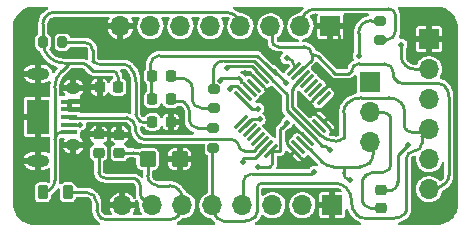
<source format=gbr>
%TF.GenerationSoftware,KiCad,Pcbnew,(6.0.6)*%
%TF.CreationDate,2022-08-11T21:01:34+01:00*%
%TF.ProjectId,FTDI MCU programmer,46544449-204d-4435-9520-70726f677261,REV1.0*%
%TF.SameCoordinates,Original*%
%TF.FileFunction,Copper,L1,Top*%
%TF.FilePolarity,Positive*%
%FSLAX46Y46*%
G04 Gerber Fmt 4.6, Leading zero omitted, Abs format (unit mm)*
G04 Created by KiCad (PCBNEW (6.0.6)) date 2022-08-11 21:01:34*
%MOMM*%
%LPD*%
G01*
G04 APERTURE LIST*
G04 Aperture macros list*
%AMRoundRect*
0 Rectangle with rounded corners*
0 $1 Rounding radius*
0 $2 $3 $4 $5 $6 $7 $8 $9 X,Y pos of 4 corners*
0 Add a 4 corners polygon primitive as box body*
4,1,4,$2,$3,$4,$5,$6,$7,$8,$9,$2,$3,0*
0 Add four circle primitives for the rounded corners*
1,1,$1+$1,$2,$3*
1,1,$1+$1,$4,$5*
1,1,$1+$1,$6,$7*
1,1,$1+$1,$8,$9*
0 Add four rect primitives between the rounded corners*
20,1,$1+$1,$2,$3,$4,$5,0*
20,1,$1+$1,$4,$5,$6,$7,0*
20,1,$1+$1,$6,$7,$8,$9,0*
20,1,$1+$1,$8,$9,$2,$3,0*%
G04 Aperture macros list end*
%TA.AperFunction,ComponentPad*%
%ADD10R,1.700000X1.700000*%
%TD*%
%TA.AperFunction,ComponentPad*%
%ADD11O,1.700000X1.700000*%
%TD*%
%TA.AperFunction,SMDPad,CuDef*%
%ADD12RoundRect,0.075000X-0.530330X0.424264X0.424264X-0.530330X0.530330X-0.424264X-0.424264X0.530330X0*%
%TD*%
%TA.AperFunction,SMDPad,CuDef*%
%ADD13RoundRect,0.075000X-0.530330X-0.424264X-0.424264X-0.530330X0.530330X0.424264X0.424264X0.530330X0*%
%TD*%
%TA.AperFunction,SMDPad,CuDef*%
%ADD14RoundRect,0.225000X-0.225000X-0.250000X0.225000X-0.250000X0.225000X0.250000X-0.225000X0.250000X0*%
%TD*%
%TA.AperFunction,SMDPad,CuDef*%
%ADD15R,1.350000X0.400000*%
%TD*%
%TA.AperFunction,ComponentPad*%
%ADD16O,1.250000X1.050000*%
%TD*%
%TA.AperFunction,ComponentPad*%
%ADD17O,1.900000X1.000000*%
%TD*%
%TA.AperFunction,SMDPad,CuDef*%
%ADD18R,1.900000X2.900000*%
%TD*%
%TA.AperFunction,SMDPad,CuDef*%
%ADD19RoundRect,0.218750X0.218750X0.256250X-0.218750X0.256250X-0.218750X-0.256250X0.218750X-0.256250X0*%
%TD*%
%TA.AperFunction,SMDPad,CuDef*%
%ADD20RoundRect,0.200000X0.275000X-0.200000X0.275000X0.200000X-0.275000X0.200000X-0.275000X-0.200000X0*%
%TD*%
%TA.AperFunction,SMDPad,CuDef*%
%ADD21RoundRect,0.225000X-0.250000X0.225000X-0.250000X-0.225000X0.250000X-0.225000X0.250000X0.225000X0*%
%TD*%
%TA.AperFunction,SMDPad,CuDef*%
%ADD22RoundRect,0.218750X-0.218750X-0.381250X0.218750X-0.381250X0.218750X0.381250X-0.218750X0.381250X0*%
%TD*%
%TA.AperFunction,SMDPad,CuDef*%
%ADD23RoundRect,0.250000X-0.450000X-0.425000X0.450000X-0.425000X0.450000X0.425000X-0.450000X0.425000X0*%
%TD*%
%TA.AperFunction,SMDPad,CuDef*%
%ADD24RoundRect,0.225000X0.250000X-0.225000X0.250000X0.225000X-0.250000X0.225000X-0.250000X-0.225000X0*%
%TD*%
%TA.AperFunction,SMDPad,CuDef*%
%ADD25RoundRect,0.200000X0.200000X0.275000X-0.200000X0.275000X-0.200000X-0.275000X0.200000X-0.275000X0*%
%TD*%
%TA.AperFunction,SMDPad,CuDef*%
%ADD26RoundRect,0.200000X-0.275000X0.200000X-0.275000X-0.200000X0.275000X-0.200000X0.275000X0.200000X0*%
%TD*%
%TA.AperFunction,ViaPad*%
%ADD27C,0.508000*%
%TD*%
%TA.AperFunction,Conductor*%
%ADD28C,0.254000*%
%TD*%
%TA.AperFunction,Conductor*%
%ADD29C,0.250000*%
%TD*%
G04 APERTURE END LIST*
D10*
%TO.P,J5,1,Pin_1*%
%TO.N,GND*%
X152029400Y-66446400D03*
D11*
%TO.P,J5,2,Pin_2*%
%TO.N,/RTS*%
X149489400Y-66446400D03*
%TO.P,J5,3,Pin_3*%
%TO.N,/CTS*%
X146949400Y-66446400D03*
%TO.P,J5,4,Pin_4*%
%TO.N,/RXD*%
X144409400Y-66446400D03*
%TO.P,J5,5,Pin_5*%
%TO.N,/TXD*%
X141869400Y-66446400D03*
%TO.P,J5,6,Pin_6*%
%TO.N,/5V*%
X139329400Y-66446400D03*
%TO.P,J5,7,Pin_7*%
%TO.N,/3V3*%
X136789400Y-66446400D03*
%TO.P,J5,8,Pin_8*%
%TO.N,GND*%
X134249400Y-66446400D03*
%TD*%
D12*
%TO.P,U1,1,VCCIO*%
%TO.N,/VCCIO*%
X146794973Y-54912099D03*
%TO.P,U1,2,RXD*%
%TO.N,/RXD*%
X146441419Y-55265652D03*
%TO.P,U1,3,R1#*%
%TO.N,/R1*%
X146087866Y-55619206D03*
%TO.P,U1,4,GND*%
%TO.N,GND*%
X145734313Y-55972759D03*
%TO.P,U1,5,NC*%
%TO.N,unconnected-(U1-Pad5)*%
X145380759Y-56326313D03*
%TO.P,U1,6,DSR#*%
%TO.N,/DSR*%
X145027206Y-56679866D03*
%TO.P,U1,7,DCD#*%
%TO.N,/DCD*%
X144673652Y-57033419D03*
%TO.P,U1,8,CTS#*%
%TO.N,/CTS*%
X144320099Y-57386973D03*
D13*
%TO.P,U1,9,CBUS4*%
%TO.N,unconnected-(U1-Pad9)*%
X144320099Y-59402227D03*
%TO.P,U1,10,CBUS2*%
%TO.N,/PWREN*%
X144673652Y-59755781D03*
%TO.P,U1,11,CBUS3*%
%TO.N,unconnected-(U1-Pad11)*%
X145027206Y-60109334D03*
%TO.P,U1,12,NC*%
%TO.N,unconnected-(U1-Pad12)*%
X145380759Y-60462887D03*
%TO.P,U1,13,NC*%
%TO.N,unconnected-(U1-Pad13)*%
X145734313Y-60816441D03*
%TO.P,U1,14,USBDP*%
%TO.N,USBDP*%
X146087866Y-61169994D03*
%TO.P,U1,15,USBDM*%
%TO.N,USBDM*%
X146441419Y-61523548D03*
%TO.P,U1,16,3V3OUT*%
%TO.N,/3V3*%
X146794973Y-61877101D03*
D12*
%TO.P,U1,17,GND*%
%TO.N,GND*%
X148810227Y-61877101D03*
%TO.P,U1,18,RESET#*%
%TO.N,unconnected-(U1-Pad18)*%
X149163781Y-61523548D03*
%TO.P,U1,19,VCC*%
%TO.N,/5V*%
X149517334Y-61169994D03*
%TO.P,U1,20,GND*%
%TO.N,GND*%
X149870887Y-60816441D03*
%TO.P,U1,21,CBUS1*%
%TO.N,/RXD*%
X150224441Y-60462887D03*
%TO.P,U1,22,CBUS0*%
%TO.N,/TXD*%
X150577994Y-60109334D03*
%TO.P,U1,23,NC*%
%TO.N,unconnected-(U1-Pad23)*%
X150931548Y-59755781D03*
%TO.P,U1,24,AGND*%
%TO.N,GND*%
X151285101Y-59402227D03*
D13*
%TO.P,U1,25,NC*%
%TO.N,unconnected-(U1-Pad25)*%
X151285101Y-57386973D03*
%TO.P,U1,26,TEST*%
%TO.N,GND*%
X150931548Y-57033419D03*
%TO.P,U1,27,OSCI*%
%TO.N,unconnected-(U1-Pad27)*%
X150577994Y-56679866D03*
%TO.P,U1,28,OSCO*%
%TO.N,unconnected-(U1-Pad28)*%
X150224441Y-56326313D03*
%TO.P,U1,29,NC*%
%TO.N,unconnected-(U1-Pad29)*%
X149870887Y-55972759D03*
%TO.P,U1,30,TXD*%
%TO.N,/TXD*%
X149517334Y-55619206D03*
%TO.P,U1,31,DTR#*%
%TO.N,/DTR*%
X149163781Y-55265652D03*
%TO.P,U1,32,RTS#*%
%TO.N,/RTS*%
X148810227Y-54912099D03*
%TD*%
D14*
%TO.P,C2,1*%
%TO.N,GND*%
X132325000Y-56475000D03*
%TO.P,C2,2*%
%TO.N,VBUS*%
X133875000Y-56475000D03*
%TD*%
D15*
%TO.P,J3,1,VBUS*%
%TO.N,VBUS*%
X129769000Y-60278800D03*
%TO.P,J3,2,D-*%
%TO.N,USBDM*%
X129769000Y-59628800D03*
%TO.P,J3,3,D+*%
%TO.N,USBDP*%
X129769000Y-58978800D03*
%TO.P,J3,4,ID*%
%TO.N,GND*%
X129769000Y-58328800D03*
%TO.P,J3,5,GND*%
X129769000Y-57678800D03*
D16*
%TO.P,J3,6,Shield*%
X130094000Y-61366400D03*
X130094000Y-56540400D03*
D17*
X127094000Y-55321200D03*
X127094000Y-62687200D03*
D18*
X127094000Y-58978800D03*
%TD*%
D19*
%TO.P,TX,1,K*%
%TO.N,Net-(D1-Pad1)*%
X138362500Y-57475000D03*
%TO.P,TX,2,A*%
%TO.N,/VCCIO*%
X136787500Y-57475000D03*
%TD*%
%TO.P,ON,1,K*%
%TO.N,GND*%
X138362500Y-59400000D03*
%TO.P,ON,2,A*%
%TO.N,Net-(D3-Pad2)*%
X136787500Y-59400000D03*
%TD*%
D20*
%TO.P,R3,1*%
%TO.N,Net-(D2-Pad1)*%
X141980000Y-58245000D03*
%TO.P,R3,2*%
%TO.N,/RXD*%
X141980000Y-56595000D03*
%TD*%
D21*
%TO.P,C3,1*%
%TO.N,GND*%
X134000000Y-60475000D03*
%TO.P,C3,2*%
%TO.N,/5V*%
X134000000Y-62025000D03*
%TD*%
D20*
%TO.P,R1,1*%
%TO.N,/PWREN*%
X156057600Y-52463200D03*
%TO.P,R1,2*%
%TO.N,/VCCIO*%
X156057600Y-50813200D03*
%TD*%
D22*
%TO.P,FB1,1*%
%TO.N,VBUS*%
X127512500Y-65350000D03*
%TO.P,FB1,2*%
%TO.N,/5V*%
X129637500Y-65350000D03*
%TD*%
D23*
%TO.P,C4,1*%
%TO.N,/5V*%
X136400000Y-62525000D03*
%TO.P,C4,2*%
%TO.N,GND*%
X139100000Y-62525000D03*
%TD*%
D19*
%TO.P,RX,1,K*%
%TO.N,Net-(D2-Pad1)*%
X138362500Y-55475000D03*
%TO.P,RX,2,A*%
%TO.N,/VCCIO*%
X136787500Y-55475000D03*
%TD*%
D10*
%TO.P,J2,1,Pin_1*%
%TO.N,GND*%
X160210000Y-52400000D03*
D11*
%TO.P,J2,2,Pin_2*%
%TO.N,/CTS*%
X160210000Y-54940000D03*
%TO.P,J2,3,Pin_3*%
%TO.N,Net-(C1-Pad1)*%
X160210000Y-57480000D03*
%TO.P,J2,4,Pin_4*%
%TO.N,/TXD*%
X160210000Y-60020000D03*
%TO.P,J2,5,Pin_5*%
%TO.N,/RXD*%
X160210000Y-62560000D03*
%TO.P,J2,6,Pin_6*%
%TO.N,/DTR*%
X160210000Y-65100000D03*
%TD*%
D10*
%TO.P,J1,1,Pin_1*%
%TO.N,/3V3*%
X155194000Y-56057800D03*
D11*
%TO.P,J1,2,Pin_2*%
%TO.N,/VCCIO*%
X155194000Y-58597800D03*
%TO.P,J1,3,Pin_3*%
%TO.N,/5V*%
X155194000Y-61137800D03*
%TD*%
D24*
%TO.P,C5,1*%
%TO.N,/3V3*%
X132250000Y-62000000D03*
%TO.P,C5,2*%
%TO.N,GND*%
X132250000Y-60450000D03*
%TD*%
D21*
%TO.P,C1,1*%
%TO.N,Net-(C1-Pad1)*%
X156133800Y-65138000D03*
%TO.P,C1,2*%
%TO.N,/VCCIO*%
X156133800Y-66688000D03*
%TD*%
D25*
%TO.P,R4,1*%
%TO.N,Net-(D3-Pad2)*%
X129175000Y-52650000D03*
%TO.P,R4,2*%
%TO.N,VBUS*%
X127525000Y-52650000D03*
%TD*%
D26*
%TO.P,R2,1*%
%TO.N,Net-(D1-Pad1)*%
X141950000Y-59925000D03*
%TO.P,R2,2*%
%TO.N,/TXD*%
X141950000Y-61575000D03*
%TD*%
D10*
%TO.P,J6,1,Pin_1*%
%TO.N,GND*%
X151866600Y-51308000D03*
D11*
%TO.P,J6,2,Pin_2*%
%TO.N,/PWREN*%
X149326600Y-51308000D03*
%TO.P,J6,3,Pin_3*%
%TO.N,/DTR*%
X146786600Y-51308000D03*
%TO.P,J6,4,Pin_4*%
%TO.N,VBUS*%
X144246600Y-51308000D03*
%TO.P,J6,5,Pin_5*%
%TO.N,/R1*%
X141706600Y-51308000D03*
%TO.P,J6,6,Pin_6*%
%TO.N,/DSR*%
X139166600Y-51308000D03*
%TO.P,J6,7,Pin_7*%
%TO.N,/DCD*%
X136626600Y-51308000D03*
%TO.P,J6,8,Pin_8*%
%TO.N,GND*%
X134086600Y-51308000D03*
%TD*%
D27*
%TO.N,USBDM*%
X144475000Y-62750000D03*
X130676332Y-59628800D03*
%TO.N,GND*%
X148375000Y-62850000D03*
X149350000Y-57525000D03*
X144621271Y-55263500D03*
%TO.N,/DSR*%
X142505500Y-55925000D03*
%TO.N,GND*%
X151275000Y-55250000D03*
X152600000Y-54400000D03*
%TO.N,/PWREN*%
X145875000Y-59175000D03*
%TO.N,/3V3*%
X145750000Y-63200000D03*
%TO.N,/5V*%
X153550000Y-64300000D03*
%TO.N,/RXD*%
X150500000Y-63625000D03*
%TO.N,/3V3*%
X148175000Y-59475000D03*
%TO.N,/VCCIO*%
X148125000Y-56075000D03*
%TO.N,Net-(C1-Pad1)*%
X158405116Y-61341807D03*
%TO.N,/VCCIO*%
X154275000Y-53775000D03*
%TO.N,/RXD*%
X151800000Y-61775000D03*
%TO.N,/CTS*%
X145725000Y-58275000D03*
X157875000Y-52850000D03*
%TO.N,/DCD*%
X143350000Y-56625000D03*
%TO.N,/R1*%
X143075000Y-54875000D03*
%TO.N,/RTS*%
X148150000Y-54000000D03*
%TD*%
D28*
%TO.N,USBDP*%
X129816867Y-59026667D02*
X129769000Y-58978800D01*
X134608236Y-59026667D02*
X129816867Y-59026667D01*
X135168413Y-59393413D02*
X135100000Y-59325000D01*
X135183579Y-59408578D02*
X135168413Y-59393413D01*
X135325000Y-59819670D02*
X135325000Y-59750000D01*
X143447685Y-60848000D02*
X135996948Y-60848000D01*
X143993934Y-61143934D02*
X143875000Y-61025000D01*
X144225000Y-61700000D02*
X144223744Y-61698743D01*
X145537667Y-61687667D02*
X145400334Y-61825000D01*
X135183570Y-59408587D02*
G75*
G02*
X135325000Y-59750000I-341370J-341413D01*
G01*
X145400334Y-61825000D02*
X144526776Y-61825000D01*
X134608229Y-59026688D02*
G75*
G02*
X135099999Y-59325001I-378229J-1178012D01*
G01*
X135325013Y-59819670D02*
G75*
G03*
X135700000Y-60725000I1280287J-30D01*
G01*
X135699965Y-60725035D02*
G75*
G03*
X135996948Y-60848000I296935J297035D01*
G01*
X143447685Y-60848007D02*
G75*
G02*
X143875000Y-61025000I15J-604293D01*
G01*
X144100005Y-61400000D02*
G75*
G03*
X144223744Y-61698743I422495J0D01*
G01*
X143993927Y-61143941D02*
G75*
G02*
X144100000Y-61400000I-256027J-256059D01*
G01*
X144225007Y-61699993D02*
G75*
G03*
X144526776Y-61825000I301793J301793D01*
G01*
%TO.N,Net-(D3-Pad2)*%
X135931066Y-59400000D02*
X136787500Y-59400000D01*
X135550000Y-59125000D02*
X135750000Y-59325000D01*
X135400000Y-55992462D02*
X135400000Y-58762868D01*
X132232842Y-54500000D02*
X134331802Y-54500000D01*
X135931066Y-59400014D02*
G75*
G02*
X135750000Y-59325000I34J256114D01*
G01*
X135549991Y-59125009D02*
G75*
G02*
X135400000Y-58762868I362109J362109D01*
G01*
X129175000Y-52650000D02*
X131050000Y-52650000D01*
X135400015Y-55992462D02*
G75*
G03*
X134875000Y-54725000I-1792515J-38D01*
G01*
X131750000Y-53350000D02*
X131750000Y-54300000D01*
X132232842Y-54499982D02*
G75*
G02*
X131750000Y-54300000I-42J682782D01*
G01*
X134874999Y-54725001D02*
G75*
G03*
X134331802Y-54500000I-543199J-543199D01*
G01*
X131750000Y-53350000D02*
G75*
G03*
X131050000Y-52650000I-700000J0D01*
G01*
%TO.N,/VCCIO*%
X154275013Y-53774987D02*
G75*
G02*
X154250000Y-53714645I60387J60387D01*
G01*
X154250000Y-51875000D02*
X154250000Y-53714645D01*
%TO.N,/3V3*%
X135900000Y-65875000D02*
X136246540Y-66221540D01*
X135775000Y-64800000D02*
X135775000Y-65573224D01*
X135425000Y-64250000D02*
X135633578Y-64458578D01*
X132250000Y-62000000D02*
X132250000Y-63637868D01*
X136789400Y-66446405D02*
G75*
G02*
X136246541Y-66221539I0J767705D01*
G01*
X135900007Y-65874993D02*
G75*
G02*
X135775000Y-65573224I301793J301793D01*
G01*
X135774983Y-64800000D02*
G75*
G03*
X135633578Y-64458578I-482883J0D01*
G01*
X135425006Y-64249994D02*
G75*
G03*
X135183579Y-64150000I-241406J-241406D01*
G01*
X132762132Y-64149986D02*
G75*
G02*
X132400001Y-63999999I-32J512086D01*
G01*
X132399991Y-64000009D02*
G75*
G02*
X132250000Y-63637868I362109J362109D01*
G01*
X132762132Y-64150000D02*
X135183579Y-64150000D01*
%TO.N,/5V*%
X139329400Y-65859886D02*
X139329400Y-66446400D01*
X137218198Y-64800000D02*
X138240381Y-64800000D01*
X136400000Y-62525000D02*
X136400000Y-63911092D01*
X139329405Y-65859886D02*
G75*
G03*
X139025000Y-65125000I-1039305J-14D01*
G01*
X137218198Y-64800000D02*
G75*
G02*
X136675001Y-64574999I2J768200D01*
G01*
X139025006Y-65124994D02*
G75*
G03*
X138240381Y-64800000I-784606J-784606D01*
G01*
X136674997Y-64575003D02*
G75*
G02*
X136400000Y-63911092I663903J663903D01*
G01*
X136400002Y-62524998D02*
G75*
G03*
X135192894Y-62025000I-1207102J-1207102D01*
G01*
X134000000Y-62025000D02*
X135192894Y-62025000D01*
%TO.N,/VCCIO*%
X156266136Y-58597800D02*
X155194000Y-58597800D01*
X156950000Y-63148224D02*
X156950000Y-59031066D01*
X155418198Y-63675000D02*
X156281802Y-63675000D01*
X154832843Y-63942158D02*
X154875000Y-63900000D01*
X154550000Y-65896447D02*
X154550000Y-64625000D01*
X156133800Y-66688000D02*
X155253872Y-66688000D01*
X156874990Y-58850010D02*
G75*
G02*
X156950000Y-59031066I-181090J-181090D01*
G01*
X155418198Y-63675000D02*
G75*
G03*
X154875001Y-63900001I2J-768200D01*
G01*
X156266136Y-58597786D02*
G75*
G02*
X156875000Y-58850000I-36J-861114D01*
G01*
X154832839Y-63942154D02*
G75*
G03*
X154550000Y-64625000I682861J-682846D01*
G01*
X156824999Y-63449999D02*
G75*
G02*
X156281802Y-63675000I-543199J543199D01*
G01*
X154549981Y-65896447D02*
G75*
G03*
X154800000Y-66500000I853619J47D01*
G01*
X154800008Y-66499992D02*
G75*
G03*
X155253872Y-66688000I453892J453892D01*
G01*
X156950009Y-63148224D02*
G75*
G02*
X156825000Y-63450000I-426809J24D01*
G01*
%TO.N,/TXD*%
X154446751Y-57350000D02*
X156823960Y-57350000D01*
X152975000Y-60750000D02*
X152975000Y-58609619D01*
X152947488Y-60777512D02*
X152975000Y-60750000D01*
X160210007Y-60020007D02*
G75*
G02*
X159594376Y-60275000I-615607J615607D01*
G01*
X158725000Y-60274999D02*
G75*
G02*
X158340900Y-60115900I0J543199D01*
G01*
X158224994Y-60000006D02*
G75*
G02*
X158125000Y-59758579I241406J241406D01*
G01*
X158125000Y-58438908D02*
X158125000Y-59758579D01*
X158225000Y-60000000D02*
X158340900Y-60115900D01*
X158124996Y-58438908D02*
G75*
G03*
X157850000Y-57775000I-938896J8D01*
G01*
X157850012Y-57774988D02*
G75*
G03*
X156823960Y-57350000I-1026012J-1026012D01*
G01*
X154446751Y-57349980D02*
G75*
G03*
X153300000Y-57825000I49J-1621820D01*
G01*
X153299994Y-57824994D02*
G75*
G03*
X152975000Y-58609619I784606J-784606D01*
G01*
X152947493Y-60777517D02*
G75*
G02*
X152350000Y-61025000I-597493J597517D01*
G01*
X150577994Y-60109334D02*
X150888136Y-60419476D01*
X158725000Y-60275000D02*
X159594376Y-60275000D01*
X152350000Y-61024996D02*
G75*
G02*
X150888136Y-60419476I0J2067396D01*
G01*
%TO.N,/DTR*%
X161900000Y-57290685D02*
X161900000Y-63911092D01*
X157857842Y-56125000D02*
X161017158Y-56125000D01*
X157275000Y-55700000D02*
X157588388Y-56013388D01*
X157175000Y-55182842D02*
X157175000Y-55458579D01*
X153831066Y-54668934D02*
X153850000Y-54650000D01*
X153475000Y-55275000D02*
X153654289Y-55095711D01*
X152274875Y-55302322D02*
X153409039Y-55302322D01*
X160357538Y-65100015D02*
G75*
G03*
X161625000Y-64575000I-38J1792515D01*
G01*
X154272487Y-54475000D02*
X156431802Y-54475000D01*
X161625003Y-64575003D02*
G75*
G03*
X161900000Y-63911092I-663903J663903D01*
G01*
X161900006Y-57290685D02*
G75*
G03*
X161500000Y-56325000I-1365706J-15D01*
G01*
X160357538Y-65100000D02*
X160210000Y-65100000D01*
X161500013Y-56324987D02*
G75*
G03*
X161017158Y-56125000I-482813J-482813D01*
G01*
X157857842Y-56124959D02*
G75*
G02*
X157588389Y-56013387I-42J381059D01*
G01*
X157274994Y-55700006D02*
G75*
G02*
X157175000Y-55458579I241406J241406D01*
G01*
X157174982Y-55182842D02*
G75*
G03*
X156975000Y-54700000I-682782J42D01*
G01*
X156974999Y-54700001D02*
G75*
G03*
X156431802Y-54475000I-543199J-543199D01*
G01*
X154272487Y-54474995D02*
G75*
G03*
X153850000Y-54650000I13J-597505D01*
G01*
X153831073Y-54668941D02*
G75*
G03*
X153725000Y-54925000I256027J-256059D01*
G01*
X150812538Y-53839985D02*
X152274875Y-55302322D01*
X153725006Y-54925000D02*
G75*
G02*
X153654289Y-55095711I-241406J0D01*
G01*
X153474989Y-55274989D02*
G75*
G02*
X153409039Y-55302322I-65989J65989D01*
G01*
X150812520Y-53840007D02*
G75*
G03*
X150275000Y-53650000I-541120J-675493D01*
G01*
%TO.N,/CTS*%
X157875013Y-52850013D02*
G75*
G03*
X157850000Y-52910355I60387J-60387D01*
G01*
X157850000Y-53775000D02*
X157850000Y-52910355D01*
%TO.N,/TXD*%
X141869400Y-66535440D02*
X141869400Y-66446400D01*
X143025000Y-67775000D02*
X142782842Y-67775000D01*
X144665381Y-67775000D02*
X143025000Y-67775000D01*
X145508579Y-67391422D02*
X145450000Y-67450000D01*
X153650000Y-66175000D02*
X153650000Y-66061396D01*
X154125000Y-67300000D02*
X154109619Y-67284620D01*
X157269670Y-67550000D02*
X154728553Y-67550000D01*
X158275000Y-62550000D02*
X158275000Y-66933579D01*
X159600000Y-60630000D02*
X159600000Y-61225000D01*
X141869384Y-66535440D02*
G75*
G03*
X142300000Y-67575000I1470216J40D01*
G01*
X142299987Y-67575013D02*
G75*
G03*
X142782842Y-67775000I482813J482813D01*
G01*
X145508570Y-67391413D02*
G75*
G03*
X145650000Y-67050000I-341370J341413D01*
G01*
X145650000Y-65025000D02*
X145650000Y-67050000D01*
X152294670Y-64600013D02*
G75*
G02*
X153200000Y-64975000I30J-1280287D01*
G01*
X145650000Y-65025000D02*
G75*
G02*
X146075000Y-64600000I425000J0D01*
G01*
X153199999Y-64975001D02*
G75*
G02*
X153650000Y-66061396I-1086399J-1086399D01*
G01*
X153649988Y-66175000D02*
G75*
G03*
X154109619Y-67284620I1569212J0D01*
G01*
X154125014Y-67299986D02*
G75*
G03*
X154728553Y-67550000I603586J603586D01*
G01*
X157269670Y-67549987D02*
G75*
G03*
X158175000Y-67175000I30J1280287D01*
G01*
X152294670Y-64600000D02*
X146075000Y-64600000D01*
X158175006Y-67175006D02*
G75*
G03*
X158275000Y-66933579I-241406J241406D01*
G01*
X158275000Y-62550000D02*
G75*
G02*
X158950000Y-61875000I675000J0D01*
G01*
X158950000Y-61875000D02*
G75*
G03*
X159600000Y-61225000I0J650000D01*
G01*
X159600000Y-60630000D02*
G75*
G02*
X160210000Y-60020000I610000J0D01*
G01*
X144665381Y-67774991D02*
G75*
G03*
X145449999Y-67449999I19J1109591D01*
G01*
%TO.N,/5V*%
X138925000Y-67400000D02*
X138941056Y-67383944D01*
X138250000Y-67650000D02*
X138321447Y-67650000D01*
X132787132Y-67650000D02*
X138250000Y-67650000D01*
X132269454Y-67344455D02*
X132425000Y-67500000D01*
X132075000Y-66243198D02*
X132075000Y-66875000D01*
X131729809Y-65579810D02*
X131850000Y-65700000D01*
X129637500Y-65350000D02*
X131175000Y-65350000D01*
X139329395Y-66446400D02*
G75*
G02*
X138941055Y-67383943I-1325895J0D01*
G01*
X138924986Y-67399986D02*
G75*
G02*
X138321447Y-67650000I-603586J603586D01*
G01*
X132787132Y-67649986D02*
G75*
G02*
X132425001Y-67499999I-32J512086D01*
G01*
X132269456Y-67344453D02*
G75*
G02*
X132075000Y-66875000I469444J469453D01*
G01*
X132075000Y-66243198D02*
G75*
G03*
X131849999Y-65700001I-768200J-2D01*
G01*
X131729805Y-65579814D02*
G75*
G03*
X131175000Y-65350000I-554805J-554786D01*
G01*
%TO.N,/VCCIO*%
X136662503Y-57475003D02*
G75*
G03*
X136712500Y-57354290I-120703J120703D01*
G01*
X136712500Y-55500000D02*
X136712500Y-57354290D01*
%TO.N,USBDM*%
X129769000Y-59628800D02*
X130676332Y-59628800D01*
D29*
%TO.N,VBUS*%
X131750000Y-55075000D02*
X131356067Y-54681067D01*
X133423224Y-55100000D02*
X131810355Y-55100000D01*
X130737868Y-54425034D02*
G75*
G02*
X131356066Y-54681068I32J-874266D01*
G01*
X133875000Y-56475000D02*
X133875000Y-55587132D01*
X131750013Y-55074987D02*
G75*
G03*
X131810355Y-55100000I60387J60387D01*
G01*
X133423224Y-55099991D02*
G75*
G02*
X133725000Y-55225000I-24J-426809D01*
G01*
X133725009Y-55224991D02*
G75*
G02*
X133875000Y-55587132I-362109J-362109D01*
G01*
D28*
X129950000Y-54425000D02*
X130737868Y-54425000D01*
X129300000Y-54425000D02*
X129950000Y-54425000D01*
X129100008Y-55100008D02*
G75*
G03*
X128525000Y-56488172I1388192J-1388192D01*
G01*
X129950000Y-54425004D02*
G75*
G03*
X129651256Y-54548744I0J-422496D01*
G01*
X128525000Y-60925000D02*
X128525000Y-56488172D01*
X129100000Y-55100000D02*
X129651256Y-54548744D01*
%TO.N,Net-(D1-Pad1)*%
X141950000Y-59925000D02*
X140650000Y-59925000D01*
X139900000Y-59175000D02*
X139900000Y-58387132D01*
X139300000Y-57650010D02*
G75*
G02*
X139428033Y-57703033I0J-181090D01*
G01*
X139300000Y-57650000D02*
X138358210Y-57650000D01*
X139900000Y-59175000D02*
G75*
G03*
X140650000Y-59925000I750000J0D01*
G01*
X139750009Y-58024991D02*
G75*
G02*
X139900000Y-58387132I-362109J-362109D01*
G01*
X139750000Y-58025000D02*
X139428033Y-57703033D01*
%TO.N,Net-(D2-Pad1)*%
X139250000Y-55700000D02*
X138770342Y-55700000D01*
X141935000Y-58200000D02*
X140875000Y-58200000D01*
X139250000Y-55700008D02*
G75*
G02*
X139847488Y-55947488I0J-844992D01*
G01*
X140024993Y-56125007D02*
G75*
G02*
X140150000Y-56426776I-301793J-301793D01*
G01*
X140025000Y-56125000D02*
X139847488Y-55947488D01*
X140150000Y-57475000D02*
G75*
G03*
X140875000Y-58200000I725000J0D01*
G01*
X141935000Y-58200000D02*
G75*
G02*
X141980000Y-58245000I0J-45000D01*
G01*
X138287487Y-55500013D02*
G75*
G03*
X138770342Y-55700000I482813J482813D01*
G01*
X140150000Y-57475000D02*
X140150000Y-56426776D01*
%TO.N,/VCCIO*%
X136712487Y-55500013D02*
G75*
G02*
X136625000Y-55288757I211213J211213D01*
G01*
X136625000Y-54550000D02*
X136625000Y-55288757D01*
%TO.N,VBUS*%
X129300000Y-54425000D02*
G75*
G02*
X127525000Y-52650000I0J1775000D01*
G01*
%TO.N,/R1*%
X145216715Y-54683000D02*
X143267000Y-54683000D01*
X145525593Y-55024406D02*
X145525593Y-54991878D01*
X146087866Y-55586679D02*
X145525593Y-55024406D01*
X143267000Y-54683000D02*
X143075000Y-54875000D01*
X146087866Y-55619206D02*
X146087866Y-55586679D01*
X145525593Y-54991878D02*
X145216715Y-54683000D01*
%TO.N,GND*%
X149500000Y-57525000D02*
X149350000Y-57525000D01*
X144575000Y-55175000D02*
X144575000Y-55217229D01*
X144621271Y-55263500D02*
G75*
G02*
X144575000Y-55217229I29J46300D01*
G01*
X144904026Y-55174987D02*
G75*
G02*
X145202013Y-55472987I-26J-298013D01*
G01*
X144904026Y-55175000D02*
X144575000Y-55175000D01*
X145701785Y-55972759D02*
X145202013Y-55472987D01*
X145734313Y-55972759D02*
X145701785Y-55972759D01*
%TO.N,/DSR*%
X144125000Y-55650000D02*
X142530500Y-55650000D01*
X144125000Y-55650000D02*
G75*
G02*
X144275000Y-55800000I0J-150000D01*
G01*
X144275000Y-55895134D02*
X144275000Y-55800000D01*
X144274933Y-55895134D02*
G75*
G03*
X144502433Y-56122567I227467J34D01*
G01*
X145027206Y-56647340D02*
X144502433Y-56122567D01*
X145027206Y-56679866D02*
X145027206Y-56647340D01*
%TO.N,GND*%
X149419722Y-60365276D02*
G75*
G03*
X148900000Y-60150000I-519722J-519724D01*
G01*
X149419722Y-60365276D02*
X149870887Y-60816441D01*
X148375000Y-60450000D02*
X148515901Y-60309099D01*
X148375001Y-60450001D02*
G75*
G03*
X148150000Y-60993198I543199J-543199D01*
G01*
X148796355Y-61871355D02*
X148150000Y-61225000D01*
X148900000Y-60150001D02*
G75*
G03*
X148515901Y-60309099I0J-543199D01*
G01*
X148796345Y-61871365D02*
G75*
G03*
X148810227Y-61877101I13855J13865D01*
G01*
X148150000Y-61225000D02*
X148150000Y-60993198D01*
%TO.N,/3V3*%
X147731066Y-59918934D02*
X148175000Y-59475000D01*
X147731073Y-59918941D02*
G75*
G03*
X147625000Y-60175000I256027J-256059D01*
G01*
%TO.N,GND*%
X151775000Y-55750000D02*
X151775000Y-56189967D01*
X151275000Y-55250000D02*
X151775000Y-55750000D01*
X151775000Y-56189967D02*
X150931548Y-57033419D01*
X152600000Y-52041400D02*
X152600000Y-54400000D01*
X152600000Y-52041400D02*
G75*
G03*
X151866600Y-51308000I-733400J0D01*
G01*
X127094000Y-58978800D02*
X127094000Y-62687200D01*
X127094000Y-55321200D02*
X127094000Y-58978800D01*
%TO.N,VBUS*%
X128525000Y-60925000D02*
X128525000Y-64337500D01*
X129769000Y-60157061D02*
X129767739Y-60155800D01*
X129767739Y-60155800D02*
X129294200Y-60155800D01*
X127512500Y-65350000D02*
G75*
G03*
X128525000Y-64337500I0J1012500D01*
G01*
X128525000Y-60925000D02*
G75*
G02*
X129294200Y-60155800I769200J0D01*
G01*
X144246600Y-51308000D02*
G75*
G03*
X143063600Y-50125000I-1183000J0D01*
G01*
X128500000Y-50125000D02*
X143063600Y-50125000D01*
X128500000Y-50125000D02*
G75*
G03*
X127525000Y-51100000I0J-975000D01*
G01*
X127525000Y-52650000D02*
X127525000Y-51100000D01*
%TO.N,/PWREN*%
X145254433Y-59175000D02*
X145875000Y-59175000D01*
X144673652Y-59755781D02*
X145254433Y-59175000D01*
%TO.N,USBDM*%
X145300000Y-62475000D02*
X144500000Y-62475000D01*
X145489967Y-62475000D02*
X145300000Y-62475000D01*
X146441419Y-61523548D02*
X145489967Y-62475000D01*
%TO.N,/3V3*%
X145750000Y-63200000D02*
X146750000Y-63200000D01*
X146950000Y-63000000D02*
G75*
G02*
X146750000Y-63200000I-200000J0D01*
G01*
X146950000Y-63000000D02*
X146950000Y-62032128D01*
X146794973Y-61877100D02*
G75*
G02*
X146950000Y-62032128I27J-155000D01*
G01*
%TO.N,/5V*%
X152975000Y-63725000D02*
X152975000Y-63175000D01*
X152975000Y-63725000D02*
G75*
G03*
X153550000Y-64300000I575000J0D01*
G01*
X152975000Y-63175000D02*
X154390381Y-63175000D01*
X152075000Y-63175000D02*
X152975000Y-63175000D01*
%TO.N,/TXD*%
X141869400Y-66446400D02*
X141869400Y-61655600D01*
X141950000Y-61575000D02*
G75*
G03*
X141869400Y-61655600I0J-80600D01*
G01*
%TO.N,/RXD*%
X144475000Y-64525000D02*
X144475000Y-66380800D01*
X144409400Y-66446400D02*
G75*
G03*
X144475000Y-66380800I0J65600D01*
G01*
X144475000Y-64525000D02*
G75*
G02*
X145200000Y-63800000I725000J0D01*
G01*
X150325000Y-63800000D02*
G75*
G03*
X150500000Y-63625000I0J175000D01*
G01*
X150325000Y-63800000D02*
X145200000Y-63800000D01*
%TO.N,/3V3*%
X147625000Y-61877101D02*
X147625000Y-60175000D01*
X146794973Y-61877101D02*
X147625000Y-61877101D01*
%TO.N,/VCCIO*%
X147080275Y-55030275D02*
X148125000Y-56075000D01*
X147080293Y-55030257D02*
G75*
G03*
X146794973Y-54912099I-285293J-285343D01*
G01*
%TO.N,Net-(C1-Pad1)*%
X157112550Y-65138000D02*
X156133800Y-65138000D01*
X158405116Y-61341807D02*
X157575000Y-62171923D01*
X157325016Y-65050016D02*
G75*
G03*
X157575000Y-64446447I-603516J603516D01*
G01*
X157575000Y-62171923D02*
X157575000Y-64446447D01*
X157112550Y-65137978D02*
G75*
G03*
X157324999Y-65049999I50J300378D01*
G01*
%TO.N,/DTR*%
X149163781Y-55234121D02*
X150198951Y-54198951D01*
X150198951Y-54198951D02*
X150272902Y-54125000D01*
%TO.N,/RXD*%
X151161554Y-61400000D02*
X150224441Y-60462887D01*
X151425000Y-61400000D02*
X151161554Y-61400000D01*
X151800000Y-61775000D02*
X151425000Y-61400000D01*
%TO.N,/5V*%
X155193985Y-61137815D02*
G75*
G02*
X155500000Y-61876549I-738785J-738785D01*
G01*
X155500000Y-62100000D02*
X155500000Y-61876549D01*
X155175000Y-62850000D02*
X155199479Y-62825521D01*
X155500011Y-62100000D02*
G75*
G02*
X155199478Y-62825520I-1026011J0D01*
G01*
X155175006Y-62850006D02*
G75*
G02*
X154390381Y-63175000I-784606J784606D01*
G01*
X150100000Y-61725000D02*
X151178768Y-62803768D01*
X152075000Y-63174988D02*
G75*
G02*
X151178769Y-62803767I0J1267488D01*
G01*
X149564552Y-61189553D02*
X150100000Y-61725000D01*
X149564541Y-61189564D02*
G75*
G03*
X149517334Y-61169994I-47241J-47236D01*
G01*
%TO.N,/CTS*%
X145725000Y-58275000D02*
X145208126Y-58275000D01*
X145208126Y-58275000D02*
X144320099Y-57386973D01*
X157850000Y-53775000D02*
G75*
G03*
X159015000Y-54940000I1165000J0D01*
G01*
X160210000Y-54940000D02*
X159015000Y-54940000D01*
%TO.N,/VCCIO*%
X154250000Y-51875000D02*
G75*
G02*
X155311800Y-50813200I1061800J0D01*
G01*
X156057600Y-50813200D02*
X155311800Y-50813200D01*
%TO.N,/PWREN*%
X149326600Y-51173400D02*
X149326600Y-51308000D01*
X149326600Y-51173400D02*
G75*
G02*
X150675000Y-49825000I1348400J0D01*
G01*
X157375000Y-51700000D02*
X157375000Y-50375000D01*
X156825000Y-49825000D02*
G75*
G02*
X157375000Y-50375000I0J-550000D01*
G01*
X157375000Y-51700000D02*
G75*
G02*
X156611800Y-52463200I-763200J0D01*
G01*
X156825000Y-49825000D02*
X150675000Y-49825000D01*
X156057600Y-52463200D02*
X156611800Y-52463200D01*
%TO.N,/DCD*%
X143990233Y-56350000D02*
X143375000Y-56350000D01*
X144673652Y-57033419D02*
X143990233Y-56350000D01*
%TO.N,/RXD*%
X145404767Y-54229000D02*
X142821000Y-54229000D01*
X141950000Y-55100000D02*
X141950000Y-56565000D01*
X141950000Y-55100000D02*
G75*
G02*
X142821000Y-54229000I871000J0D01*
G01*
X141980000Y-56595000D02*
G75*
G02*
X141950000Y-56565000I0J30000D01*
G01*
X146441419Y-55265652D02*
X145404767Y-54229000D01*
%TO.N,/VCCIO*%
X136625000Y-54550000D02*
G75*
G02*
X137400000Y-53775000I775000J0D01*
G01*
X145675000Y-53792126D02*
X145675000Y-53775000D01*
X145675000Y-53775000D02*
X137400000Y-53775000D01*
X146794973Y-54912099D02*
X145675000Y-53792126D01*
%TO.N,/RTS*%
X148150000Y-53999973D02*
G75*
G02*
X148810227Y-54660227I0J-660227D01*
G01*
X148810227Y-54912099D02*
X148810227Y-54660227D01*
%TO.N,/DTR*%
X146786600Y-51308000D02*
G75*
G02*
X146925000Y-51446400I0J-138400D01*
G01*
X146925000Y-52550000D02*
X146925000Y-51446400D01*
X149650000Y-53025000D02*
X147400000Y-53025000D01*
X150275000Y-54125000D02*
X150275000Y-53650000D01*
X150272902Y-54125000D02*
X150275000Y-54125000D01*
X146925000Y-52550000D02*
G75*
G03*
X147400000Y-53025000I475000J0D01*
G01*
X149650000Y-53025000D02*
G75*
G02*
X150275000Y-53650000I0J-625000D01*
G01*
X149163781Y-55265652D02*
X149163781Y-55234121D01*
%TO.N,/TXD*%
X148675000Y-56461540D02*
X149517334Y-55619206D01*
X148675000Y-56675000D02*
X148675000Y-56461540D01*
X148675000Y-56675000D02*
G75*
G03*
X148629000Y-56721000I0J-46000D01*
G01*
X148629000Y-58160340D02*
X148629000Y-56721000D01*
X150577994Y-60109334D02*
X148629000Y-58160340D01*
%TO.N,/RXD*%
X148175000Y-57031760D02*
X146959120Y-55815880D01*
X148175000Y-58413446D02*
X148175000Y-57031760D01*
X150224441Y-60462887D02*
X148175000Y-58413446D01*
%TD*%
%TA.AperFunction,Conductor*%
%TO.N,GND*%
G36*
X152274447Y-64983051D02*
G01*
X152284885Y-64984704D01*
X152294679Y-64986255D01*
X152304471Y-64984704D01*
X152314391Y-64984704D01*
X152314391Y-64984853D01*
X152329546Y-64984257D01*
X152385294Y-64988643D01*
X152425403Y-64991799D01*
X152444925Y-64994890D01*
X152562790Y-65023185D01*
X152581588Y-65029293D01*
X152693571Y-65075676D01*
X152711189Y-65084653D01*
X152750867Y-65108968D01*
X152798499Y-65161615D01*
X152810105Y-65231657D01*
X152782001Y-65296854D01*
X152723111Y-65336508D01*
X152685032Y-65342400D01*
X152301515Y-65342400D01*
X152286276Y-65346875D01*
X152285071Y-65348265D01*
X152283400Y-65355948D01*
X152283400Y-67532284D01*
X152287875Y-67547523D01*
X152289265Y-67548728D01*
X152296948Y-67550399D01*
X152898228Y-67550399D01*
X152910488Y-67549191D01*
X152966331Y-67538085D01*
X152988827Y-67528767D01*
X153052208Y-67486417D01*
X153069417Y-67469208D01*
X153111768Y-67405825D01*
X153121084Y-67383334D01*
X153132193Y-67327485D01*
X153133400Y-67315230D01*
X153133400Y-66862279D01*
X153153402Y-66794158D01*
X153207058Y-66747665D01*
X153277332Y-66737561D01*
X153341912Y-66767055D01*
X153378713Y-66821776D01*
X153413116Y-66923123D01*
X153414940Y-66926822D01*
X153414941Y-66926824D01*
X153459424Y-67017024D01*
X153526220Y-67152469D01*
X153528508Y-67155893D01*
X153528512Y-67155900D01*
X153601429Y-67265024D01*
X153668293Y-67365089D01*
X153832851Y-67552726D01*
X153836500Y-67557748D01*
X153844524Y-67563577D01*
X153846046Y-67565099D01*
X153851876Y-67573124D01*
X153859899Y-67578952D01*
X153860547Y-67579601D01*
X153865468Y-67583480D01*
X153996599Y-67695478D01*
X153996604Y-67695482D01*
X154000371Y-67698699D01*
X154166118Y-67800273D01*
X154345714Y-67874669D01*
X154350528Y-67875825D01*
X154352504Y-67876467D01*
X154411109Y-67916540D01*
X154438747Y-67981936D01*
X154426640Y-68051893D01*
X154378635Y-68104200D01*
X154313568Y-68122300D01*
X145584254Y-68122300D01*
X145516133Y-68102298D01*
X145469640Y-68048642D01*
X145459536Y-67978368D01*
X145489030Y-67913788D01*
X145514253Y-67891534D01*
X145530383Y-67880757D01*
X145575063Y-67850903D01*
X145666680Y-67770557D01*
X145671670Y-67766790D01*
X145672395Y-67766442D01*
X145676689Y-67762832D01*
X145682320Y-67757201D01*
X145688339Y-67751563D01*
X145691797Y-67748531D01*
X145705047Y-67736911D01*
X145714060Y-67729710D01*
X145715102Y-67728953D01*
X145715104Y-67728951D01*
X145723124Y-67723124D01*
X145728950Y-67715105D01*
X145728952Y-67715103D01*
X145735164Y-67706553D01*
X145748005Y-67691519D01*
X145750087Y-67689437D01*
X145765127Y-67676592D01*
X145773659Y-67670394D01*
X145773661Y-67670392D01*
X145781685Y-67664563D01*
X145789128Y-67654320D01*
X145794421Y-67647036D01*
X145800544Y-67639270D01*
X145865354Y-67563395D01*
X145865359Y-67563388D01*
X145868570Y-67559629D01*
X145939664Y-67443627D01*
X145971254Y-67367369D01*
X145989840Y-67322503D01*
X145989841Y-67322499D01*
X145991734Y-67317930D01*
X145992889Y-67313121D01*
X145993570Y-67311024D01*
X146033646Y-67252420D01*
X146099044Y-67224787D01*
X146169000Y-67236896D01*
X146201322Y-67259712D01*
X146251338Y-67308435D01*
X146420120Y-67421212D01*
X146425423Y-67423490D01*
X146425426Y-67423492D01*
X146514107Y-67461592D01*
X146606628Y-67501342D01*
X146679644Y-67517864D01*
X146798979Y-67544867D01*
X146798984Y-67544868D01*
X146804616Y-67546142D01*
X146810387Y-67546369D01*
X146810389Y-67546369D01*
X146869615Y-67548696D01*
X147007453Y-67554112D01*
X147117996Y-67538084D01*
X147202631Y-67525813D01*
X147202636Y-67525812D01*
X147208345Y-67524984D01*
X147213809Y-67523129D01*
X147213814Y-67523128D01*
X147395093Y-67461592D01*
X147395098Y-67461590D01*
X147400565Y-67459734D01*
X147407669Y-67455756D01*
X147476986Y-67416936D01*
X147577676Y-67360547D01*
X147583983Y-67355302D01*
X147729313Y-67234431D01*
X147733745Y-67230745D01*
X147791362Y-67161469D01*
X147859853Y-67079118D01*
X147859855Y-67079115D01*
X147863547Y-67074676D01*
X147926122Y-66962941D01*
X147959910Y-66902608D01*
X147959911Y-66902606D01*
X147962734Y-66897565D01*
X147964590Y-66892098D01*
X147964592Y-66892093D01*
X148026128Y-66710814D01*
X148026129Y-66710809D01*
X148027984Y-66705345D01*
X148028812Y-66699636D01*
X148028813Y-66699631D01*
X148056579Y-66508127D01*
X148057112Y-66504453D01*
X148058632Y-66446400D01*
X148055964Y-66417364D01*
X148380548Y-66417364D01*
X148380926Y-66423130D01*
X148392509Y-66599851D01*
X148393824Y-66619922D01*
X148395245Y-66625518D01*
X148395246Y-66625523D01*
X148430519Y-66764408D01*
X148443792Y-66816669D01*
X148446209Y-66821912D01*
X148481761Y-66899030D01*
X148528777Y-67001016D01*
X148543899Y-67022413D01*
X148640729Y-67159425D01*
X148645933Y-67166789D01*
X148650073Y-67170822D01*
X148650075Y-67170824D01*
X148665279Y-67185635D01*
X148791338Y-67308435D01*
X148960120Y-67421212D01*
X148965423Y-67423490D01*
X148965426Y-67423492D01*
X149054107Y-67461592D01*
X149146628Y-67501342D01*
X149219644Y-67517864D01*
X149338979Y-67544867D01*
X149338984Y-67544868D01*
X149344616Y-67546142D01*
X149350387Y-67546369D01*
X149350389Y-67546369D01*
X149409615Y-67548696D01*
X149547453Y-67554112D01*
X149657996Y-67538084D01*
X149742631Y-67525813D01*
X149742636Y-67525812D01*
X149748345Y-67524984D01*
X149753809Y-67523129D01*
X149753814Y-67523128D01*
X149935093Y-67461592D01*
X149935098Y-67461590D01*
X149940565Y-67459734D01*
X149947669Y-67455756D01*
X150016986Y-67416936D01*
X150117676Y-67360547D01*
X150123983Y-67355302D01*
X150172166Y-67315228D01*
X150925401Y-67315228D01*
X150926609Y-67327488D01*
X150937715Y-67383331D01*
X150947033Y-67405827D01*
X150989383Y-67469208D01*
X151006592Y-67486417D01*
X151069975Y-67528768D01*
X151092466Y-67538084D01*
X151148315Y-67549193D01*
X151160570Y-67550400D01*
X151757285Y-67550400D01*
X151772524Y-67545925D01*
X151773729Y-67544535D01*
X151775400Y-67536852D01*
X151775400Y-66718515D01*
X151770925Y-66703276D01*
X151769535Y-66702071D01*
X151761852Y-66700400D01*
X150943516Y-66700400D01*
X150928277Y-66704875D01*
X150927072Y-66706265D01*
X150925401Y-66713948D01*
X150925401Y-67315228D01*
X150172166Y-67315228D01*
X150269313Y-67234431D01*
X150273745Y-67230745D01*
X150331362Y-67161469D01*
X150399853Y-67079118D01*
X150399855Y-67079115D01*
X150403547Y-67074676D01*
X150466122Y-66962941D01*
X150499910Y-66902608D01*
X150499911Y-66902606D01*
X150502734Y-66897565D01*
X150504590Y-66892098D01*
X150504592Y-66892093D01*
X150566128Y-66710814D01*
X150566129Y-66710809D01*
X150567984Y-66705345D01*
X150568812Y-66699636D01*
X150568813Y-66699631D01*
X150596579Y-66508127D01*
X150597112Y-66504453D01*
X150598632Y-66446400D01*
X150585748Y-66306181D01*
X150580587Y-66250013D01*
X150580586Y-66250010D01*
X150580058Y-66244259D01*
X150576891Y-66233031D01*
X150560323Y-66174285D01*
X150925400Y-66174285D01*
X150929875Y-66189524D01*
X150931265Y-66190729D01*
X150938948Y-66192400D01*
X151757285Y-66192400D01*
X151772524Y-66187925D01*
X151773729Y-66186535D01*
X151775400Y-66178852D01*
X151775400Y-65360516D01*
X151770925Y-65345277D01*
X151769535Y-65344072D01*
X151761852Y-65342401D01*
X151160572Y-65342401D01*
X151148312Y-65343609D01*
X151092469Y-65354715D01*
X151069973Y-65364033D01*
X151006592Y-65406383D01*
X150989383Y-65423592D01*
X150947032Y-65486975D01*
X150937716Y-65509466D01*
X150926607Y-65565315D01*
X150925400Y-65577570D01*
X150925400Y-66174285D01*
X150560323Y-66174285D01*
X150526525Y-66054446D01*
X150526524Y-66054444D01*
X150524957Y-66048887D01*
X150522284Y-66043465D01*
X150437731Y-65872009D01*
X150435176Y-65866828D01*
X150427459Y-65856493D01*
X150393131Y-65810523D01*
X150313720Y-65704179D01*
X150164658Y-65566387D01*
X150159775Y-65563306D01*
X150159771Y-65563303D01*
X150008286Y-65467724D01*
X149992981Y-65458067D01*
X149804439Y-65382846D01*
X149798779Y-65381720D01*
X149798775Y-65381719D01*
X149611013Y-65344371D01*
X149611010Y-65344371D01*
X149605346Y-65343244D01*
X149599571Y-65343168D01*
X149599567Y-65343168D01*
X149498193Y-65341841D01*
X149402371Y-65340587D01*
X149396674Y-65341566D01*
X149396673Y-65341566D01*
X149265924Y-65364033D01*
X149202310Y-65374964D01*
X149011863Y-65445224D01*
X148837410Y-65549012D01*
X148833070Y-65552818D01*
X148833066Y-65552821D01*
X148722973Y-65649371D01*
X148684792Y-65682855D01*
X148559120Y-65842269D01*
X148556431Y-65847380D01*
X148556429Y-65847383D01*
X148535905Y-65886393D01*
X148464603Y-66021915D01*
X148417687Y-66173009D01*
X148406912Y-66207712D01*
X148404407Y-66215778D01*
X148380548Y-66417364D01*
X148055964Y-66417364D01*
X148045748Y-66306181D01*
X148040587Y-66250013D01*
X148040586Y-66250010D01*
X148040058Y-66244259D01*
X148036891Y-66233031D01*
X147986525Y-66054446D01*
X147986524Y-66054444D01*
X147984957Y-66048887D01*
X147982284Y-66043465D01*
X147897731Y-65872009D01*
X147895176Y-65866828D01*
X147887459Y-65856493D01*
X147853131Y-65810523D01*
X147773720Y-65704179D01*
X147624658Y-65566387D01*
X147619775Y-65563306D01*
X147619771Y-65563303D01*
X147468286Y-65467724D01*
X147452981Y-65458067D01*
X147264439Y-65382846D01*
X147258779Y-65381720D01*
X147258775Y-65381719D01*
X147071013Y-65344371D01*
X147071010Y-65344371D01*
X147065346Y-65343244D01*
X147059571Y-65343168D01*
X147059567Y-65343168D01*
X146958193Y-65341841D01*
X146862371Y-65340587D01*
X146856674Y-65341566D01*
X146856673Y-65341566D01*
X146725924Y-65364033D01*
X146662310Y-65374964D01*
X146471863Y-65445224D01*
X146297410Y-65549012D01*
X146293067Y-65552821D01*
X146293060Y-65552826D01*
X146240578Y-65598852D01*
X146176174Y-65628729D01*
X146105841Y-65619044D01*
X146051910Y-65572872D01*
X146031500Y-65504121D01*
X146031500Y-65107500D01*
X146051502Y-65039379D01*
X146105158Y-64992886D01*
X146157500Y-64981500D01*
X152254739Y-64981500D01*
X152274447Y-64983051D01*
G37*
%TD.AperFunction*%
%TA.AperFunction,Conductor*%
G36*
X127933793Y-49652102D02*
G01*
X127980286Y-49705758D01*
X127990390Y-49776032D01*
X127960896Y-49840612D01*
X127913892Y-49874508D01*
X127882257Y-49887612D01*
X127700204Y-49999175D01*
X127537843Y-50137843D01*
X127399175Y-50300204D01*
X127287612Y-50482257D01*
X127285719Y-50486827D01*
X127285718Y-50486829D01*
X127219778Y-50646023D01*
X127205902Y-50679522D01*
X127195209Y-50724063D01*
X127157212Y-50882327D01*
X127157211Y-50882333D01*
X127156057Y-50887140D01*
X127150753Y-50954530D01*
X127144932Y-51028491D01*
X127144352Y-51032452D01*
X127143984Y-51033502D01*
X127143500Y-51039091D01*
X127143500Y-51041805D01*
X127143473Y-51042430D01*
X127143112Y-51051627D01*
X127140686Y-51082458D01*
X127139858Y-51092973D01*
X127138745Y-51100000D01*
X127140296Y-51109792D01*
X127140296Y-51109793D01*
X127141949Y-51120229D01*
X127143500Y-51139940D01*
X127143500Y-51880413D01*
X127123498Y-51948534D01*
X127092360Y-51981764D01*
X126999990Y-52049990D01*
X126918791Y-52159924D01*
X126873507Y-52288873D01*
X126870500Y-52320685D01*
X126870501Y-52979314D01*
X126870780Y-52982262D01*
X126870780Y-52982271D01*
X126872204Y-52997339D01*
X126873507Y-53011127D01*
X126918791Y-53140076D01*
X126999990Y-53250010D01*
X127109924Y-53331209D01*
X127149568Y-53345131D01*
X127215514Y-53368290D01*
X127273159Y-53409733D01*
X127288664Y-53435459D01*
X127387024Y-53654007D01*
X127402750Y-53680021D01*
X127516136Y-53867585D01*
X127521991Y-53877271D01*
X127590628Y-53964880D01*
X127679653Y-54078511D01*
X127682886Y-54082638D01*
X127867362Y-54267114D01*
X127870362Y-54269464D01*
X127870365Y-54269467D01*
X127948471Y-54330659D01*
X128072729Y-54428009D01*
X128075981Y-54429975D01*
X128075984Y-54429977D01*
X128190997Y-54499504D01*
X128295993Y-54562976D01*
X128375128Y-54598592D01*
X128530421Y-54668484D01*
X128530427Y-54668486D01*
X128533897Y-54670048D01*
X128683195Y-54716571D01*
X128686866Y-54717715D01*
X128745952Y-54757078D01*
X128774377Y-54822136D01*
X128763117Y-54892234D01*
X128743332Y-54921970D01*
X128729791Y-54937122D01*
X128652155Y-55023997D01*
X128518137Y-55212876D01*
X128510412Y-55223763D01*
X128454680Y-55267745D01*
X128384016Y-55274613D01*
X128320857Y-55242188D01*
X128285254Y-55180763D01*
X128283472Y-55172189D01*
X128273487Y-55114080D01*
X128269381Y-55100130D01*
X128206271Y-54951813D01*
X128199071Y-54939188D01*
X128103533Y-54809367D01*
X128093619Y-54798736D01*
X127970775Y-54694372D01*
X127958687Y-54686310D01*
X127815129Y-54613005D01*
X127801504Y-54607938D01*
X127643284Y-54569223D01*
X127632225Y-54567540D01*
X127628679Y-54567320D01*
X127624801Y-54567200D01*
X127366115Y-54567200D01*
X127350876Y-54571675D01*
X127349671Y-54573065D01*
X127348000Y-54580748D01*
X127348000Y-56057085D01*
X127352475Y-56072324D01*
X127353865Y-56073529D01*
X127361548Y-56075200D01*
X127584363Y-56075200D01*
X127591667Y-56074775D01*
X127711366Y-56060820D01*
X127725519Y-56057475D01*
X127877030Y-56002479D01*
X127890029Y-55995969D01*
X127989856Y-55930520D01*
X128057791Y-55909897D01*
X128126092Y-55929277D01*
X128173072Y-55982506D01*
X128183161Y-56056999D01*
X128176962Y-56093484D01*
X128154575Y-56225235D01*
X128141316Y-56461294D01*
X128140746Y-56471437D01*
X128140297Y-56475632D01*
X128140297Y-56478369D01*
X128138745Y-56488166D01*
X128141895Y-56508053D01*
X128141949Y-56508397D01*
X128143500Y-56528106D01*
X128143500Y-57148800D01*
X128123498Y-57216921D01*
X128069842Y-57263414D01*
X128017500Y-57274800D01*
X127366115Y-57274800D01*
X127350876Y-57279275D01*
X127349671Y-57280665D01*
X127348000Y-57288348D01*
X127348000Y-60664684D01*
X127352475Y-60679923D01*
X127353865Y-60681128D01*
X127361548Y-60682799D01*
X128017500Y-60682799D01*
X128085621Y-60702801D01*
X128132114Y-60756457D01*
X128143500Y-60808799D01*
X128143500Y-60869256D01*
X128143021Y-60880236D01*
X128139549Y-60919923D01*
X128138745Y-60925000D01*
X128140296Y-60934792D01*
X128140296Y-60934793D01*
X128141949Y-60945229D01*
X128143500Y-60964940D01*
X128143500Y-61940865D01*
X128123498Y-62008986D01*
X128069842Y-62055479D01*
X127999568Y-62065583D01*
X127960199Y-62053082D01*
X127815129Y-61979005D01*
X127801504Y-61973938D01*
X127643284Y-61935223D01*
X127632225Y-61933540D01*
X127628679Y-61933320D01*
X127624801Y-61933200D01*
X127366115Y-61933200D01*
X127350876Y-61937675D01*
X127349671Y-61939065D01*
X127348000Y-61946748D01*
X127348000Y-63423085D01*
X127352475Y-63438324D01*
X127353865Y-63439529D01*
X127361548Y-63441200D01*
X127584363Y-63441200D01*
X127591667Y-63440775D01*
X127711366Y-63426820D01*
X127725519Y-63423475D01*
X127877030Y-63368479D01*
X127890029Y-63361969D01*
X127948415Y-63323690D01*
X128016350Y-63303067D01*
X128084651Y-63322447D01*
X128131631Y-63375676D01*
X128143500Y-63429062D01*
X128143500Y-64297560D01*
X128141949Y-64317271D01*
X128140297Y-64327704D01*
X128138745Y-64337500D01*
X128140297Y-64347295D01*
X128140297Y-64357212D01*
X128139280Y-64357212D01*
X128139613Y-64372003D01*
X128132063Y-64439017D01*
X128131272Y-64446034D01*
X128103769Y-64511487D01*
X128045245Y-64551680D01*
X127974282Y-64553853D01*
X127961131Y-64548632D01*
X127960853Y-64549372D01*
X127833919Y-64501786D01*
X127826066Y-64500933D01*
X127826062Y-64500932D01*
X127779452Y-64495869D01*
X127779448Y-64495869D01*
X127776053Y-64495500D01*
X127512539Y-64495500D01*
X127248948Y-64495501D01*
X127191081Y-64501786D01*
X127165204Y-64511487D01*
X127072551Y-64546221D01*
X127072548Y-64546222D01*
X127064147Y-64549372D01*
X126955670Y-64630670D01*
X126874372Y-64739147D01*
X126871222Y-64747548D01*
X126871221Y-64747551D01*
X126857683Y-64783664D01*
X126826786Y-64866081D01*
X126825933Y-64873934D01*
X126825932Y-64873938D01*
X126823080Y-64900195D01*
X126820500Y-64923947D01*
X126820501Y-65776052D01*
X126826786Y-65833919D01*
X126842641Y-65876211D01*
X126859724Y-65921779D01*
X126874372Y-65960853D01*
X126955670Y-66069330D01*
X127064147Y-66150628D01*
X127072548Y-66153778D01*
X127072551Y-66153779D01*
X127140930Y-66179413D01*
X127191081Y-66198214D01*
X127198934Y-66199067D01*
X127198938Y-66199068D01*
X127245548Y-66204131D01*
X127245552Y-66204131D01*
X127248947Y-66204500D01*
X127512461Y-66204500D01*
X127776052Y-66204499D01*
X127833919Y-66198214D01*
X127897749Y-66174285D01*
X127952449Y-66153779D01*
X127952452Y-66153778D01*
X127960853Y-66150628D01*
X128069330Y-66069330D01*
X128150628Y-65960853D01*
X128165277Y-65921779D01*
X128182359Y-65876211D01*
X128198214Y-65833919D01*
X128199067Y-65826066D01*
X128199068Y-65826062D01*
X128204131Y-65779452D01*
X128204131Y-65779448D01*
X128204500Y-65776053D01*
X128204500Y-65618928D01*
X128224502Y-65550807D01*
X128264665Y-65511495D01*
X128306515Y-65485849D01*
X128334407Y-65468757D01*
X128494949Y-65331641D01*
X128497499Y-65329463D01*
X128501255Y-65326255D01*
X128643757Y-65159407D01*
X128712067Y-65047935D01*
X128764715Y-65000304D01*
X128834756Y-64988697D01*
X128899954Y-65016800D01*
X128939608Y-65075690D01*
X128945500Y-65113770D01*
X128945501Y-65443226D01*
X128945501Y-65776052D01*
X128951786Y-65833919D01*
X128967641Y-65876211D01*
X128984724Y-65921779D01*
X128999372Y-65960853D01*
X129080670Y-66069330D01*
X129189147Y-66150628D01*
X129197548Y-66153778D01*
X129197551Y-66153779D01*
X129265930Y-66179413D01*
X129316081Y-66198214D01*
X129323934Y-66199067D01*
X129323938Y-66199068D01*
X129370548Y-66204131D01*
X129370552Y-66204131D01*
X129373947Y-66204500D01*
X129637461Y-66204500D01*
X129901052Y-66204499D01*
X129958919Y-66198214D01*
X130022749Y-66174285D01*
X130077449Y-66153779D01*
X130077452Y-66153778D01*
X130085853Y-66150628D01*
X130194330Y-66069330D01*
X130275628Y-65960853D01*
X130290277Y-65921779D01*
X130318064Y-65847656D01*
X130323214Y-65833919D01*
X130323888Y-65827715D01*
X130358742Y-65766706D01*
X130421698Y-65733887D01*
X130446106Y-65731500D01*
X131135060Y-65731500D01*
X131154771Y-65733051D01*
X131165206Y-65734704D01*
X131165208Y-65734704D01*
X131175000Y-65736255D01*
X131184796Y-65734703D01*
X131191068Y-65734703D01*
X131207518Y-65735781D01*
X131227293Y-65738385D01*
X131262886Y-65743071D01*
X131294656Y-65751584D01*
X131361228Y-65779159D01*
X131389714Y-65795606D01*
X131430061Y-65826565D01*
X131434047Y-65829624D01*
X131446441Y-65840494D01*
X131450851Y-65844904D01*
X131456681Y-65852929D01*
X131464704Y-65858758D01*
X131473256Y-65864972D01*
X131488288Y-65877811D01*
X131551997Y-65941519D01*
X131564834Y-65956550D01*
X131576876Y-65973124D01*
X131584899Y-65978953D01*
X131589340Y-65983394D01*
X131600199Y-65995775D01*
X131624491Y-66027433D01*
X131631594Y-66036690D01*
X131648039Y-66065174D01*
X131673975Y-66127789D01*
X131682488Y-66159559D01*
X131689219Y-66210680D01*
X131690297Y-66227132D01*
X131690297Y-66233403D01*
X131688745Y-66243199D01*
X131690296Y-66252990D01*
X131690296Y-66252993D01*
X131691949Y-66263428D01*
X131693500Y-66283139D01*
X131693500Y-66835060D01*
X131691949Y-66854771D01*
X131688745Y-66875000D01*
X131690296Y-66884793D01*
X131690995Y-66889207D01*
X131692158Y-66899029D01*
X131703178Y-67039044D01*
X131704332Y-67043851D01*
X131704333Y-67043857D01*
X131723711Y-67124568D01*
X131741592Y-67199049D01*
X131743482Y-67203611D01*
X131743482Y-67203612D01*
X131794794Y-67327488D01*
X131804564Y-67351075D01*
X131807152Y-67355299D01*
X131807154Y-67355302D01*
X131837607Y-67404996D01*
X131890543Y-67491378D01*
X131893766Y-67495151D01*
X131893767Y-67495153D01*
X131946214Y-67556560D01*
X131951444Y-67563582D01*
X131953015Y-67566854D01*
X131956624Y-67571148D01*
X131967173Y-67581697D01*
X131973886Y-67588958D01*
X131981722Y-67598132D01*
X131987853Y-67605909D01*
X131996333Y-67617581D01*
X132004353Y-67623408D01*
X132012899Y-67629617D01*
X132027933Y-67642457D01*
X132126997Y-67741520D01*
X132139837Y-67756554D01*
X132151876Y-67773124D01*
X132168381Y-67785115D01*
X132176115Y-67791211D01*
X132260248Y-67863068D01*
X132264466Y-67865653D01*
X132264472Y-67865657D01*
X132302348Y-67888866D01*
X132349980Y-67941513D01*
X132361588Y-68011554D01*
X132333486Y-68076752D01*
X132274596Y-68116407D01*
X132236515Y-68122300D01*
X126834276Y-68122300D01*
X126809697Y-68119879D01*
X126796800Y-68117314D01*
X126784628Y-68119735D01*
X126772220Y-68119735D01*
X126772220Y-68119270D01*
X126761394Y-68119979D01*
X126569716Y-68107416D01*
X126553376Y-68105265D01*
X126338276Y-68062479D01*
X126322355Y-68058213D01*
X126114679Y-67987716D01*
X126099453Y-67981409D01*
X125902758Y-67884410D01*
X125888485Y-67876169D01*
X125706134Y-67754327D01*
X125693057Y-67744294D01*
X125684639Y-67736911D01*
X125530890Y-67602077D01*
X125528166Y-67599688D01*
X125516512Y-67588034D01*
X125464536Y-67528767D01*
X125371903Y-67423139D01*
X125361873Y-67410066D01*
X125240031Y-67227715D01*
X125231790Y-67213442D01*
X125134791Y-67016747D01*
X125128484Y-67001521D01*
X125057987Y-66793845D01*
X125053721Y-66777924D01*
X125010935Y-66562824D01*
X125008784Y-66546484D01*
X124996221Y-66354806D01*
X124996930Y-66343980D01*
X124996465Y-66343980D01*
X124996465Y-66331572D01*
X124998886Y-66319400D01*
X124996257Y-66306181D01*
X124993836Y-66281817D01*
X124993654Y-66175000D01*
X124988151Y-62950256D01*
X125936484Y-62950256D01*
X125981729Y-63056588D01*
X125988929Y-63069212D01*
X126084467Y-63199033D01*
X126094381Y-63209664D01*
X126217225Y-63314028D01*
X126229313Y-63322090D01*
X126372871Y-63395395D01*
X126386496Y-63400462D01*
X126544716Y-63439177D01*
X126555775Y-63440860D01*
X126559321Y-63441080D01*
X126563199Y-63441200D01*
X126821885Y-63441200D01*
X126837124Y-63436725D01*
X126838329Y-63435335D01*
X126840000Y-63427652D01*
X126840000Y-62959315D01*
X126835525Y-62944076D01*
X126834135Y-62942871D01*
X126826452Y-62941200D01*
X125950746Y-62941200D01*
X125937215Y-62945173D01*
X125936484Y-62950256D01*
X124988151Y-62950256D01*
X124987263Y-62429964D01*
X125938209Y-62429964D01*
X125945139Y-62433200D01*
X126821885Y-62433200D01*
X126837124Y-62428725D01*
X126838329Y-62427335D01*
X126840000Y-62419652D01*
X126840000Y-61951315D01*
X126835525Y-61936076D01*
X126834135Y-61934871D01*
X126826452Y-61933200D01*
X126603637Y-61933200D01*
X126596333Y-61933625D01*
X126476634Y-61947580D01*
X126462481Y-61950925D01*
X126310970Y-62005921D01*
X126297971Y-62012431D01*
X126163174Y-62100808D01*
X126152022Y-62110132D01*
X126041172Y-62227147D01*
X126032460Y-62238792D01*
X125951506Y-62378166D01*
X125945706Y-62391504D01*
X125938329Y-62415862D01*
X125938209Y-62429964D01*
X124987263Y-62429964D01*
X124983880Y-60447628D01*
X125890001Y-60447628D01*
X125891209Y-60459888D01*
X125902315Y-60515731D01*
X125911633Y-60538227D01*
X125953983Y-60601608D01*
X125971192Y-60618817D01*
X126034575Y-60661168D01*
X126057066Y-60670484D01*
X126112915Y-60681593D01*
X126125170Y-60682800D01*
X126821885Y-60682800D01*
X126837124Y-60678325D01*
X126838329Y-60676935D01*
X126840000Y-60669252D01*
X126840000Y-59250915D01*
X126835525Y-59235676D01*
X126834135Y-59234471D01*
X126826452Y-59232800D01*
X125908116Y-59232800D01*
X125892877Y-59237275D01*
X125891672Y-59238665D01*
X125890001Y-59246348D01*
X125890001Y-60447628D01*
X124983880Y-60447628D01*
X124980909Y-58706685D01*
X125890000Y-58706685D01*
X125894475Y-58721924D01*
X125895865Y-58723129D01*
X125903548Y-58724800D01*
X126821885Y-58724800D01*
X126837124Y-58720325D01*
X126838329Y-58718935D01*
X126840000Y-58711252D01*
X126840000Y-57292916D01*
X126835525Y-57277677D01*
X126834135Y-57276472D01*
X126826452Y-57274801D01*
X126125172Y-57274801D01*
X126112912Y-57276009D01*
X126057069Y-57287115D01*
X126034573Y-57296433D01*
X125971192Y-57338783D01*
X125953983Y-57355992D01*
X125911632Y-57419375D01*
X125902316Y-57441866D01*
X125891207Y-57497715D01*
X125890000Y-57509969D01*
X125890000Y-58706685D01*
X124980909Y-58706685D01*
X124975581Y-55584256D01*
X125936484Y-55584256D01*
X125981729Y-55690588D01*
X125988929Y-55703212D01*
X126084467Y-55833033D01*
X126094381Y-55843664D01*
X126217225Y-55948028D01*
X126229313Y-55956090D01*
X126372871Y-56029395D01*
X126386496Y-56034462D01*
X126544716Y-56073177D01*
X126555775Y-56074860D01*
X126559321Y-56075080D01*
X126563199Y-56075200D01*
X126821885Y-56075200D01*
X126837124Y-56070725D01*
X126838329Y-56069335D01*
X126840000Y-56061652D01*
X126840000Y-55593315D01*
X126835525Y-55578076D01*
X126834135Y-55576871D01*
X126826452Y-55575200D01*
X125950746Y-55575200D01*
X125937215Y-55579173D01*
X125936484Y-55584256D01*
X124975581Y-55584256D01*
X124974693Y-55063964D01*
X125938209Y-55063964D01*
X125945139Y-55067200D01*
X126821885Y-55067200D01*
X126837124Y-55062725D01*
X126838329Y-55061335D01*
X126840000Y-55053652D01*
X126840000Y-54585315D01*
X126835525Y-54570076D01*
X126834135Y-54568871D01*
X126826452Y-54567200D01*
X126603637Y-54567200D01*
X126596333Y-54567625D01*
X126476634Y-54581580D01*
X126462481Y-54584925D01*
X126310970Y-54639921D01*
X126297971Y-54646431D01*
X126163174Y-54734808D01*
X126152022Y-54744132D01*
X126041172Y-54861147D01*
X126032460Y-54872792D01*
X125951506Y-55012166D01*
X125945706Y-55025504D01*
X125938329Y-55049862D01*
X125938209Y-55063964D01*
X124974693Y-55063964D01*
X124968564Y-51472364D01*
X124970986Y-51447569D01*
X124971065Y-51447172D01*
X124973486Y-51435000D01*
X124971065Y-51422828D01*
X124971065Y-51410420D01*
X124971530Y-51410420D01*
X124970821Y-51399594D01*
X124983384Y-51207916D01*
X124985535Y-51191576D01*
X125028321Y-50976476D01*
X125032587Y-50960555D01*
X125103084Y-50752879D01*
X125109391Y-50737653D01*
X125206390Y-50540958D01*
X125214631Y-50526685D01*
X125336473Y-50344334D01*
X125346506Y-50331257D01*
X125353969Y-50322748D01*
X125459698Y-50202187D01*
X125491112Y-50166366D01*
X125502766Y-50154712D01*
X125616248Y-50055191D01*
X125667661Y-50010103D01*
X125680734Y-50000073D01*
X125863085Y-49878231D01*
X125877358Y-49869990D01*
X126074053Y-49772991D01*
X126089279Y-49766684D01*
X126296955Y-49696187D01*
X126312876Y-49691921D01*
X126527976Y-49649135D01*
X126544316Y-49646984D01*
X126735994Y-49634421D01*
X126746820Y-49635130D01*
X126746820Y-49634665D01*
X126759228Y-49634665D01*
X126771400Y-49637086D01*
X126784297Y-49634521D01*
X126808876Y-49632100D01*
X127865672Y-49632100D01*
X127933793Y-49652102D01*
G37*
%TD.AperFunction*%
%TA.AperFunction,Conductor*%
G36*
X134559087Y-59417575D02*
G01*
X134606185Y-59436873D01*
X134623758Y-59445735D01*
X134721189Y-59504838D01*
X134737166Y-59516328D01*
X134804977Y-59573637D01*
X134815375Y-59584763D01*
X134815469Y-59584668D01*
X134822524Y-59591645D01*
X134828395Y-59599633D01*
X134836448Y-59605416D01*
X134836450Y-59605418D01*
X134843871Y-59610747D01*
X134859467Y-59623992D01*
X134885588Y-59650111D01*
X134898428Y-59665143D01*
X134910472Y-59681718D01*
X134909026Y-59682768D01*
X134937414Y-59734746D01*
X134938930Y-59748835D01*
X134938745Y-59750000D01*
X134939711Y-59756098D01*
X134941140Y-59765123D01*
X134941140Y-59804542D01*
X134938745Y-59819661D01*
X134940295Y-59829451D01*
X134940295Y-59830519D01*
X134941173Y-59838379D01*
X134953648Y-60028761D01*
X134954190Y-60037040D01*
X134956420Y-60048249D01*
X134959927Y-60065882D01*
X134956419Y-60105071D01*
X134968100Y-60119533D01*
X134975325Y-60143303D01*
X134987553Y-60204779D01*
X134996686Y-60250700D01*
X134998012Y-60254607D01*
X134998013Y-60254610D01*
X135048446Y-60403186D01*
X135066707Y-60456985D01*
X135068526Y-60460674D01*
X135068527Y-60460676D01*
X135075901Y-60475630D01*
X135163055Y-60652365D01*
X135284083Y-60833498D01*
X135415450Y-60983294D01*
X135419890Y-60988852D01*
X135420766Y-60989715D01*
X135426876Y-60998124D01*
X135426903Y-60998143D01*
X135426922Y-60998170D01*
X135445838Y-61011909D01*
X135453565Y-61017997D01*
X135524436Y-61078506D01*
X135528656Y-61081091D01*
X135528660Y-61081094D01*
X135570543Y-61106751D01*
X135632007Y-61144403D01*
X135636574Y-61146294D01*
X135636578Y-61146296D01*
X135743993Y-61190771D01*
X135743997Y-61190772D01*
X135748561Y-61192662D01*
X135753372Y-61193816D01*
X135753374Y-61193817D01*
X135761860Y-61195853D01*
X135871229Y-61222095D01*
X135912895Y-61225369D01*
X135925183Y-61227166D01*
X135930450Y-61229016D01*
X135936039Y-61229500D01*
X135957039Y-61229500D01*
X135976736Y-61231049D01*
X135978737Y-61231366D01*
X135987198Y-61232705D01*
X135987199Y-61232705D01*
X135996992Y-61234255D01*
X136017187Y-61231054D01*
X136036912Y-61229500D01*
X141094500Y-61229500D01*
X141162621Y-61249502D01*
X141209114Y-61303158D01*
X141220500Y-61355500D01*
X141220501Y-61594008D01*
X141220501Y-61829314D01*
X141220780Y-61832262D01*
X141220780Y-61832271D01*
X141222613Y-61851665D01*
X141223507Y-61861127D01*
X141268791Y-61990076D01*
X141349990Y-62100010D01*
X141370203Y-62114940D01*
X141436760Y-62164100D01*
X141479671Y-62220661D01*
X141487900Y-62265451D01*
X141487900Y-65321977D01*
X141467898Y-65390098D01*
X141414242Y-65436591D01*
X141405512Y-65440189D01*
X141391863Y-65445224D01*
X141217410Y-65549012D01*
X141213070Y-65552818D01*
X141213066Y-65552821D01*
X141102973Y-65649371D01*
X141064792Y-65682855D01*
X140939120Y-65842269D01*
X140936431Y-65847380D01*
X140936429Y-65847383D01*
X140915905Y-65886393D01*
X140844603Y-66021915D01*
X140797687Y-66173009D01*
X140786912Y-66207712D01*
X140784407Y-66215778D01*
X140760548Y-66417364D01*
X140760926Y-66423130D01*
X140772509Y-66599851D01*
X140773824Y-66619922D01*
X140775245Y-66625518D01*
X140775246Y-66625523D01*
X140810519Y-66764408D01*
X140823792Y-66816669D01*
X140826209Y-66821912D01*
X140861761Y-66899030D01*
X140908777Y-67001016D01*
X140923899Y-67022413D01*
X141020729Y-67159425D01*
X141025933Y-67166789D01*
X141030073Y-67170822D01*
X141030075Y-67170824D01*
X141045279Y-67185635D01*
X141171338Y-67308435D01*
X141340120Y-67421212D01*
X141345423Y-67423490D01*
X141345426Y-67423492D01*
X141434107Y-67461592D01*
X141526628Y-67501342D01*
X141622909Y-67523128D01*
X141718980Y-67544867D01*
X141718983Y-67544867D01*
X141724616Y-67546142D01*
X141730388Y-67546369D01*
X141736117Y-67547123D01*
X141735786Y-67549638D01*
X141792800Y-67568868D01*
X141825291Y-67602077D01*
X141830292Y-67609561D01*
X141867388Y-67665079D01*
X141870111Y-67668184D01*
X141894047Y-67695478D01*
X141986841Y-67801287D01*
X142018042Y-67836865D01*
X142018960Y-67838014D01*
X142019687Y-67838741D01*
X142021855Y-67841213D01*
X142026876Y-67848124D01*
X142034902Y-67853955D01*
X142034903Y-67853956D01*
X142037734Y-67856013D01*
X142045504Y-67862137D01*
X142090408Y-67900488D01*
X142129217Y-67959938D01*
X142129725Y-68030933D01*
X142091769Y-68090932D01*
X142027401Y-68120886D01*
X142008578Y-68122300D01*
X138968328Y-68122300D01*
X138900207Y-68102298D01*
X138853714Y-68048642D01*
X138843610Y-67978368D01*
X138873104Y-67913788D01*
X138902491Y-67888869D01*
X139045406Y-67801287D01*
X139049629Y-67798699D01*
X139140706Y-67720911D01*
X139145461Y-67717370D01*
X139147398Y-67716440D01*
X139151692Y-67712830D01*
X139157109Y-67707413D01*
X139164372Y-67700698D01*
X139175119Y-67691519D01*
X139184534Y-67683477D01*
X139189461Y-67679594D01*
X139190105Y-67678950D01*
X139198124Y-67673124D01*
X139203950Y-67665105D01*
X139206166Y-67662889D01*
X139214181Y-67657066D01*
X139220007Y-67649047D01*
X139221112Y-67647942D01*
X139224984Y-67643096D01*
X139266206Y-67596091D01*
X139326159Y-67558063D01*
X139365882Y-67553265D01*
X139376672Y-67553688D01*
X139387453Y-67554112D01*
X139497996Y-67538084D01*
X139582631Y-67525813D01*
X139582636Y-67525812D01*
X139588345Y-67524984D01*
X139593809Y-67523129D01*
X139593814Y-67523128D01*
X139775093Y-67461592D01*
X139775098Y-67461590D01*
X139780565Y-67459734D01*
X139787669Y-67455756D01*
X139856986Y-67416936D01*
X139957676Y-67360547D01*
X139963983Y-67355302D01*
X140109313Y-67234431D01*
X140113745Y-67230745D01*
X140171362Y-67161469D01*
X140239853Y-67079118D01*
X140239855Y-67079115D01*
X140243547Y-67074676D01*
X140306122Y-66962941D01*
X140339910Y-66902608D01*
X140339911Y-66902606D01*
X140342734Y-66897565D01*
X140344590Y-66892098D01*
X140344592Y-66892093D01*
X140406128Y-66710814D01*
X140406129Y-66710809D01*
X140407984Y-66705345D01*
X140408812Y-66699636D01*
X140408813Y-66699631D01*
X140436579Y-66508127D01*
X140437112Y-66504453D01*
X140438632Y-66446400D01*
X140425748Y-66306181D01*
X140420587Y-66250013D01*
X140420586Y-66250010D01*
X140420058Y-66244259D01*
X140416891Y-66233031D01*
X140366525Y-66054446D01*
X140366524Y-66054444D01*
X140364957Y-66048887D01*
X140362284Y-66043465D01*
X140277731Y-65872009D01*
X140275176Y-65866828D01*
X140267459Y-65856493D01*
X140233131Y-65810523D01*
X140153720Y-65704179D01*
X140004658Y-65566387D01*
X139999775Y-65563306D01*
X139999771Y-65563303D01*
X139848286Y-65467724D01*
X139832981Y-65458067D01*
X139680064Y-65397059D01*
X139624205Y-65353238D01*
X139608548Y-65322690D01*
X139608471Y-65322722D01*
X139608077Y-65321772D01*
X139607443Y-65320534D01*
X139606890Y-65318906D01*
X139606890Y-65318905D01*
X139605566Y-65315006D01*
X139601466Y-65306691D01*
X139547261Y-65196776D01*
X139523191Y-65147967D01*
X139419717Y-64993110D01*
X139312874Y-64871278D01*
X139305670Y-64862263D01*
X139303952Y-64859898D01*
X139298124Y-64851876D01*
X139290101Y-64846047D01*
X139290100Y-64846046D01*
X139289137Y-64845347D01*
X139280121Y-64838143D01*
X139153171Y-64726811D01*
X139153169Y-64726809D01*
X139150068Y-64724090D01*
X138987542Y-64615495D01*
X138959537Y-64601685D01*
X138815932Y-64530867D01*
X138815924Y-64530864D01*
X138812232Y-64529043D01*
X138800322Y-64525000D01*
X138752021Y-64508605D01*
X138627137Y-64466214D01*
X138623095Y-64465410D01*
X138623091Y-64465409D01*
X138439468Y-64428886D01*
X138439463Y-64428885D01*
X138435424Y-64428082D01*
X138431312Y-64427813D01*
X138431308Y-64427812D01*
X138354489Y-64422778D01*
X138313830Y-64420114D01*
X138307632Y-64419248D01*
X138306879Y-64418984D01*
X138301290Y-64418500D01*
X138293316Y-64418500D01*
X138285105Y-64418232D01*
X138262872Y-64416775D01*
X138251447Y-64415498D01*
X138240374Y-64413745D01*
X138220152Y-64416948D01*
X138200441Y-64418500D01*
X137258139Y-64418500D01*
X137238428Y-64416949D01*
X137227993Y-64415296D01*
X137227991Y-64415296D01*
X137218199Y-64413745D01*
X137208403Y-64415297D01*
X137202132Y-64415297D01*
X137185680Y-64414219D01*
X137134559Y-64407488D01*
X137102789Y-64398975D01*
X137040174Y-64373039D01*
X137011688Y-64356592D01*
X136970775Y-64325198D01*
X136958429Y-64314377D01*
X136953970Y-64309923D01*
X136948124Y-64301876D01*
X136947924Y-64301731D01*
X136940024Y-64295991D01*
X136933032Y-64289006D01*
X136933497Y-64288540D01*
X136922693Y-64278353D01*
X136883310Y-64230365D01*
X136869587Y-64209827D01*
X136829781Y-64135355D01*
X136820329Y-64112535D01*
X136795812Y-64031714D01*
X136790993Y-64007486D01*
X136790612Y-64003610D01*
X136787569Y-63972714D01*
X136784908Y-63945695D01*
X136785346Y-63930805D01*
X136784703Y-63930805D01*
X136784703Y-63920891D01*
X136786255Y-63911095D01*
X136784030Y-63897043D01*
X136783051Y-63890865D01*
X136781500Y-63871155D01*
X136781500Y-63579972D01*
X136801502Y-63511851D01*
X136855158Y-63465358D01*
X136897796Y-63454869D01*
X136897756Y-63454500D01*
X136943596Y-63449520D01*
X136951597Y-63448651D01*
X136951598Y-63448651D01*
X136959448Y-63447798D01*
X136966841Y-63445026D01*
X136966843Y-63445026D01*
X137013188Y-63427652D01*
X137094764Y-63397071D01*
X137101943Y-63391691D01*
X137101946Y-63391689D01*
X137203224Y-63315785D01*
X137210404Y-63310404D01*
X137236436Y-63275669D01*
X137291689Y-63201946D01*
X137291691Y-63201943D01*
X137297071Y-63194764D01*
X137339445Y-63081729D01*
X137345026Y-63066843D01*
X137345026Y-63066841D01*
X137347798Y-63059448D01*
X137354500Y-62997756D01*
X137354500Y-62994292D01*
X138146001Y-62994292D01*
X138146370Y-63001110D01*
X138151841Y-63051482D01*
X138155470Y-63066741D01*
X138200222Y-63186118D01*
X138208754Y-63201704D01*
X138284572Y-63302867D01*
X138297133Y-63315428D01*
X138398296Y-63391246D01*
X138413882Y-63399778D01*
X138533265Y-63444533D01*
X138548510Y-63448158D01*
X138598892Y-63453631D01*
X138605706Y-63454000D01*
X138827885Y-63454000D01*
X138843124Y-63449525D01*
X138844329Y-63448135D01*
X138846000Y-63440452D01*
X138846000Y-63435884D01*
X139354000Y-63435884D01*
X139358475Y-63451123D01*
X139359865Y-63452328D01*
X139367548Y-63453999D01*
X139594292Y-63453999D01*
X139601110Y-63453630D01*
X139651482Y-63448159D01*
X139666741Y-63444530D01*
X139786118Y-63399778D01*
X139801704Y-63391246D01*
X139902867Y-63315428D01*
X139915428Y-63302867D01*
X139991246Y-63201704D01*
X139999778Y-63186118D01*
X140044533Y-63066735D01*
X140048158Y-63051490D01*
X140053631Y-63001108D01*
X140054000Y-62994294D01*
X140054000Y-62797115D01*
X140049525Y-62781876D01*
X140048135Y-62780671D01*
X140040452Y-62779000D01*
X139372115Y-62779000D01*
X139356876Y-62783475D01*
X139355671Y-62784865D01*
X139354000Y-62792548D01*
X139354000Y-63435884D01*
X138846000Y-63435884D01*
X138846000Y-62797115D01*
X138841525Y-62781876D01*
X138840135Y-62780671D01*
X138832452Y-62779000D01*
X138164116Y-62779000D01*
X138148877Y-62783475D01*
X138147672Y-62784865D01*
X138146001Y-62792548D01*
X138146001Y-62994292D01*
X137354500Y-62994292D01*
X137354500Y-62252885D01*
X138146000Y-62252885D01*
X138150475Y-62268124D01*
X138151865Y-62269329D01*
X138159548Y-62271000D01*
X138827885Y-62271000D01*
X138843124Y-62266525D01*
X138844329Y-62265135D01*
X138846000Y-62257452D01*
X138846000Y-62252885D01*
X139354000Y-62252885D01*
X139358475Y-62268124D01*
X139359865Y-62269329D01*
X139367548Y-62271000D01*
X140035884Y-62271000D01*
X140051123Y-62266525D01*
X140052328Y-62265135D01*
X140053999Y-62257452D01*
X140053999Y-62055708D01*
X140053630Y-62048890D01*
X140048159Y-61998518D01*
X140044530Y-61983259D01*
X139999778Y-61863882D01*
X139991246Y-61848296D01*
X139915428Y-61747133D01*
X139902867Y-61734572D01*
X139801704Y-61658754D01*
X139786118Y-61650222D01*
X139666735Y-61605467D01*
X139651490Y-61601842D01*
X139601108Y-61596369D01*
X139594294Y-61596000D01*
X139372115Y-61596000D01*
X139356876Y-61600475D01*
X139355671Y-61601865D01*
X139354000Y-61609548D01*
X139354000Y-62252885D01*
X138846000Y-62252885D01*
X138846000Y-61614116D01*
X138841525Y-61598877D01*
X138840135Y-61597672D01*
X138832452Y-61596001D01*
X138605708Y-61596001D01*
X138598890Y-61596370D01*
X138548518Y-61601841D01*
X138533259Y-61605470D01*
X138413882Y-61650222D01*
X138398296Y-61658754D01*
X138297133Y-61734572D01*
X138284572Y-61747133D01*
X138208754Y-61848296D01*
X138200222Y-61863882D01*
X138155467Y-61983265D01*
X138151842Y-61998510D01*
X138146369Y-62048892D01*
X138146000Y-62055706D01*
X138146000Y-62252885D01*
X137354500Y-62252885D01*
X137354500Y-62052244D01*
X137352422Y-62033114D01*
X137348651Y-61998403D01*
X137348651Y-61998402D01*
X137347798Y-61990552D01*
X137342987Y-61977717D01*
X137323538Y-61925838D01*
X137297071Y-61855236D01*
X137291691Y-61848057D01*
X137291689Y-61848054D01*
X137215785Y-61746776D01*
X137210404Y-61739596D01*
X137164491Y-61705186D01*
X137101946Y-61658311D01*
X137101943Y-61658309D01*
X137094764Y-61652929D01*
X136968166Y-61605470D01*
X136966843Y-61604974D01*
X136966841Y-61604974D01*
X136959448Y-61602202D01*
X136951598Y-61601349D01*
X136951597Y-61601349D01*
X136901153Y-61595869D01*
X136901152Y-61595869D01*
X136897756Y-61595500D01*
X135902244Y-61595500D01*
X135898848Y-61595869D01*
X135898847Y-61595869D01*
X135848403Y-61601349D01*
X135848402Y-61601349D01*
X135840552Y-61602202D01*
X135833159Y-61604974D01*
X135833157Y-61604974D01*
X135713643Y-61649777D01*
X135713641Y-61649778D01*
X135705236Y-61652929D01*
X135698055Y-61658311D01*
X135698046Y-61658316D01*
X135696673Y-61659345D01*
X135695078Y-61659941D01*
X135690177Y-61662624D01*
X135689790Y-61661917D01*
X135630166Y-61684191D01*
X135600006Y-61682737D01*
X135565668Y-61676903D01*
X135427111Y-61653362D01*
X135353177Y-61649210D01*
X135259947Y-61643974D01*
X135256737Y-61643745D01*
X135256527Y-61643736D01*
X135253803Y-61643500D01*
X135252865Y-61643500D01*
X135251527Y-61643043D01*
X135251501Y-61643500D01*
X135239256Y-61642812D01*
X135213567Y-61641370D01*
X135203530Y-61640296D01*
X135202687Y-61640296D01*
X135192893Y-61638745D01*
X135183101Y-61640296D01*
X135183100Y-61640296D01*
X135172664Y-61641949D01*
X135152953Y-61643500D01*
X134789813Y-61643500D01*
X134721692Y-61623498D01*
X134679291Y-61578005D01*
X134678069Y-61575772D01*
X134674917Y-61567365D01*
X134592544Y-61457456D01*
X134551040Y-61426350D01*
X134489817Y-61380465D01*
X134489814Y-61380463D01*
X134482635Y-61375083D01*
X134462980Y-61367715D01*
X134406216Y-61325073D01*
X134381516Y-61258512D01*
X134396724Y-61189163D01*
X134447010Y-61139045D01*
X134462982Y-61131751D01*
X134473986Y-61127626D01*
X134489575Y-61119092D01*
X134585010Y-61047566D01*
X134597566Y-61035010D01*
X134669092Y-60939575D01*
X134677625Y-60923988D01*
X134719865Y-60811311D01*
X134723490Y-60796066D01*
X134728631Y-60748741D01*
X134728763Y-60746307D01*
X134724525Y-60731876D01*
X134723135Y-60730671D01*
X134715452Y-60729000D01*
X133289115Y-60729000D01*
X133273876Y-60733475D01*
X133272671Y-60734865D01*
X133271027Y-60742424D01*
X133271369Y-60748741D01*
X133276510Y-60796066D01*
X133280135Y-60811311D01*
X133322375Y-60923988D01*
X133330908Y-60939575D01*
X133402434Y-61035010D01*
X133414990Y-61047566D01*
X133510425Y-61119092D01*
X133526014Y-61127626D01*
X133537018Y-61131751D01*
X133593783Y-61174391D01*
X133618484Y-61240953D01*
X133603277Y-61310302D01*
X133552992Y-61360421D01*
X133537022Y-61367714D01*
X133517365Y-61375083D01*
X133510186Y-61380463D01*
X133510183Y-61380465D01*
X133448960Y-61426350D01*
X133407456Y-61457456D01*
X133402077Y-61464633D01*
X133330465Y-61560183D01*
X133330463Y-61560186D01*
X133325083Y-61567365D01*
X133321933Y-61575769D01*
X133321932Y-61575770D01*
X133290243Y-61660304D01*
X133276870Y-61695976D01*
X133276017Y-61703826D01*
X133276017Y-61703827D01*
X133272716Y-61734215D01*
X133270500Y-61754611D01*
X133270501Y-62295388D01*
X133270870Y-62298782D01*
X133270870Y-62298788D01*
X133275742Y-62343635D01*
X133276870Y-62354024D01*
X133304874Y-62428725D01*
X133320964Y-62471646D01*
X133325083Y-62482635D01*
X133330463Y-62489814D01*
X133330465Y-62489817D01*
X133388719Y-62567544D01*
X133407456Y-62592544D01*
X133414633Y-62597923D01*
X133510183Y-62669535D01*
X133510186Y-62669537D01*
X133517365Y-62674917D01*
X133525769Y-62678067D01*
X133525770Y-62678068D01*
X133638581Y-62720358D01*
X133638582Y-62720358D01*
X133645976Y-62723130D01*
X133653826Y-62723983D01*
X133653827Y-62723983D01*
X133701205Y-62729130D01*
X133704611Y-62729500D01*
X133999956Y-62729500D01*
X134295388Y-62729499D01*
X134298782Y-62729130D01*
X134298788Y-62729130D01*
X134346166Y-62723984D01*
X134346170Y-62723983D01*
X134354024Y-62723130D01*
X134482635Y-62674917D01*
X134489814Y-62669537D01*
X134489817Y-62669535D01*
X134585367Y-62597923D01*
X134592544Y-62592544D01*
X134674917Y-62482635D01*
X134678069Y-62474228D01*
X134679291Y-62471995D01*
X134729548Y-62421847D01*
X134789813Y-62406500D01*
X135152955Y-62406500D01*
X135172666Y-62408051D01*
X135183102Y-62409704D01*
X135183103Y-62409704D01*
X135192895Y-62411255D01*
X135202688Y-62409704D01*
X135208725Y-62409704D01*
X135228177Y-62408813D01*
X135327740Y-62415338D01*
X135394407Y-62439752D01*
X135437291Y-62496333D01*
X135445500Y-62541068D01*
X135445500Y-62997756D01*
X135452202Y-63059448D01*
X135454974Y-63066841D01*
X135454974Y-63066843D01*
X135460555Y-63081729D01*
X135502929Y-63194764D01*
X135508309Y-63201943D01*
X135508311Y-63201946D01*
X135563564Y-63275669D01*
X135589596Y-63310404D01*
X135596776Y-63315785D01*
X135698054Y-63391689D01*
X135698057Y-63391691D01*
X135705236Y-63397071D01*
X135786812Y-63427652D01*
X135833157Y-63445026D01*
X135833159Y-63445026D01*
X135840552Y-63447798D01*
X135848402Y-63448651D01*
X135848403Y-63448651D01*
X135856404Y-63449520D01*
X135899405Y-63454192D01*
X135899406Y-63454192D01*
X135902244Y-63454500D01*
X135902171Y-63455169D01*
X135966246Y-63477808D01*
X136009773Y-63533896D01*
X136018500Y-63579972D01*
X136018500Y-63871149D01*
X136016949Y-63890861D01*
X136016812Y-63891729D01*
X136013745Y-63911089D01*
X136016122Y-63926094D01*
X136017401Y-63937548D01*
X136018500Y-63954313D01*
X136021130Y-63994448D01*
X136005625Y-64063731D01*
X135955124Y-64113633D01*
X135885661Y-64128310D01*
X135819290Y-64103103D01*
X135806305Y-64091782D01*
X135723006Y-64008483D01*
X135710164Y-63993448D01*
X135703950Y-63984895D01*
X135698124Y-63976876D01*
X135690104Y-63971049D01*
X135684048Y-63966649D01*
X135678179Y-63962114D01*
X135591946Y-63891346D01*
X135591940Y-63891342D01*
X135587156Y-63887416D01*
X135556733Y-63871155D01*
X135467023Y-63823207D01*
X135467024Y-63823207D01*
X135461560Y-63820287D01*
X135455636Y-63818490D01*
X135455633Y-63818489D01*
X135331202Y-63780749D01*
X135331201Y-63780749D01*
X135325280Y-63778953D01*
X135270490Y-63773560D01*
X135257184Y-63771480D01*
X135250077Y-63768984D01*
X135244488Y-63768500D01*
X135225278Y-63768500D01*
X135212947Y-63767895D01*
X135208226Y-63767431D01*
X135200896Y-63766491D01*
X135183555Y-63763745D01*
X135173766Y-63765296D01*
X135173763Y-63765296D01*
X135163340Y-63766948D01*
X135143622Y-63768500D01*
X132802055Y-63768500D01*
X132782351Y-63766950D01*
X132778467Y-63766335D01*
X132762108Y-63763745D01*
X132758314Y-63764346D01*
X132693431Y-63745302D01*
X132676725Y-63731833D01*
X132673124Y-63726876D01*
X132669961Y-63724578D01*
X132637568Y-63665169D01*
X132635294Y-63643958D01*
X132636255Y-63637892D01*
X132634698Y-63628052D01*
X132633050Y-63617649D01*
X132631500Y-63597945D01*
X132631500Y-62775158D01*
X132651502Y-62707037D01*
X132705158Y-62660544D01*
X132713272Y-62657176D01*
X132724228Y-62653069D01*
X132724230Y-62653068D01*
X132732635Y-62649917D01*
X132739814Y-62644537D01*
X132739817Y-62644535D01*
X132835367Y-62572923D01*
X132842544Y-62567544D01*
X132850635Y-62556748D01*
X132919535Y-62464817D01*
X132919537Y-62464814D01*
X132924917Y-62457635D01*
X132943505Y-62408051D01*
X132970358Y-62336419D01*
X132970358Y-62336418D01*
X132973130Y-62329024D01*
X132975062Y-62311245D01*
X132979131Y-62273786D01*
X132979131Y-62273785D01*
X132979500Y-62270389D01*
X132979499Y-61729612D01*
X132976846Y-61705186D01*
X132973984Y-61678834D01*
X132973983Y-61678830D01*
X132973130Y-61670976D01*
X132924917Y-61542365D01*
X132919537Y-61535186D01*
X132919535Y-61535183D01*
X132847923Y-61439633D01*
X132842544Y-61432456D01*
X132817293Y-61413531D01*
X132739817Y-61355465D01*
X132739814Y-61355463D01*
X132732635Y-61350083D01*
X132712980Y-61342715D01*
X132656216Y-61300073D01*
X132631516Y-61233512D01*
X132646724Y-61164163D01*
X132697010Y-61114045D01*
X132712982Y-61106751D01*
X132723986Y-61102626D01*
X132739575Y-61094092D01*
X132835010Y-61022566D01*
X132847566Y-61010010D01*
X132919092Y-60914575D01*
X132927625Y-60898988D01*
X132969865Y-60786311D01*
X132973490Y-60771066D01*
X132978631Y-60723741D01*
X132978763Y-60721307D01*
X132974525Y-60706876D01*
X132973135Y-60705671D01*
X132965452Y-60704000D01*
X131539115Y-60704000D01*
X131523876Y-60708475D01*
X131522671Y-60709865D01*
X131521027Y-60717424D01*
X131521369Y-60723741D01*
X131526510Y-60771066D01*
X131530135Y-60786311D01*
X131572375Y-60898988D01*
X131580908Y-60914575D01*
X131652434Y-61010010D01*
X131664990Y-61022566D01*
X131760425Y-61094092D01*
X131776014Y-61102626D01*
X131787018Y-61106751D01*
X131843783Y-61149391D01*
X131868484Y-61215953D01*
X131853277Y-61285302D01*
X131802992Y-61335421D01*
X131787022Y-61342714D01*
X131767365Y-61350083D01*
X131760186Y-61355463D01*
X131760183Y-61355465D01*
X131682707Y-61413531D01*
X131657456Y-61432456D01*
X131652077Y-61439633D01*
X131580465Y-61535183D01*
X131580463Y-61535186D01*
X131575083Y-61542365D01*
X131571933Y-61550769D01*
X131571932Y-61550770D01*
X131530871Y-61660304D01*
X131526870Y-61670976D01*
X131526017Y-61678826D01*
X131526017Y-61678827D01*
X131523301Y-61703827D01*
X131520500Y-61729611D01*
X131520501Y-62270388D01*
X131520870Y-62273782D01*
X131520870Y-62273788D01*
X131525530Y-62316686D01*
X131526870Y-62329024D01*
X131575083Y-62457635D01*
X131580463Y-62464814D01*
X131580465Y-62464817D01*
X131649365Y-62556748D01*
X131657456Y-62567544D01*
X131664633Y-62572923D01*
X131760183Y-62644535D01*
X131760186Y-62644537D01*
X131767365Y-62649917D01*
X131775770Y-62653068D01*
X131775772Y-62653069D01*
X131786728Y-62657176D01*
X131843493Y-62699816D01*
X131868194Y-62766378D01*
X131868500Y-62775158D01*
X131868500Y-63597911D01*
X131866948Y-63617629D01*
X131865296Y-63628052D01*
X131865296Y-63628055D01*
X131863745Y-63637844D01*
X131865296Y-63647640D01*
X131866929Y-63657959D01*
X131868091Y-63667780D01*
X131871821Y-63715206D01*
X131876766Y-63778078D01*
X131877920Y-63782886D01*
X131877921Y-63782892D01*
X131906342Y-63901295D01*
X131909598Y-63914859D01*
X131925670Y-63953663D01*
X131959957Y-64036446D01*
X131963425Y-64044820D01*
X131966011Y-64049041D01*
X131966012Y-64049042D01*
X132033819Y-64159697D01*
X132036921Y-64164760D01*
X132100163Y-64238808D01*
X132108879Y-64249013D01*
X132114997Y-64256774D01*
X132126876Y-64273124D01*
X132140737Y-64283194D01*
X132143364Y-64285103D01*
X132151115Y-64291211D01*
X132235248Y-64363068D01*
X132284041Y-64392967D01*
X132350790Y-64433869D01*
X132355186Y-64436563D01*
X132359760Y-64438457D01*
X132359761Y-64438458D01*
X132480564Y-64488492D01*
X132480568Y-64488493D01*
X132485145Y-64490389D01*
X132489960Y-64491545D01*
X132489964Y-64491546D01*
X132617107Y-64522064D01*
X132617110Y-64522064D01*
X132621924Y-64523220D01*
X132657881Y-64526048D01*
X132680043Y-64527791D01*
X132691026Y-64529398D01*
X132695634Y-64531016D01*
X132701223Y-64531500D01*
X132722209Y-64531500D01*
X132741913Y-64533050D01*
X132762156Y-64536255D01*
X132771945Y-64534704D01*
X132771948Y-64534704D01*
X132782371Y-64533052D01*
X132802089Y-64531500D01*
X135114788Y-64531500D01*
X135182909Y-64551502D01*
X135203883Y-64568405D01*
X135335560Y-64700082D01*
X135348401Y-64715117D01*
X135360432Y-64731679D01*
X135359004Y-64732717D01*
X135387419Y-64784765D01*
X135388931Y-64798829D01*
X135388745Y-64800000D01*
X135389713Y-64806109D01*
X135391949Y-64820229D01*
X135393500Y-64839940D01*
X135393500Y-65533299D01*
X135391950Y-65553003D01*
X135388745Y-65573246D01*
X135390296Y-65583035D01*
X135390296Y-65583037D01*
X135392456Y-65596667D01*
X135393619Y-65606489D01*
X135400989Y-65700073D01*
X135414839Y-65757752D01*
X135411294Y-65828658D01*
X135369977Y-65886393D01*
X135304004Y-65912625D01*
X135234322Y-65899026D01*
X135191363Y-65862557D01*
X135076800Y-65709139D01*
X135069110Y-65700599D01*
X134928592Y-65570704D01*
X134919467Y-65563703D01*
X134757636Y-65461595D01*
X134747389Y-65456374D01*
X134569660Y-65385468D01*
X134558632Y-65382201D01*
X134521169Y-65374750D01*
X134508294Y-65375902D01*
X134503400Y-65391058D01*
X134503400Y-66174285D01*
X134507875Y-66189524D01*
X134509265Y-66190729D01*
X134516948Y-66192400D01*
X135306798Y-66192400D01*
X135320329Y-66188427D01*
X135321498Y-66180292D01*
X135309281Y-66136973D01*
X135310041Y-66065981D01*
X135349062Y-66006669D01*
X135413955Y-65977870D01*
X135484117Y-65988726D01*
X135537981Y-66036935D01*
X135541983Y-66043465D01*
X135545855Y-66049783D01*
X135573763Y-66082458D01*
X135581148Y-66092374D01*
X135583560Y-66097398D01*
X135587170Y-66101692D01*
X135601991Y-66116513D01*
X135614833Y-66131548D01*
X135626876Y-66148124D01*
X135634895Y-66153950D01*
X135643452Y-66160167D01*
X135658487Y-66173009D01*
X135660859Y-66175381D01*
X135694885Y-66237693D01*
X135696891Y-66279285D01*
X135680548Y-66417364D01*
X135680926Y-66423130D01*
X135692509Y-66599851D01*
X135693824Y-66619922D01*
X135695245Y-66625518D01*
X135695246Y-66625523D01*
X135730519Y-66764408D01*
X135743792Y-66816669D01*
X135746209Y-66821912D01*
X135781761Y-66899030D01*
X135828777Y-67001016D01*
X135832107Y-67005728D01*
X135832110Y-67005733D01*
X135877374Y-67069780D01*
X135900355Y-67136955D01*
X135883370Y-67205890D01*
X135831813Y-67254699D01*
X135774477Y-67268500D01*
X135268572Y-67268500D01*
X135200451Y-67248498D01*
X135153958Y-67194842D01*
X135143854Y-67124568D01*
X135163400Y-67074542D01*
X135163133Y-67074392D01*
X135164209Y-67072470D01*
X135164731Y-67071135D01*
X135165952Y-67069359D01*
X135259456Y-66902394D01*
X135264130Y-66891897D01*
X135324843Y-66713044D01*
X135323610Y-66704393D01*
X135310042Y-66700400D01*
X133192894Y-66700400D01*
X133179363Y-66704373D01*
X133178071Y-66713362D01*
X133202843Y-66810902D01*
X133206684Y-66821748D01*
X133286794Y-66995520D01*
X133292545Y-67005481D01*
X133337987Y-67069780D01*
X133360968Y-67136954D01*
X133343984Y-67205889D01*
X133292426Y-67254699D01*
X133235090Y-67268500D01*
X132827055Y-67268500D01*
X132807351Y-67266950D01*
X132803467Y-67266335D01*
X132787108Y-67263745D01*
X132783314Y-67264346D01*
X132718432Y-67245302D01*
X132701737Y-67231849D01*
X132698124Y-67226876D01*
X132681555Y-67214838D01*
X132666521Y-67201998D01*
X132567452Y-67102930D01*
X132554611Y-67087895D01*
X132548402Y-67079349D01*
X132542575Y-67071329D01*
X132534556Y-67065503D01*
X132530123Y-67061070D01*
X132519264Y-67048689D01*
X132504431Y-67029360D01*
X132487987Y-67000877D01*
X132484217Y-66991775D01*
X132472470Y-66963414D01*
X132463958Y-66931648D01*
X132460781Y-66907518D01*
X132459703Y-66891067D01*
X132459703Y-66884796D01*
X132461255Y-66875000D01*
X132458051Y-66854771D01*
X132456500Y-66835060D01*
X132456500Y-66283137D01*
X132458051Y-66263426D01*
X132459704Y-66252990D01*
X132459704Y-66252989D01*
X132461255Y-66243197D01*
X132459645Y-66233030D01*
X132458482Y-66223208D01*
X132458119Y-66218596D01*
X132455805Y-66189199D01*
X133177343Y-66189199D01*
X133184075Y-66192400D01*
X133977285Y-66192400D01*
X133992524Y-66187925D01*
X133993729Y-66186535D01*
X133995400Y-66178852D01*
X133995400Y-65387900D01*
X133991594Y-65374938D01*
X133976679Y-65373002D01*
X133968132Y-65374471D01*
X133957020Y-65377448D01*
X133777495Y-65443679D01*
X133767117Y-65448629D01*
X133602673Y-65546463D01*
X133593361Y-65553229D01*
X133449497Y-65679394D01*
X133441580Y-65687737D01*
X133323118Y-65838005D01*
X133316850Y-65847656D01*
X133227758Y-66016992D01*
X133223353Y-66027627D01*
X133177562Y-66175098D01*
X133177343Y-66189199D01*
X132455805Y-66189199D01*
X132445856Y-66062789D01*
X132444702Y-66057982D01*
X132444701Y-66057976D01*
X132416741Y-65941519D01*
X132403610Y-65886823D01*
X132399877Y-65877811D01*
X132336252Y-65724206D01*
X132336250Y-65724202D01*
X132334357Y-65719632D01*
X132239803Y-65565333D01*
X132171916Y-65485848D01*
X132167646Y-65480115D01*
X132166439Y-65477601D01*
X132162829Y-65473307D01*
X132155206Y-65465684D01*
X132148490Y-65458419D01*
X132135315Y-65442993D01*
X132129192Y-65435227D01*
X132128953Y-65434899D01*
X132123124Y-65426876D01*
X132115105Y-65421050D01*
X132115102Y-65421047D01*
X132106551Y-65414835D01*
X132091517Y-65401995D01*
X132027813Y-65338292D01*
X132014970Y-65323254D01*
X132014876Y-65323124D01*
X132002937Y-65306691D01*
X131994911Y-65300860D01*
X131994867Y-65300816D01*
X131987315Y-65294861D01*
X131875187Y-65199091D01*
X131866310Y-65191509D01*
X131866307Y-65191507D01*
X131862549Y-65188297D01*
X131706046Y-65092390D01*
X131536467Y-65022146D01*
X131531663Y-65020993D01*
X131531661Y-65020992D01*
X131362799Y-64980451D01*
X131362793Y-64980450D01*
X131357986Y-64979296D01*
X131250823Y-64970861D01*
X131244001Y-64969863D01*
X131241498Y-64968984D01*
X131235909Y-64968500D01*
X131225772Y-64968500D01*
X131215889Y-64968112D01*
X131206312Y-64967358D01*
X131194352Y-64966417D01*
X131184879Y-64965296D01*
X131184792Y-64965296D01*
X131175000Y-64963745D01*
X131165208Y-64965296D01*
X131165207Y-64965296D01*
X131154771Y-64966949D01*
X131135060Y-64968500D01*
X130446105Y-64968500D01*
X130377984Y-64948498D01*
X130331491Y-64894842D01*
X130323955Y-64872906D01*
X130323214Y-64866081D01*
X130320440Y-64858682D01*
X130320440Y-64858680D01*
X130278779Y-64747551D01*
X130278778Y-64747548D01*
X130275628Y-64739147D01*
X130194330Y-64630670D01*
X130085853Y-64549372D01*
X130077452Y-64546222D01*
X130077449Y-64546221D01*
X129983577Y-64511030D01*
X129958919Y-64501786D01*
X129951066Y-64500933D01*
X129951062Y-64500932D01*
X129904452Y-64495869D01*
X129904448Y-64495869D01*
X129901053Y-64495500D01*
X129637539Y-64495500D01*
X129373948Y-64495501D01*
X129316081Y-64501786D01*
X129290204Y-64511487D01*
X129197551Y-64546221D01*
X129197548Y-64546222D01*
X129189147Y-64549372D01*
X129098689Y-64617166D01*
X129032184Y-64642012D01*
X128962802Y-64626959D01*
X128912572Y-64576784D01*
X128897514Y-64506453D01*
X128905249Y-64408165D01*
X128905747Y-64404765D01*
X128906016Y-64403998D01*
X128906500Y-64398409D01*
X128906500Y-64395698D01*
X128906618Y-64392967D01*
X128906667Y-64392969D01*
X128906889Y-64387339D01*
X128909702Y-64351599D01*
X128909702Y-64351585D01*
X128910372Y-64343072D01*
X128911255Y-64337500D01*
X128908051Y-64317271D01*
X128906500Y-64297560D01*
X128906500Y-61631047D01*
X129261145Y-61631047D01*
X129282411Y-61693516D01*
X129288371Y-61706181D01*
X129372560Y-61843028D01*
X129381189Y-61854073D01*
X129493606Y-61968869D01*
X129504456Y-61977717D01*
X129639512Y-62064755D01*
X129652061Y-62070985D01*
X129803042Y-62125937D01*
X129816656Y-62129231D01*
X129822028Y-62129910D01*
X129836306Y-62127606D01*
X129839907Y-62114940D01*
X130348000Y-62114940D01*
X130352156Y-62129094D01*
X130363724Y-62130941D01*
X130374325Y-62128533D01*
X130526078Y-62075688D01*
X130538696Y-62069642D01*
X130674962Y-61984493D01*
X130685935Y-61975796D01*
X130799949Y-61862575D01*
X130808721Y-61851665D01*
X130894814Y-61716003D01*
X130900956Y-61703409D01*
X130924438Y-61637467D01*
X130925234Y-61623387D01*
X130919565Y-61620400D01*
X130366115Y-61620400D01*
X130350876Y-61624875D01*
X130349671Y-61626265D01*
X130348000Y-61633948D01*
X130348000Y-62114940D01*
X129839907Y-62114940D01*
X129840000Y-62114614D01*
X129840000Y-61638515D01*
X129835525Y-61623276D01*
X129834135Y-61622071D01*
X129826452Y-61620400D01*
X129275635Y-61620400D01*
X129262104Y-61624373D01*
X129261145Y-61631047D01*
X128906500Y-61631047D01*
X128906500Y-60964940D01*
X128908051Y-60945229D01*
X128909704Y-60934794D01*
X128909704Y-60934792D01*
X128911255Y-60925000D01*
X128909703Y-60915204D01*
X128909703Y-60908932D01*
X128910781Y-60892480D01*
X128913637Y-60870793D01*
X128917546Y-60841101D01*
X128926071Y-60809302D01*
X128926471Y-60808337D01*
X128971033Y-60753067D01*
X129038402Y-60730663D01*
X129056638Y-60732132D01*
X129056702Y-60731486D01*
X129062865Y-60732093D01*
X129068933Y-60733300D01*
X129243906Y-60733300D01*
X129312027Y-60753302D01*
X129358520Y-60806958D01*
X129368624Y-60877232D01*
X129350291Y-60926815D01*
X129293185Y-61016798D01*
X129287044Y-61029391D01*
X129263562Y-61095333D01*
X129262766Y-61109413D01*
X129268435Y-61112400D01*
X130912365Y-61112400D01*
X130925896Y-61108427D01*
X130926855Y-61101753D01*
X130905589Y-61039284D01*
X130899629Y-61026619D01*
X130815440Y-60889772D01*
X130806811Y-60878727D01*
X130689466Y-60758899D01*
X130690745Y-60757646D01*
X130655746Y-60706598D01*
X130653630Y-60635633D01*
X130670766Y-60597509D01*
X130676839Y-60588421D01*
X130676840Y-60588418D01*
X130683734Y-60578101D01*
X130698500Y-60503867D01*
X130698499Y-60246104D01*
X130710952Y-60203693D01*
X133271237Y-60203693D01*
X133275475Y-60218124D01*
X133276865Y-60219329D01*
X133284548Y-60221000D01*
X133727885Y-60221000D01*
X133743124Y-60216525D01*
X133744329Y-60215135D01*
X133746000Y-60207452D01*
X133746000Y-60202885D01*
X134254000Y-60202885D01*
X134258475Y-60218124D01*
X134259865Y-60219329D01*
X134267548Y-60221000D01*
X134710885Y-60221000D01*
X134726124Y-60216525D01*
X134727329Y-60215135D01*
X134728973Y-60207576D01*
X134728631Y-60201264D01*
X134726483Y-60181493D01*
X134731137Y-60155532D01*
X134724698Y-60148859D01*
X134718365Y-60134689D01*
X134677625Y-60026012D01*
X134669092Y-60010425D01*
X134597566Y-59914990D01*
X134585010Y-59902434D01*
X134489575Y-59830908D01*
X134473988Y-59822375D01*
X134361311Y-59780135D01*
X134346066Y-59776510D01*
X134298741Y-59771369D01*
X134291927Y-59771000D01*
X134272115Y-59771000D01*
X134256876Y-59775475D01*
X134255671Y-59776865D01*
X134254000Y-59784548D01*
X134254000Y-60202885D01*
X133746000Y-60202885D01*
X133746000Y-59789115D01*
X133741525Y-59773876D01*
X133740135Y-59772671D01*
X133732452Y-59771000D01*
X133708073Y-59771000D01*
X133701259Y-59771369D01*
X133653934Y-59776510D01*
X133638689Y-59780135D01*
X133526012Y-59822375D01*
X133510425Y-59830908D01*
X133414990Y-59902434D01*
X133402434Y-59914990D01*
X133330908Y-60010425D01*
X133322375Y-60026012D01*
X133280135Y-60138689D01*
X133276510Y-60153934D01*
X133271369Y-60201259D01*
X133271237Y-60203693D01*
X130710952Y-60203693D01*
X130718293Y-60178693D01*
X131521237Y-60178693D01*
X131525475Y-60193124D01*
X131526865Y-60194329D01*
X131534548Y-60196000D01*
X131977885Y-60196000D01*
X131993124Y-60191525D01*
X131994329Y-60190135D01*
X131996000Y-60182452D01*
X131996000Y-60177885D01*
X132504000Y-60177885D01*
X132508475Y-60193124D01*
X132509865Y-60194329D01*
X132517548Y-60196000D01*
X132960885Y-60196000D01*
X132976124Y-60191525D01*
X132977329Y-60190135D01*
X132978973Y-60182576D01*
X132978631Y-60176259D01*
X132973490Y-60128934D01*
X132969865Y-60113689D01*
X132927625Y-60001012D01*
X132919092Y-59985425D01*
X132847566Y-59889990D01*
X132835010Y-59877434D01*
X132739575Y-59805908D01*
X132723988Y-59797375D01*
X132611311Y-59755135D01*
X132596066Y-59751510D01*
X132548741Y-59746369D01*
X132541927Y-59746000D01*
X132522115Y-59746000D01*
X132506876Y-59750475D01*
X132505671Y-59751865D01*
X132504000Y-59759548D01*
X132504000Y-60177885D01*
X131996000Y-60177885D01*
X131996000Y-59764115D01*
X131991525Y-59748876D01*
X131990135Y-59747671D01*
X131982452Y-59746000D01*
X131958073Y-59746000D01*
X131951259Y-59746369D01*
X131903934Y-59751510D01*
X131888689Y-59755135D01*
X131776012Y-59797375D01*
X131760425Y-59805908D01*
X131664990Y-59877434D01*
X131652434Y-59889990D01*
X131580908Y-59985425D01*
X131572375Y-60001012D01*
X131530135Y-60113689D01*
X131526510Y-60128934D01*
X131521369Y-60176259D01*
X131521237Y-60178693D01*
X130718293Y-60178693D01*
X130718501Y-60177985D01*
X130772156Y-60131492D01*
X130791354Y-60124543D01*
X130880358Y-60100277D01*
X130891170Y-60093639D01*
X130975235Y-60042023D01*
X131004486Y-60024063D01*
X131014723Y-60012754D01*
X131096205Y-59922734D01*
X131096206Y-59922733D01*
X131102233Y-59916074D01*
X131109740Y-59900581D01*
X131161827Y-59793072D01*
X131161827Y-59793071D01*
X131165742Y-59784991D01*
X131184014Y-59676384D01*
X131189102Y-59646144D01*
X131189102Y-59646141D01*
X131189908Y-59641352D01*
X131189984Y-59635113D01*
X131190002Y-59633660D01*
X131190002Y-59633657D01*
X131190061Y-59628800D01*
X131179066Y-59552027D01*
X131189210Y-59481760D01*
X131235733Y-59428131D01*
X131303794Y-59408167D01*
X134511314Y-59408167D01*
X134559087Y-59417575D01*
G37*
%TD.AperFunction*%
%TA.AperFunction,Conductor*%
G36*
X160845303Y-49634521D02*
G01*
X160858200Y-49637086D01*
X160870372Y-49634665D01*
X160882780Y-49634665D01*
X160882780Y-49635130D01*
X160893606Y-49634421D01*
X161085284Y-49646984D01*
X161101624Y-49649135D01*
X161316724Y-49691921D01*
X161332645Y-49696187D01*
X161540321Y-49766684D01*
X161555547Y-49772991D01*
X161752242Y-49869990D01*
X161766515Y-49878231D01*
X161948866Y-50000073D01*
X161961939Y-50010103D01*
X162013352Y-50055191D01*
X162126834Y-50154712D01*
X162138488Y-50166366D01*
X162169902Y-50202187D01*
X162275632Y-50322748D01*
X162283094Y-50331257D01*
X162293127Y-50344334D01*
X162414969Y-50526685D01*
X162423210Y-50540958D01*
X162520209Y-50737653D01*
X162526516Y-50752879D01*
X162597013Y-50960555D01*
X162601279Y-50976476D01*
X162644065Y-51191576D01*
X162646216Y-51207916D01*
X162658779Y-51399594D01*
X162658070Y-51410420D01*
X162658535Y-51410420D01*
X162658535Y-51422828D01*
X162656114Y-51435000D01*
X162658535Y-51447172D01*
X162658535Y-51447173D01*
X162658743Y-51448219D01*
X162661164Y-51472583D01*
X162686436Y-66281817D01*
X162686436Y-66282032D01*
X162684014Y-66306831D01*
X162681514Y-66319400D01*
X162683935Y-66331572D01*
X162683935Y-66343980D01*
X162683470Y-66343980D01*
X162684179Y-66354806D01*
X162671616Y-66546484D01*
X162669465Y-66562824D01*
X162626679Y-66777924D01*
X162622413Y-66793845D01*
X162551916Y-67001521D01*
X162545609Y-67016747D01*
X162448610Y-67213442D01*
X162440369Y-67227715D01*
X162318527Y-67410066D01*
X162308497Y-67423139D01*
X162215864Y-67528767D01*
X162163888Y-67588034D01*
X162152234Y-67599688D01*
X162149510Y-67602077D01*
X161995762Y-67736911D01*
X161987343Y-67744294D01*
X161974266Y-67754327D01*
X161791915Y-67876169D01*
X161777642Y-67884410D01*
X161580947Y-67981409D01*
X161565721Y-67987716D01*
X161358045Y-68058213D01*
X161342124Y-68062479D01*
X161127024Y-68105265D01*
X161110684Y-68107416D01*
X160919006Y-68119979D01*
X160908180Y-68119270D01*
X160908180Y-68119735D01*
X160895772Y-68119735D01*
X160883600Y-68117314D01*
X160870703Y-68119879D01*
X160846124Y-68122300D01*
X157745112Y-68122300D01*
X157676991Y-68102298D01*
X157630498Y-68048642D01*
X157620394Y-67978368D01*
X157649888Y-67913788D01*
X157704612Y-67876986D01*
X157903088Y-67809616D01*
X157903091Y-67809615D01*
X157906985Y-67808293D01*
X157923249Y-67800273D01*
X158042391Y-67741520D01*
X158102365Y-67711945D01*
X158272700Y-67598132D01*
X158280059Y-67593215D01*
X158280061Y-67593214D01*
X158283498Y-67590917D01*
X158433294Y-67459550D01*
X158439318Y-67454737D01*
X158440103Y-67453952D01*
X158448124Y-67448124D01*
X158453950Y-67440105D01*
X158453952Y-67440103D01*
X158455729Y-67437657D01*
X158458348Y-67434052D01*
X158462886Y-67428177D01*
X158467018Y-67423143D01*
X158537584Y-67337156D01*
X158542752Y-67327488D01*
X158594459Y-67230745D01*
X158604713Y-67211560D01*
X158617069Y-67170824D01*
X158644251Y-67081202D01*
X158644251Y-67081201D01*
X158646047Y-67075280D01*
X158651440Y-67020490D01*
X158653520Y-67007184D01*
X158656016Y-67000077D01*
X158656500Y-66994488D01*
X158656500Y-66975278D01*
X158657105Y-66962941D01*
X158657553Y-66958389D01*
X158657569Y-66958226D01*
X158658509Y-66950896D01*
X158661255Y-66933555D01*
X158659704Y-66923766D01*
X158659704Y-66923763D01*
X158658052Y-66913340D01*
X158656500Y-66893622D01*
X158656500Y-62589940D01*
X158658051Y-62570229D01*
X158659704Y-62559795D01*
X158659704Y-62559792D01*
X158661255Y-62550000D01*
X158659703Y-62540203D01*
X158659703Y-62539697D01*
X158661254Y-62519981D01*
X158662396Y-62512775D01*
X158667743Y-62479014D01*
X158679925Y-62441523D01*
X158695347Y-62411255D01*
X158703495Y-62395263D01*
X158726667Y-62363372D01*
X158763372Y-62326667D01*
X158795264Y-62303495D01*
X158841523Y-62279925D01*
X158879013Y-62267744D01*
X158919979Y-62261255D01*
X158939696Y-62259703D01*
X158940203Y-62259703D01*
X158950000Y-62261255D01*
X158959793Y-62259704D01*
X158960565Y-62259704D01*
X158965875Y-62259052D01*
X158980766Y-62257749D01*
X159050371Y-62271736D01*
X159101364Y-62321135D01*
X159117555Y-62390261D01*
X159116877Y-62398072D01*
X159101148Y-62530964D01*
X159114424Y-62733522D01*
X159115845Y-62739118D01*
X159115846Y-62739123D01*
X159155782Y-62896369D01*
X159164392Y-62930269D01*
X159166809Y-62935512D01*
X159246293Y-63107926D01*
X159249377Y-63114616D01*
X159255390Y-63123124D01*
X159351859Y-63259625D01*
X159366533Y-63280389D01*
X159370675Y-63284424D01*
X159456961Y-63368479D01*
X159511938Y-63422035D01*
X159516742Y-63425245D01*
X159555471Y-63451123D01*
X159680720Y-63534812D01*
X159686023Y-63537090D01*
X159686026Y-63537092D01*
X159850742Y-63607859D01*
X159867228Y-63614942D01*
X159919969Y-63626876D01*
X160059579Y-63658467D01*
X160059584Y-63658468D01*
X160065216Y-63659742D01*
X160070987Y-63659969D01*
X160070989Y-63659969D01*
X160130756Y-63662317D01*
X160268053Y-63667712D01*
X160381272Y-63651296D01*
X160463231Y-63639413D01*
X160463236Y-63639412D01*
X160468945Y-63638584D01*
X160474409Y-63636729D01*
X160474414Y-63636728D01*
X160655693Y-63575192D01*
X160655698Y-63575190D01*
X160661165Y-63573334D01*
X160679472Y-63563082D01*
X160760149Y-63517900D01*
X160838276Y-63474147D01*
X160861095Y-63455169D01*
X160989913Y-63348031D01*
X160994345Y-63344345D01*
X161047592Y-63280323D01*
X161120453Y-63192718D01*
X161120455Y-63192715D01*
X161124147Y-63188276D01*
X161197896Y-63056588D01*
X161220510Y-63016208D01*
X161220511Y-63016206D01*
X161223334Y-63011165D01*
X161225190Y-63005698D01*
X161225192Y-63005693D01*
X161273187Y-62864303D01*
X161314024Y-62806226D01*
X161379777Y-62779448D01*
X161449569Y-62792469D01*
X161501242Y-62841156D01*
X161518500Y-62904804D01*
X161518500Y-63871155D01*
X161516949Y-63890865D01*
X161515971Y-63897043D01*
X161513745Y-63911095D01*
X161515297Y-63920891D01*
X161515297Y-63930805D01*
X161514654Y-63930805D01*
X161515092Y-63945695D01*
X161512431Y-63972714D01*
X161509389Y-64003610D01*
X161509007Y-64007486D01*
X161504188Y-64031714D01*
X161479671Y-64112535D01*
X161470219Y-64135355D01*
X161430413Y-64209827D01*
X161416690Y-64230365D01*
X161377307Y-64278353D01*
X161366504Y-64288539D01*
X161366969Y-64289005D01*
X161359976Y-64295991D01*
X161352076Y-64301731D01*
X161351876Y-64301876D01*
X161346030Y-64309922D01*
X161341734Y-64314214D01*
X161328657Y-64328549D01*
X161245913Y-64401114D01*
X161240087Y-64406223D01*
X161175683Y-64436100D01*
X161105350Y-64426414D01*
X161056051Y-64386880D01*
X161045715Y-64373039D01*
X161034320Y-64357779D01*
X160885258Y-64219987D01*
X160880375Y-64216906D01*
X160880371Y-64216903D01*
X160724262Y-64118406D01*
X160713581Y-64111667D01*
X160525039Y-64036446D01*
X160519379Y-64035320D01*
X160519375Y-64035319D01*
X160331613Y-63997971D01*
X160331610Y-63997971D01*
X160325946Y-63996844D01*
X160320171Y-63996768D01*
X160320167Y-63996768D01*
X160218793Y-63995441D01*
X160122971Y-63994187D01*
X160117274Y-63995166D01*
X160117273Y-63995166D01*
X159928607Y-64027585D01*
X159922910Y-64028564D01*
X159732463Y-64098824D01*
X159558010Y-64202612D01*
X159553670Y-64206418D01*
X159553666Y-64206421D01*
X159433982Y-64311382D01*
X159405392Y-64336455D01*
X159401817Y-64340990D01*
X159401816Y-64340991D01*
X159393788Y-64351175D01*
X159279720Y-64495869D01*
X159277031Y-64500980D01*
X159277029Y-64500983D01*
X159237484Y-64576146D01*
X159185203Y-64675515D01*
X159146059Y-64801581D01*
X159130442Y-64851876D01*
X159125007Y-64869378D01*
X159101148Y-65070964D01*
X159114424Y-65273522D01*
X159115845Y-65279118D01*
X159115846Y-65279123D01*
X159162189Y-65461595D01*
X159164392Y-65470269D01*
X159166808Y-65475509D01*
X159166808Y-65475510D01*
X159211865Y-65573246D01*
X159249377Y-65654616D01*
X159252710Y-65659332D01*
X159353758Y-65802312D01*
X159366533Y-65820389D01*
X159370675Y-65824424D01*
X159403595Y-65856493D01*
X159511938Y-65962035D01*
X159516742Y-65965245D01*
X159551583Y-65988525D01*
X159680720Y-66074812D01*
X159686023Y-66077090D01*
X159686026Y-66077092D01*
X159857187Y-66150628D01*
X159867228Y-66154942D01*
X159916067Y-66165993D01*
X160059579Y-66198467D01*
X160059584Y-66198468D01*
X160065216Y-66199742D01*
X160070987Y-66199969D01*
X160070989Y-66199969D01*
X160130756Y-66202317D01*
X160268053Y-66207712D01*
X160385183Y-66190729D01*
X160463231Y-66179413D01*
X160463236Y-66179412D01*
X160468945Y-66178584D01*
X160474409Y-66176729D01*
X160474414Y-66176728D01*
X160655693Y-66115192D01*
X160655698Y-66115190D01*
X160661165Y-66113334D01*
X160681954Y-66101692D01*
X160747161Y-66065174D01*
X160838276Y-66014147D01*
X160847268Y-66006669D01*
X160989913Y-65888031D01*
X160994345Y-65884345D01*
X161040914Y-65828352D01*
X161120453Y-65732718D01*
X161120455Y-65732715D01*
X161124147Y-65728276D01*
X161192349Y-65606492D01*
X161220510Y-65556208D01*
X161220511Y-65556206D01*
X161223334Y-65551165D01*
X161225190Y-65545698D01*
X161225192Y-65545693D01*
X161286728Y-65364414D01*
X161286729Y-65364409D01*
X161288584Y-65358945D01*
X161292543Y-65331641D01*
X161322114Y-65267095D01*
X161356290Y-65239444D01*
X161512890Y-65152893D01*
X161512893Y-65152891D01*
X161515980Y-65151185D01*
X161715117Y-65009888D01*
X161717759Y-65007527D01*
X161717764Y-65007523D01*
X161882717Y-64860111D01*
X161889055Y-64854998D01*
X161890099Y-64853955D01*
X161898124Y-64848124D01*
X161907033Y-64835862D01*
X161914235Y-64826849D01*
X162001965Y-64726811D01*
X162010892Y-64716632D01*
X162107055Y-64572713D01*
X162109180Y-64568405D01*
X162164517Y-64456191D01*
X162183610Y-64417474D01*
X162184936Y-64413568D01*
X162237921Y-64257478D01*
X162237922Y-64257475D01*
X162239247Y-64253571D01*
X162273014Y-64083807D01*
X162273620Y-64074568D01*
X162279359Y-63986990D01*
X162280444Y-63979220D01*
X162281016Y-63977590D01*
X162281500Y-63972001D01*
X162281500Y-63958432D01*
X162281770Y-63950195D01*
X162282598Y-63937556D01*
X162283878Y-63926094D01*
X162286255Y-63911089D01*
X162283189Y-63891729D01*
X162283051Y-63890861D01*
X162281500Y-63871149D01*
X162281500Y-57330621D01*
X162283051Y-57310911D01*
X162284704Y-57300474D01*
X162286255Y-57290681D01*
X162284704Y-57280889D01*
X162284704Y-57278911D01*
X162284171Y-57274141D01*
X162270543Y-57066253D01*
X162270542Y-57066248D01*
X162270273Y-57062139D01*
X162232395Y-56871723D01*
X162226393Y-56841548D01*
X162226392Y-56841546D01*
X162225589Y-56837507D01*
X162151968Y-56620630D01*
X162146757Y-56610062D01*
X162086643Y-56488166D01*
X162050668Y-56415217D01*
X162044844Y-56406500D01*
X161959334Y-56278527D01*
X161923424Y-56224784D01*
X161920106Y-56221000D01*
X161858390Y-56150628D01*
X161783393Y-56065110D01*
X161780326Y-56061272D01*
X161778952Y-56059898D01*
X161773124Y-56051876D01*
X161765102Y-56046048D01*
X161765100Y-56046046D01*
X161762266Y-56043987D01*
X161754496Y-56037863D01*
X161685517Y-55978950D01*
X161644704Y-55944093D01*
X161639714Y-55941035D01*
X161506076Y-55859145D01*
X161506069Y-55859141D01*
X161501853Y-55856558D01*
X161497279Y-55854664D01*
X161497276Y-55854662D01*
X161385341Y-55808301D01*
X161347066Y-55792448D01*
X161209999Y-55759548D01*
X161201188Y-55757433D01*
X161139617Y-55722084D01*
X161106931Y-55659059D01*
X161113508Y-55588368D01*
X161124212Y-55568312D01*
X161124147Y-55568276D01*
X161125938Y-55565078D01*
X161125939Y-55565077D01*
X161183937Y-55461514D01*
X161220510Y-55396208D01*
X161220511Y-55396206D01*
X161223334Y-55391165D01*
X161225190Y-55385698D01*
X161225192Y-55385693D01*
X161286728Y-55204414D01*
X161286729Y-55204409D01*
X161288584Y-55198945D01*
X161289412Y-55193236D01*
X161289413Y-55193231D01*
X161308524Y-55061419D01*
X161317712Y-54998053D01*
X161319232Y-54940000D01*
X161302193Y-54754559D01*
X161301187Y-54743613D01*
X161301186Y-54743610D01*
X161300658Y-54737859D01*
X161275851Y-54649899D01*
X161247125Y-54548046D01*
X161247124Y-54548044D01*
X161245557Y-54542487D01*
X161242409Y-54536102D01*
X161158331Y-54365609D01*
X161155776Y-54360428D01*
X161034320Y-54197779D01*
X160959654Y-54128758D01*
X160889503Y-54063911D01*
X160885258Y-54059987D01*
X160880375Y-54056906D01*
X160880371Y-54056903D01*
X160718464Y-53954748D01*
X160713581Y-53951667D01*
X160525039Y-53876446D01*
X160519379Y-53875320D01*
X160519375Y-53875319D01*
X160331613Y-53837971D01*
X160331610Y-53837971D01*
X160325946Y-53836844D01*
X160320171Y-53836768D01*
X160320167Y-53836768D01*
X160218793Y-53835441D01*
X160122971Y-53834187D01*
X160117274Y-53835166D01*
X160117273Y-53835166D01*
X159955028Y-53863045D01*
X159922910Y-53868564D01*
X159732463Y-53938824D01*
X159558010Y-54042612D01*
X159553670Y-54046418D01*
X159553666Y-54046421D01*
X159411167Y-54171390D01*
X159405392Y-54176455D01*
X159279720Y-54335869D01*
X159277031Y-54340980D01*
X159277029Y-54340983D01*
X159240154Y-54411071D01*
X159199106Y-54489091D01*
X159198013Y-54491168D01*
X159148594Y-54542140D01*
X159086505Y-54558500D01*
X159054940Y-54558500D01*
X159035229Y-54556949D01*
X159024793Y-54555296D01*
X159024792Y-54555296D01*
X159015000Y-54553745D01*
X159005208Y-54555296D01*
X158995288Y-54555296D01*
X158995288Y-54554653D01*
X158980396Y-54555092D01*
X158874495Y-54544661D01*
X158850273Y-54539843D01*
X158727042Y-54502461D01*
X158704222Y-54493009D01*
X158654367Y-54466361D01*
X158590651Y-54432303D01*
X158570116Y-54418582D01*
X158565591Y-54414868D01*
X158470574Y-54336890D01*
X158453109Y-54319425D01*
X158437522Y-54300432D01*
X158371416Y-54219881D01*
X158357695Y-54199347D01*
X158356712Y-54197507D01*
X158313323Y-54116333D01*
X158296991Y-54085778D01*
X158287539Y-54062958D01*
X158250157Y-53939727D01*
X158245338Y-53915501D01*
X158245062Y-53912690D01*
X158234908Y-53809604D01*
X158235347Y-53794712D01*
X158234704Y-53794712D01*
X158234704Y-53784792D01*
X158236255Y-53775000D01*
X158233051Y-53754771D01*
X158231500Y-53735060D01*
X158231500Y-53268828D01*
X159106001Y-53268828D01*
X159107209Y-53281088D01*
X159118315Y-53336931D01*
X159127633Y-53359427D01*
X159169983Y-53422808D01*
X159187192Y-53440017D01*
X159250575Y-53482368D01*
X159273066Y-53491684D01*
X159328915Y-53502793D01*
X159341170Y-53504000D01*
X159937885Y-53504000D01*
X159953124Y-53499525D01*
X159954329Y-53498135D01*
X159956000Y-53490452D01*
X159956000Y-53485884D01*
X160464000Y-53485884D01*
X160468475Y-53501123D01*
X160469865Y-53502328D01*
X160477548Y-53503999D01*
X161078828Y-53503999D01*
X161091088Y-53502791D01*
X161146931Y-53491685D01*
X161169427Y-53482367D01*
X161232808Y-53440017D01*
X161250017Y-53422808D01*
X161292368Y-53359425D01*
X161301684Y-53336934D01*
X161312793Y-53281085D01*
X161314000Y-53268830D01*
X161314000Y-52672115D01*
X161309525Y-52656876D01*
X161308135Y-52655671D01*
X161300452Y-52654000D01*
X160482115Y-52654000D01*
X160466876Y-52658475D01*
X160465671Y-52659865D01*
X160464000Y-52667548D01*
X160464000Y-53485884D01*
X159956000Y-53485884D01*
X159956000Y-52672115D01*
X159951525Y-52656876D01*
X159950135Y-52655671D01*
X159942452Y-52654000D01*
X159124116Y-52654000D01*
X159108877Y-52658475D01*
X159107672Y-52659865D01*
X159106001Y-52667548D01*
X159106001Y-53268828D01*
X158231500Y-53268828D01*
X158231500Y-53262503D01*
X158251502Y-53194382D01*
X158264080Y-53177953D01*
X158300901Y-53137274D01*
X158310385Y-53117700D01*
X158360495Y-53014272D01*
X158360495Y-53014271D01*
X158364410Y-53006191D01*
X158388576Y-52862552D01*
X158388729Y-52850000D01*
X158378443Y-52778173D01*
X158369354Y-52714706D01*
X158369353Y-52714703D01*
X158368080Y-52705813D01*
X158364362Y-52697635D01*
X158311508Y-52581390D01*
X158311507Y-52581388D01*
X158307792Y-52573218D01*
X158212713Y-52462873D01*
X158090485Y-52383648D01*
X157950934Y-52341914D01*
X157941958Y-52341859D01*
X157941957Y-52341859D01*
X157879401Y-52341477D01*
X157805279Y-52341024D01*
X157796646Y-52343491D01*
X157788598Y-52344594D01*
X157718392Y-52334023D01*
X157665047Y-52287175D01*
X157645498Y-52218923D01*
X157657300Y-52166511D01*
X157675311Y-52127885D01*
X159106000Y-52127885D01*
X159110475Y-52143124D01*
X159111865Y-52144329D01*
X159119548Y-52146000D01*
X159937885Y-52146000D01*
X159953124Y-52141525D01*
X159954329Y-52140135D01*
X159956000Y-52132452D01*
X159956000Y-52127885D01*
X160464000Y-52127885D01*
X160468475Y-52143124D01*
X160469865Y-52144329D01*
X160477548Y-52146000D01*
X161295884Y-52146000D01*
X161311123Y-52141525D01*
X161312328Y-52140135D01*
X161313999Y-52132452D01*
X161313999Y-51531172D01*
X161312791Y-51518912D01*
X161301685Y-51463069D01*
X161292367Y-51440573D01*
X161250017Y-51377192D01*
X161232808Y-51359983D01*
X161169425Y-51317632D01*
X161146934Y-51308316D01*
X161091085Y-51297207D01*
X161078830Y-51296000D01*
X160482115Y-51296000D01*
X160466876Y-51300475D01*
X160465671Y-51301865D01*
X160464000Y-51309548D01*
X160464000Y-52127885D01*
X159956000Y-52127885D01*
X159956000Y-51314116D01*
X159951525Y-51298877D01*
X159950135Y-51297672D01*
X159942452Y-51296001D01*
X159341172Y-51296001D01*
X159328912Y-51297209D01*
X159273069Y-51308315D01*
X159250573Y-51317633D01*
X159187192Y-51359983D01*
X159169983Y-51377192D01*
X159127632Y-51440575D01*
X159118316Y-51463066D01*
X159107207Y-51518915D01*
X159106000Y-51531170D01*
X159106000Y-52127885D01*
X157675311Y-52127885D01*
X157689250Y-52097993D01*
X157689252Y-52097988D01*
X157691575Y-52093006D01*
X157701524Y-52055878D01*
X157716122Y-52001396D01*
X157743416Y-51899534D01*
X157750174Y-51822293D01*
X157754408Y-51773905D01*
X157755155Y-51768951D01*
X157756016Y-51766498D01*
X157756500Y-51760909D01*
X157756500Y-51755494D01*
X157756980Y-51744511D01*
X157759705Y-51713369D01*
X157759705Y-51713355D01*
X157760402Y-51705388D01*
X157761255Y-51700000D01*
X157758051Y-51679771D01*
X157756500Y-51660060D01*
X157756500Y-50414940D01*
X157758051Y-50395229D01*
X157759704Y-50384793D01*
X157759704Y-50384792D01*
X157761255Y-50375000D01*
X157759704Y-50365207D01*
X157759704Y-50365202D01*
X157759268Y-50362449D01*
X157758197Y-50353724D01*
X157748537Y-50243319D01*
X157745852Y-50212629D01*
X157703667Y-50055191D01*
X157695494Y-50037663D01*
X157637110Y-49912458D01*
X157637107Y-49912453D01*
X157634784Y-49907471D01*
X157628940Y-49899124D01*
X157580798Y-49830371D01*
X157558110Y-49763097D01*
X157575395Y-49694236D01*
X157627165Y-49645652D01*
X157684011Y-49632100D01*
X160820724Y-49632100D01*
X160845303Y-49634521D01*
G37*
%TD.AperFunction*%
%TA.AperFunction,Conductor*%
G36*
X148815722Y-61763641D02*
G01*
X148860785Y-61792602D01*
X148968170Y-61899987D01*
X149002196Y-61962299D01*
X148997131Y-62033114D01*
X148954584Y-62089950D01*
X148888064Y-62114761D01*
X148818688Y-62099669D01*
X148809095Y-62094431D01*
X148807262Y-62094562D01*
X148800647Y-62098813D01*
X148643434Y-62256026D01*
X148635820Y-62269970D01*
X148635951Y-62271803D01*
X148640202Y-62278418D01*
X149026185Y-62664401D01*
X149032395Y-62669847D01*
X149059801Y-62690877D01*
X149076516Y-62700048D01*
X149166117Y-62732659D01*
X149187507Y-62736431D01*
X149281475Y-62736431D01*
X149302865Y-62732659D01*
X149392467Y-62700047D01*
X149399754Y-62696049D01*
X149404795Y-62689145D01*
X149398163Y-62677169D01*
X149249504Y-62528510D01*
X149215478Y-62466198D01*
X149220543Y-62395383D01*
X149263090Y-62338547D01*
X149329610Y-62313736D01*
X149398984Y-62328827D01*
X149410625Y-62336406D01*
X149413106Y-62337767D01*
X149420754Y-62343635D01*
X149501639Y-62373075D01*
X149547639Y-62402381D01*
X149610023Y-62464765D01*
X149622624Y-62471646D01*
X149629015Y-62466921D01*
X149633174Y-62459342D01*
X149642967Y-62432433D01*
X149685060Y-62375260D01*
X149718270Y-62357126D01*
X149755337Y-62343635D01*
X149793737Y-62314170D01*
X149882597Y-62225310D01*
X149944909Y-62191284D01*
X150015724Y-62196349D01*
X150060788Y-62225310D01*
X150760263Y-62924786D01*
X150794288Y-62987098D01*
X150789223Y-63057914D01*
X150746676Y-63114749D01*
X150680156Y-63139560D01*
X150635067Y-63134598D01*
X150575934Y-63116914D01*
X150566958Y-63116859D01*
X150566957Y-63116859D01*
X150505644Y-63116485D01*
X150430279Y-63116024D01*
X150290229Y-63156051D01*
X150282642Y-63160838D01*
X150282640Y-63160839D01*
X150242192Y-63186360D01*
X150167042Y-63233776D01*
X150161100Y-63240504D01*
X150131961Y-63273498D01*
X150070622Y-63342951D01*
X150066807Y-63351077D01*
X150061879Y-63358579D01*
X150059475Y-63357000D01*
X150022113Y-63399210D01*
X149955113Y-63418500D01*
X147397212Y-63418500D01*
X147329091Y-63398498D01*
X147282598Y-63344842D01*
X147272494Y-63274568D01*
X147278283Y-63250885D01*
X147284270Y-63233776D01*
X147320507Y-63130215D01*
X147324516Y-63094636D01*
X147327439Y-63081884D01*
X147326720Y-63081729D01*
X147328388Y-63073981D01*
X147331016Y-63066498D01*
X147331500Y-63060909D01*
X147331500Y-63039940D01*
X147333051Y-63020230D01*
X147334704Y-63009793D01*
X147336255Y-63000000D01*
X147334212Y-62987098D01*
X147333051Y-62979771D01*
X147331500Y-62960060D01*
X147331500Y-62384601D01*
X147351502Y-62316480D01*
X147405158Y-62269987D01*
X147457500Y-62258601D01*
X147602759Y-62258601D01*
X147613630Y-62259071D01*
X147655346Y-62262684D01*
X147697638Y-62252178D01*
X147707321Y-62250174D01*
X147750283Y-62243023D01*
X147759449Y-62238077D01*
X147764049Y-62236502D01*
X147768498Y-62234577D01*
X147778607Y-62232066D01*
X147815214Y-62208430D01*
X147823729Y-62203394D01*
X147852892Y-62187659D01*
X147852895Y-62187656D01*
X147862057Y-62182713D01*
X147869122Y-62175071D01*
X147872965Y-62172090D01*
X147876560Y-62168818D01*
X147885304Y-62163172D01*
X147912281Y-62128952D01*
X147918699Y-62121437D01*
X147948269Y-62089449D01*
X147952480Y-62079924D01*
X147955150Y-62075860D01*
X147957486Y-62071610D01*
X147963934Y-62063431D01*
X147978369Y-62022328D01*
X147982008Y-62013135D01*
X147991303Y-61992109D01*
X147999624Y-61973288D01*
X148000523Y-61962916D01*
X148002493Y-61955243D01*
X148003390Y-61951078D01*
X148006016Y-61943599D01*
X148006500Y-61938010D01*
X148006500Y-61936631D01*
X148008369Y-61927950D01*
X148011125Y-61928543D01*
X148029013Y-61875929D01*
X148084579Y-61831738D01*
X148155217Y-61824602D01*
X148221143Y-61859359D01*
X148405678Y-62043894D01*
X148419622Y-62051508D01*
X148421457Y-62051377D01*
X148428070Y-62047127D01*
X148682595Y-61792602D01*
X148744907Y-61758576D01*
X148815722Y-61763641D01*
G37*
%TD.AperFunction*%
%TA.AperFunction,Conductor*%
G36*
X148832708Y-59613932D02*
G01*
X148851286Y-59629255D01*
X149348356Y-60126324D01*
X149382381Y-60188637D01*
X149377317Y-60259452D01*
X149334770Y-60316288D01*
X149268250Y-60341099D01*
X149216166Y-60333821D01*
X149179474Y-60320466D01*
X149133474Y-60291160D01*
X149071091Y-60228777D01*
X149058490Y-60221896D01*
X149052099Y-60226621D01*
X149047940Y-60234200D01*
X149038147Y-60261109D01*
X148996054Y-60318282D01*
X148962842Y-60336417D01*
X148925778Y-60349907D01*
X148887378Y-60379372D01*
X148726712Y-60540038D01*
X148697247Y-60578438D01*
X148684325Y-60613942D01*
X148683980Y-60614889D01*
X148641885Y-60672061D01*
X148608675Y-60690195D01*
X148572225Y-60703461D01*
X148533825Y-60732926D01*
X148373159Y-60893592D01*
X148343694Y-60931992D01*
X148340396Y-60941053D01*
X148330204Y-60969055D01*
X148288109Y-61026226D01*
X148254898Y-61044360D01*
X148227987Y-61054155D01*
X148211280Y-61063321D01*
X148209208Y-61064911D01*
X148206409Y-61065993D01*
X148202826Y-61067959D01*
X148202563Y-61067480D01*
X148142988Y-61090514D01*
X148073439Y-61076252D01*
X148022641Y-61026652D01*
X148006500Y-60964951D01*
X148006500Y-60235212D01*
X148026502Y-60167091D01*
X148043405Y-60146117D01*
X148170801Y-60018721D01*
X148233113Y-59984695D01*
X148233133Y-59984692D01*
X148238498Y-59984790D01*
X148364637Y-59950400D01*
X148370363Y-59948839D01*
X148370364Y-59948839D01*
X148379026Y-59946477D01*
X148387960Y-59940992D01*
X148466066Y-59893035D01*
X148503154Y-59870263D01*
X148516827Y-59855158D01*
X148594873Y-59768934D01*
X148594874Y-59768933D01*
X148600901Y-59762274D01*
X148606848Y-59750000D01*
X148648799Y-59663413D01*
X148696501Y-59610830D01*
X148765060Y-59592384D01*
X148832708Y-59613932D01*
G37*
%TD.AperFunction*%
%TA.AperFunction,Conductor*%
G36*
X146909715Y-56322101D02*
G01*
X146954778Y-56351062D01*
X147756595Y-57152879D01*
X147790621Y-57215191D01*
X147793500Y-57241974D01*
X147793500Y-58359311D01*
X147790914Y-58383610D01*
X147790846Y-58385048D01*
X147788655Y-58395226D01*
X147790511Y-58410908D01*
X147792627Y-58428788D01*
X147792979Y-58434766D01*
X147793072Y-58434758D01*
X147793500Y-58439936D01*
X147793500Y-58445138D01*
X147795831Y-58459139D01*
X147796686Y-58464278D01*
X147797522Y-58470150D01*
X147799488Y-58486764D01*
X147801564Y-58504299D01*
X147803582Y-58521353D01*
X147807567Y-58529652D01*
X147809078Y-58538729D01*
X147833558Y-58584097D01*
X147836239Y-58589360D01*
X147855127Y-58628696D01*
X147855130Y-58628700D01*
X147858560Y-58635844D01*
X147862170Y-58640138D01*
X147864102Y-58642070D01*
X147865889Y-58644019D01*
X147865918Y-58644072D01*
X147865788Y-58644191D01*
X147866289Y-58644759D01*
X147869388Y-58650503D01*
X147877033Y-58657570D01*
X147909208Y-58687312D01*
X147912774Y-58690742D01*
X148018414Y-58796382D01*
X148052440Y-58858694D01*
X148047375Y-58929509D01*
X148004828Y-58986345D01*
X147980768Y-59000495D01*
X147973865Y-59003583D01*
X147965229Y-59006051D01*
X147842042Y-59083776D01*
X147745622Y-59192951D01*
X147741808Y-59201074D01*
X147741807Y-59201076D01*
X147687533Y-59316676D01*
X147683719Y-59324800D01*
X147682339Y-59333665D01*
X147682338Y-59333667D01*
X147680741Y-59343925D01*
X147671487Y-59403359D01*
X147671242Y-59404931D01*
X147640997Y-59469163D01*
X147635837Y-59474640D01*
X147489557Y-59620920D01*
X147474516Y-59633766D01*
X147465979Y-59639967D01*
X147465977Y-59639969D01*
X147457960Y-59645793D01*
X147452133Y-59653812D01*
X147452132Y-59653813D01*
X147448540Y-59658755D01*
X147444014Y-59664613D01*
X147365847Y-59759850D01*
X147296788Y-59889038D01*
X147294991Y-59894960D01*
X147294991Y-59894961D01*
X147256058Y-60023292D01*
X147256057Y-60023297D01*
X147254261Y-60029217D01*
X147253655Y-60035374D01*
X147253654Y-60035377D01*
X147248380Y-60088927D01*
X147246391Y-60101647D01*
X147243984Y-60108502D01*
X147243500Y-60114091D01*
X147243500Y-60132285D01*
X147242894Y-60144621D01*
X147242167Y-60152010D01*
X147241227Y-60159332D01*
X147238745Y-60175000D01*
X147240296Y-60184792D01*
X147240296Y-60184794D01*
X147241949Y-60195229D01*
X147243500Y-60214940D01*
X147243500Y-60609500D01*
X147223498Y-60677621D01*
X147169842Y-60724114D01*
X147099568Y-60734218D01*
X147049528Y-60713141D01*
X147049075Y-60713966D01*
X147041101Y-60709592D01*
X147040798Y-60709464D01*
X147032975Y-60703461D01*
X146996526Y-60690195D01*
X146939355Y-60648101D01*
X146921220Y-60614889D01*
X146920875Y-60613942D01*
X146907953Y-60578438D01*
X146878488Y-60540038D01*
X146717822Y-60379372D01*
X146679422Y-60349907D01*
X146652412Y-60340076D01*
X146642972Y-60336640D01*
X146585801Y-60294544D01*
X146567667Y-60261335D01*
X146557698Y-60233946D01*
X146554400Y-60224885D01*
X146524935Y-60186485D01*
X146364269Y-60025819D01*
X146325869Y-59996354D01*
X146316808Y-59993056D01*
X146316806Y-59993055D01*
X146289419Y-59983087D01*
X146232247Y-59940992D01*
X146214113Y-59907781D01*
X146204145Y-59880394D01*
X146204144Y-59880392D01*
X146200846Y-59871331D01*
X146171381Y-59832931D01*
X146133640Y-59795190D01*
X146099614Y-59732878D01*
X146104679Y-59662063D01*
X146147226Y-59605227D01*
X146156807Y-59598720D01*
X146195502Y-59574962D01*
X146195505Y-59574959D01*
X146203154Y-59570263D01*
X146214106Y-59558164D01*
X146294873Y-59468934D01*
X146294874Y-59468933D01*
X146300901Y-59462274D01*
X146311486Y-59440428D01*
X146360495Y-59339272D01*
X146360495Y-59339271D01*
X146364410Y-59331191D01*
X146382095Y-59226076D01*
X146387770Y-59192344D01*
X146387770Y-59192341D01*
X146388576Y-59187552D01*
X146388729Y-59175000D01*
X146380803Y-59119657D01*
X146369354Y-59039706D01*
X146369353Y-59039703D01*
X146368080Y-59030813D01*
X146363913Y-59021648D01*
X146311508Y-58906390D01*
X146311507Y-58906388D01*
X146307792Y-58898218D01*
X146212713Y-58787873D01*
X146169294Y-58759730D01*
X146123011Y-58705894D01*
X146113180Y-58635581D01*
X146140830Y-58577026D01*
X146139857Y-58576370D01*
X146144135Y-58570028D01*
X146144410Y-58569445D01*
X146150901Y-58562274D01*
X146156159Y-58551423D01*
X146210495Y-58439272D01*
X146210495Y-58439271D01*
X146214410Y-58431191D01*
X146235151Y-58307908D01*
X146237770Y-58292344D01*
X146237770Y-58292341D01*
X146238576Y-58287552D01*
X146238729Y-58275000D01*
X146233056Y-58235385D01*
X146219354Y-58139706D01*
X146219353Y-58139703D01*
X146218080Y-58130813D01*
X146214362Y-58122635D01*
X146161508Y-58006390D01*
X146161507Y-58006388D01*
X146157792Y-57998218D01*
X146062713Y-57887873D01*
X145940485Y-57808648D01*
X145800934Y-57766914D01*
X145791958Y-57766859D01*
X145791957Y-57766859D01*
X145730644Y-57766485D01*
X145655279Y-57766024D01*
X145646647Y-57768491D01*
X145637756Y-57769709D01*
X145637241Y-57765947D01*
X145583996Y-57765472D01*
X145524615Y-57726557D01*
X145495700Y-57661715D01*
X145502172Y-57601804D01*
X145507007Y-57588520D01*
X145549103Y-57531352D01*
X145582311Y-57513220D01*
X145591243Y-57509969D01*
X145618762Y-57499953D01*
X145657162Y-57470488D01*
X145817828Y-57309822D01*
X145847293Y-57271422D01*
X145855272Y-57249499D01*
X145860560Y-57234972D01*
X145902656Y-57177801D01*
X145935865Y-57159667D01*
X145963254Y-57149698D01*
X145972315Y-57146400D01*
X146010715Y-57116935D01*
X146171381Y-56956269D01*
X146200846Y-56917869D01*
X146214219Y-56881127D01*
X146214336Y-56880806D01*
X146256431Y-56823635D01*
X146289642Y-56805500D01*
X146316555Y-56795704D01*
X146323840Y-56791707D01*
X146328881Y-56784803D01*
X146322249Y-56772827D01*
X146259592Y-56710170D01*
X146230286Y-56664171D01*
X146225285Y-56650432D01*
X146210862Y-56610804D01*
X146206359Y-56539952D01*
X146240876Y-56477912D01*
X146303456Y-56444381D01*
X146372357Y-56449309D01*
X146420224Y-56466731D01*
X146425727Y-56468734D01*
X146471726Y-56498040D01*
X146534109Y-56560423D01*
X146546710Y-56567304D01*
X146553101Y-56562579D01*
X146557260Y-56555000D01*
X146567053Y-56528091D01*
X146609146Y-56470918D01*
X146642358Y-56452783D01*
X146679422Y-56439293D01*
X146717822Y-56409828D01*
X146776588Y-56351062D01*
X146838900Y-56317036D01*
X146909715Y-56322101D01*
G37*
%TD.AperFunction*%
%TA.AperFunction,Conductor*%
G36*
X150723876Y-54309978D02*
G01*
X150773607Y-54340576D01*
X151966829Y-55533798D01*
X151982193Y-55552821D01*
X151983157Y-55553880D01*
X151988804Y-55562626D01*
X151996983Y-55569074D01*
X151996985Y-55569076D01*
X152015352Y-55583556D01*
X152019825Y-55587531D01*
X152019886Y-55587459D01*
X152023843Y-55590812D01*
X152027524Y-55594493D01*
X152031756Y-55597517D01*
X152043314Y-55605777D01*
X152048060Y-55609340D01*
X152088545Y-55641256D01*
X152097230Y-55644306D01*
X152104718Y-55649657D01*
X152154141Y-55664437D01*
X152159715Y-55666249D01*
X152208377Y-55683338D01*
X152213966Y-55683822D01*
X152216677Y-55683822D01*
X152219344Y-55683937D01*
X152219407Y-55683956D01*
X152219400Y-55684130D01*
X152220146Y-55684177D01*
X152226399Y-55686047D01*
X152280563Y-55683919D01*
X152285509Y-55683822D01*
X153369206Y-55683822D01*
X153388865Y-55685365D01*
X153399406Y-55687030D01*
X153409200Y-55688577D01*
X153418992Y-55687022D01*
X153418996Y-55687022D01*
X153438396Y-55683941D01*
X153439383Y-55683822D01*
X153440731Y-55683822D01*
X153444273Y-55683232D01*
X153444277Y-55683232D01*
X153448729Y-55682491D01*
X153457011Y-55681393D01*
X153496080Y-55677530D01*
X153496081Y-55677530D01*
X153502228Y-55676922D01*
X153508142Y-55675126D01*
X153508144Y-55675126D01*
X153518900Y-55671860D01*
X153523768Y-55670382D01*
X153528552Y-55669622D01*
X153529768Y-55669002D01*
X153534322Y-55668244D01*
X153538025Y-55666246D01*
X153538964Y-55666205D01*
X153538843Y-55665805D01*
X153544929Y-55663957D01*
X153591678Y-55649762D01*
X153597652Y-55646568D01*
X153645066Y-55621215D01*
X153646691Y-55620346D01*
X153650356Y-55619155D01*
X153654364Y-55616243D01*
X153658600Y-55613978D01*
X153668659Y-55608600D01*
X153668664Y-55608597D01*
X153674115Y-55605682D01*
X153678898Y-55601757D01*
X153679098Y-55601623D01*
X153685095Y-55598201D01*
X153690248Y-55594874D01*
X153697398Y-55591440D01*
X153701692Y-55587830D01*
X153716513Y-55573009D01*
X153731548Y-55560167D01*
X153740100Y-55553954D01*
X153740101Y-55553953D01*
X153748124Y-55548124D01*
X153760166Y-55531550D01*
X153773003Y-55516519D01*
X153874405Y-55415118D01*
X153936717Y-55381093D01*
X154007533Y-55386159D01*
X154064369Y-55428706D01*
X154089179Y-55495226D01*
X154089500Y-55504214D01*
X154089501Y-56895109D01*
X154069499Y-56963230D01*
X154015843Y-57009723D01*
X153998386Y-57016183D01*
X153946373Y-57031169D01*
X153787470Y-57076951D01*
X153787463Y-57076953D01*
X153784070Y-57077931D01*
X153770119Y-57083710D01*
X153579462Y-57162686D01*
X153579457Y-57162689D01*
X153576199Y-57164038D01*
X153573106Y-57165748D01*
X153573105Y-57165748D01*
X153496443Y-57208119D01*
X153379275Y-57272877D01*
X153376383Y-57274929D01*
X153198663Y-57401029D01*
X153198654Y-57401036D01*
X153195775Y-57403079D01*
X153193144Y-57405430D01*
X153193138Y-57405435D01*
X153137932Y-57454771D01*
X153052239Y-57531352D01*
X153044435Y-57538326D01*
X153035051Y-57545895D01*
X153034899Y-57546047D01*
X153026876Y-57551876D01*
X153021047Y-57559899D01*
X153021046Y-57559900D01*
X153020347Y-57560863D01*
X153013143Y-57569879D01*
X152931150Y-57663375D01*
X152899090Y-57699932D01*
X152790495Y-57862458D01*
X152783264Y-57877121D01*
X152705867Y-58034068D01*
X152705864Y-58034076D01*
X152704043Y-58037768D01*
X152702719Y-58041669D01*
X152702718Y-58041671D01*
X152692547Y-58071636D01*
X152641214Y-58222863D01*
X152640410Y-58226905D01*
X152640409Y-58226909D01*
X152606598Y-58396901D01*
X152603082Y-58414576D01*
X152602813Y-58418688D01*
X152602812Y-58418692D01*
X152600517Y-58453719D01*
X152595171Y-58535304D01*
X152595114Y-58536168D01*
X152594248Y-58542368D01*
X152593984Y-58543121D01*
X152593500Y-58548710D01*
X152593500Y-58556684D01*
X152593232Y-58564895D01*
X152591775Y-58587128D01*
X152590498Y-58598553D01*
X152588745Y-58609626D01*
X152591948Y-58629845D01*
X152593500Y-58649559D01*
X152593500Y-60494711D01*
X152573498Y-60562832D01*
X152519842Y-60609325D01*
X152504074Y-60615286D01*
X152452295Y-60630992D01*
X152428074Y-60635810D01*
X152414103Y-60637186D01*
X152384604Y-60640092D01*
X152369712Y-60639653D01*
X152369712Y-60640296D01*
X152359792Y-60640296D01*
X152350000Y-60638745D01*
X152340207Y-60640296D01*
X152334123Y-60640296D01*
X152314737Y-60641184D01*
X152138191Y-60629613D01*
X152121850Y-60627462D01*
X151991871Y-60601608D01*
X151921755Y-60587661D01*
X151905841Y-60583397D01*
X151806297Y-60549606D01*
X151748222Y-60508770D01*
X151721443Y-60443017D01*
X151734464Y-60373225D01*
X151744479Y-60357333D01*
X151745769Y-60354982D01*
X151751635Y-60347337D01*
X151765125Y-60310273D01*
X151807217Y-60253104D01*
X151840433Y-60234967D01*
X151867342Y-60225174D01*
X151874628Y-60221176D01*
X151879669Y-60214271D01*
X151873037Y-60202295D01*
X151810381Y-60139639D01*
X151781075Y-60093639D01*
X151760300Y-60036560D01*
X151751635Y-60012754D01*
X151745768Y-60005108D01*
X151741131Y-59996655D01*
X151742949Y-59995657D01*
X151721852Y-59941079D01*
X151736118Y-59871531D01*
X151785721Y-59820736D01*
X151854911Y-59804822D01*
X151921721Y-59828841D01*
X151936510Y-59841504D01*
X152084897Y-59989891D01*
X152097498Y-59996772D01*
X152103888Y-59992048D01*
X152108047Y-59984467D01*
X152140659Y-59894865D01*
X152144431Y-59873475D01*
X152144431Y-59779507D01*
X152140659Y-59758117D01*
X152108048Y-59668516D01*
X152098877Y-59651801D01*
X152077847Y-59624395D01*
X152072401Y-59618185D01*
X151689650Y-59235434D01*
X151675706Y-59227820D01*
X151673873Y-59227951D01*
X151667258Y-59232202D01*
X151510045Y-59389415D01*
X151502431Y-59403359D01*
X151503429Y-59417314D01*
X151517607Y-59465599D01*
X151497606Y-59533720D01*
X151443951Y-59580213D01*
X151373677Y-59590318D01*
X151309096Y-59560825D01*
X151302512Y-59554695D01*
X151127158Y-59379341D01*
X151093132Y-59317029D01*
X151098197Y-59246214D01*
X151140744Y-59189378D01*
X151207264Y-59164567D01*
X151276640Y-59179659D01*
X151286233Y-59184897D01*
X151288066Y-59184766D01*
X151294681Y-59180515D01*
X151451894Y-59023302D01*
X151459508Y-59009358D01*
X151459377Y-59007525D01*
X151455126Y-59000910D01*
X151069143Y-58614927D01*
X151062933Y-58609481D01*
X151035527Y-58588451D01*
X151018812Y-58579280D01*
X150929211Y-58546669D01*
X150907821Y-58542897D01*
X150813853Y-58542897D01*
X150792463Y-58546669D01*
X150702861Y-58579281D01*
X150695574Y-58583279D01*
X150690533Y-58590183D01*
X150697165Y-58602159D01*
X150845825Y-58750819D01*
X150879851Y-58813131D01*
X150874786Y-58883946D01*
X150832239Y-58940782D01*
X150765719Y-58965593D01*
X150696345Y-58950502D01*
X150684704Y-58942923D01*
X150682221Y-58941561D01*
X150674575Y-58935694D01*
X150593690Y-58906254D01*
X150547690Y-58876948D01*
X150485305Y-58814563D01*
X150472704Y-58807682D01*
X150466314Y-58812406D01*
X150462156Y-58819985D01*
X150452360Y-58846898D01*
X150410265Y-58904069D01*
X150377055Y-58922204D01*
X150356985Y-58929509D01*
X150339992Y-58935694D01*
X150301592Y-58965159D01*
X150226562Y-59040189D01*
X150164250Y-59074215D01*
X150093435Y-59069150D01*
X150048372Y-59040189D01*
X149047405Y-58039222D01*
X149013379Y-57976910D01*
X149010500Y-57950127D01*
X149010500Y-56892590D01*
X149017618Y-56850840D01*
X149023802Y-56833231D01*
X149030414Y-56817784D01*
X149041170Y-56796675D01*
X149089917Y-56745061D01*
X149158832Y-56727995D01*
X149226034Y-56750896D01*
X149236517Y-56759150D01*
X149238005Y-56760455D01*
X149240931Y-56763381D01*
X149279331Y-56792846D01*
X149288392Y-56796144D01*
X149288394Y-56796145D01*
X149315781Y-56806113D01*
X149372953Y-56848208D01*
X149391087Y-56881419D01*
X149397643Y-56899430D01*
X149404354Y-56917869D01*
X149433819Y-56956269D01*
X149594485Y-57116935D01*
X149632885Y-57146400D01*
X149641946Y-57149698D01*
X149669335Y-57159667D01*
X149726506Y-57201763D01*
X149744640Y-57234972D01*
X149749928Y-57249499D01*
X149757907Y-57271422D01*
X149787372Y-57309822D01*
X149948038Y-57470488D01*
X149986438Y-57499953D01*
X150023502Y-57513443D01*
X150080671Y-57555535D01*
X150098808Y-57588751D01*
X150108601Y-57615660D01*
X150112599Y-57622946D01*
X150119504Y-57627987D01*
X150131480Y-57621355D01*
X150194136Y-57558699D01*
X150240136Y-57529393D01*
X150257181Y-57523189D01*
X150293503Y-57509969D01*
X150364355Y-57505466D01*
X150426396Y-57539984D01*
X150459926Y-57602564D01*
X150454998Y-57671465D01*
X150435574Y-57724831D01*
X150406268Y-57770831D01*
X150343884Y-57833215D01*
X150337003Y-57845816D01*
X150341728Y-57852207D01*
X150349307Y-57856366D01*
X150376216Y-57866159D01*
X150433389Y-57908252D01*
X150451523Y-57941462D01*
X150465014Y-57978529D01*
X150494479Y-58016929D01*
X150655145Y-58177595D01*
X150693545Y-58207060D01*
X150748080Y-58226909D01*
X150784910Y-58240314D01*
X150802738Y-58246803D01*
X150918936Y-58246803D01*
X150936765Y-58240314D01*
X150984710Y-58222863D01*
X151028128Y-58207060D01*
X151066529Y-58177595D01*
X152075723Y-57168401D01*
X152105188Y-57130000D01*
X152144931Y-57020808D01*
X152144931Y-56904610D01*
X152136332Y-56880983D01*
X152122826Y-56843876D01*
X152105188Y-56795417D01*
X152075723Y-56757017D01*
X151915057Y-56596351D01*
X151876657Y-56566886D01*
X151858900Y-56560423D01*
X151839594Y-56553396D01*
X151782423Y-56511301D01*
X151764289Y-56478090D01*
X151754493Y-56451177D01*
X151750496Y-56443892D01*
X151743592Y-56438851D01*
X151731616Y-56445483D01*
X151668959Y-56508140D01*
X151622959Y-56537446D01*
X151569592Y-56556870D01*
X151498740Y-56561373D01*
X151436699Y-56526855D01*
X151403169Y-56464275D01*
X151408097Y-56395374D01*
X151427521Y-56342008D01*
X151456827Y-56296008D01*
X151519212Y-56233623D01*
X151526093Y-56221022D01*
X151521369Y-56214632D01*
X151513790Y-56210474D01*
X151486877Y-56200678D01*
X151429706Y-56158583D01*
X151411571Y-56125373D01*
X151401379Y-56097371D01*
X151398081Y-56088310D01*
X151368616Y-56049910D01*
X151207950Y-55889244D01*
X151169550Y-55859779D01*
X151133100Y-55846512D01*
X151075929Y-55804416D01*
X151057795Y-55771207D01*
X151047826Y-55743818D01*
X151044528Y-55734757D01*
X151015063Y-55696357D01*
X150854397Y-55535691D01*
X150815997Y-55506226D01*
X150806936Y-55502928D01*
X150806934Y-55502927D01*
X150779547Y-55492959D01*
X150722375Y-55450864D01*
X150704241Y-55417653D01*
X150694273Y-55390266D01*
X150694272Y-55390264D01*
X150690974Y-55381203D01*
X150661509Y-55342803D01*
X150500843Y-55182137D01*
X150462443Y-55152672D01*
X150425993Y-55139405D01*
X150368822Y-55097309D01*
X150350688Y-55064100D01*
X150340719Y-55036711D01*
X150337421Y-55027650D01*
X150307956Y-54989250D01*
X150217161Y-54898455D01*
X150183135Y-54836143D01*
X150188200Y-54765328D01*
X150217161Y-54720265D01*
X150491108Y-54446318D01*
X150491135Y-54446289D01*
X150492712Y-54444712D01*
X150503417Y-54435274D01*
X150512057Y-54430612D01*
X150519126Y-54422965D01*
X150522968Y-54419985D01*
X150526556Y-54416720D01*
X150535304Y-54411071D01*
X150562281Y-54376851D01*
X150568697Y-54369338D01*
X150591989Y-54344141D01*
X150652917Y-54307697D01*
X150723876Y-54309978D01*
G37*
%TD.AperFunction*%
%TA.AperFunction,Conductor*%
G36*
X149536846Y-49652102D02*
G01*
X149583339Y-49705758D01*
X149593443Y-49776032D01*
X149563949Y-49840612D01*
X149544237Y-49858966D01*
X149539263Y-49862689D01*
X149364289Y-50037663D01*
X149361591Y-50041266D01*
X149361591Y-50041267D01*
X149271430Y-50161707D01*
X149214594Y-50204254D01*
X149191901Y-50210378D01*
X149045205Y-50235585D01*
X149045201Y-50235586D01*
X149039510Y-50236564D01*
X148849063Y-50306824D01*
X148674610Y-50410612D01*
X148670270Y-50414418D01*
X148670266Y-50414421D01*
X148560838Y-50510388D01*
X148521992Y-50544455D01*
X148518417Y-50548990D01*
X148518416Y-50548991D01*
X148493846Y-50580158D01*
X148396320Y-50703869D01*
X148393631Y-50708980D01*
X148393629Y-50708983D01*
X148382593Y-50729959D01*
X148301803Y-50883515D01*
X148275590Y-50967934D01*
X148244670Y-51067515D01*
X148241607Y-51077378D01*
X148217748Y-51278964D01*
X148231024Y-51481522D01*
X148232445Y-51487118D01*
X148232446Y-51487123D01*
X148272213Y-51643702D01*
X148280992Y-51678269D01*
X148283409Y-51683512D01*
X148341647Y-51809841D01*
X148365977Y-51862616D01*
X148369310Y-51867332D01*
X148441014Y-51968791D01*
X148483133Y-52028389D01*
X148487275Y-52032424D01*
X148512516Y-52057012D01*
X148628538Y-52170035D01*
X148797320Y-52282812D01*
X148802623Y-52285090D01*
X148802626Y-52285092D01*
X148949089Y-52348017D01*
X148983828Y-52362942D01*
X149123768Y-52394607D01*
X149185794Y-52429150D01*
X149219299Y-52491743D01*
X149213645Y-52562514D01*
X149170626Y-52618994D01*
X149103902Y-52643249D01*
X149095960Y-52643500D01*
X147439940Y-52643500D01*
X147420235Y-52641950D01*
X147420158Y-52641938D01*
X147413811Y-52640933D01*
X147349658Y-52610523D01*
X147312128Y-52550257D01*
X147309067Y-52536188D01*
X147308050Y-52529765D01*
X147306500Y-52510060D01*
X147306500Y-52356690D01*
X147326502Y-52288569D01*
X147370932Y-52246757D01*
X147414876Y-52222147D01*
X147570945Y-52092345D01*
X147601274Y-52055878D01*
X147697053Y-51940718D01*
X147697055Y-51940715D01*
X147700747Y-51936276D01*
X147766824Y-51818288D01*
X147797110Y-51764208D01*
X147797111Y-51764206D01*
X147799934Y-51759165D01*
X147801790Y-51753698D01*
X147801792Y-51753693D01*
X147863328Y-51572414D01*
X147863329Y-51572409D01*
X147865184Y-51566945D01*
X147866012Y-51561236D01*
X147866013Y-51561231D01*
X147885386Y-51427617D01*
X147894312Y-51366053D01*
X147895832Y-51308000D01*
X147880390Y-51139940D01*
X147877787Y-51111613D01*
X147877786Y-51111610D01*
X147877258Y-51105859D01*
X147872053Y-51087405D01*
X147823725Y-50916046D01*
X147823724Y-50916044D01*
X147822157Y-50910487D01*
X147811578Y-50889033D01*
X147734931Y-50733609D01*
X147732376Y-50728428D01*
X147728917Y-50723795D01*
X147692441Y-50674949D01*
X147610920Y-50565779D01*
X147491101Y-50455019D01*
X147466103Y-50431911D01*
X147461858Y-50427987D01*
X147456975Y-50424906D01*
X147456971Y-50424903D01*
X147295064Y-50322748D01*
X147290181Y-50319667D01*
X147101639Y-50244446D01*
X147095979Y-50243320D01*
X147095975Y-50243319D01*
X146908213Y-50205971D01*
X146908210Y-50205971D01*
X146902546Y-50204844D01*
X146896771Y-50204768D01*
X146896767Y-50204768D01*
X146795393Y-50203441D01*
X146699571Y-50202187D01*
X146693874Y-50203166D01*
X146693873Y-50203166D01*
X146572383Y-50224042D01*
X146499510Y-50236564D01*
X146309063Y-50306824D01*
X146134610Y-50410612D01*
X146130270Y-50414418D01*
X146130266Y-50414421D01*
X146020838Y-50510388D01*
X145981992Y-50544455D01*
X145978417Y-50548990D01*
X145978416Y-50548991D01*
X145953846Y-50580158D01*
X145856320Y-50703869D01*
X145853631Y-50708980D01*
X145853629Y-50708983D01*
X145842593Y-50729959D01*
X145761803Y-50883515D01*
X145735590Y-50967934D01*
X145704670Y-51067515D01*
X145701607Y-51077378D01*
X145677748Y-51278964D01*
X145691024Y-51481522D01*
X145692445Y-51487118D01*
X145692446Y-51487123D01*
X145732213Y-51643702D01*
X145740992Y-51678269D01*
X145743409Y-51683512D01*
X145801647Y-51809841D01*
X145825977Y-51862616D01*
X145829310Y-51867332D01*
X145901014Y-51968791D01*
X145943133Y-52028389D01*
X145947275Y-52032424D01*
X145972516Y-52057012D01*
X146088538Y-52170035D01*
X146257320Y-52282812D01*
X146262623Y-52285090D01*
X146262626Y-52285092D01*
X146335807Y-52316532D01*
X146443828Y-52362942D01*
X146449461Y-52364217D01*
X146454953Y-52366001D01*
X146454226Y-52368238D01*
X146507354Y-52397839D01*
X146540845Y-52460440D01*
X146543500Y-52486170D01*
X146543500Y-52510060D01*
X146541949Y-52529771D01*
X146540933Y-52536188D01*
X146538745Y-52550000D01*
X146540297Y-52559797D01*
X146540297Y-52560564D01*
X146540725Y-52563901D01*
X146548271Y-52640511D01*
X146555893Y-52717903D01*
X146604869Y-52879354D01*
X146607785Y-52884809D01*
X146607786Y-52884812D01*
X146671217Y-53003482D01*
X146684401Y-53028148D01*
X146791433Y-53158567D01*
X146921852Y-53265599D01*
X146927310Y-53268516D01*
X146927311Y-53268517D01*
X147065188Y-53342214D01*
X147065191Y-53342215D01*
X147070646Y-53345131D01*
X147232097Y-53394107D01*
X147259789Y-53396834D01*
X147318602Y-53402627D01*
X147328065Y-53404107D01*
X147333502Y-53406016D01*
X147339091Y-53406500D01*
X147351741Y-53406500D01*
X147364089Y-53407107D01*
X147373676Y-53408051D01*
X147386101Y-53409275D01*
X147389437Y-53409703D01*
X147390203Y-53409703D01*
X147400000Y-53411255D01*
X147409792Y-53409704D01*
X147409794Y-53409704D01*
X147420229Y-53408051D01*
X147439940Y-53406500D01*
X147716302Y-53406500D01*
X147784423Y-53426502D01*
X147830916Y-53480158D01*
X147841020Y-53550432D01*
X147810743Y-53615908D01*
X147767758Y-53664580D01*
X147720622Y-53717951D01*
X147716808Y-53726074D01*
X147716807Y-53726076D01*
X147662533Y-53841676D01*
X147658719Y-53849800D01*
X147657339Y-53858665D01*
X147657338Y-53858667D01*
X147637798Y-53984164D01*
X147636309Y-53993724D01*
X147637473Y-54002626D01*
X147637473Y-54002629D01*
X147646915Y-54074832D01*
X147655195Y-54138152D01*
X147658809Y-54146365D01*
X147658810Y-54146369D01*
X147691732Y-54221187D01*
X147713859Y-54271474D01*
X147719634Y-54278344D01*
X147719635Y-54278346D01*
X147794048Y-54366871D01*
X147807583Y-54382973D01*
X147821024Y-54391920D01*
X147921361Y-54458710D01*
X147921363Y-54458711D01*
X147928834Y-54463684D01*
X148067864Y-54507121D01*
X148213498Y-54509790D01*
X148261378Y-54496736D01*
X148332361Y-54498115D01*
X148391330Y-54537652D01*
X148418970Y-54598592D01*
X148423973Y-54630186D01*
X148425524Y-54649899D01*
X148425524Y-54650414D01*
X148423972Y-54660211D01*
X148425523Y-54670007D01*
X148425523Y-54672569D01*
X148405518Y-54740688D01*
X148388618Y-54761658D01*
X148019605Y-55130671D01*
X147990140Y-55169072D01*
X147988325Y-55174058D01*
X147939680Y-55222510D01*
X147870276Y-55237463D01*
X147803805Y-55212520D01*
X147790419Y-55200897D01*
X147656723Y-55067200D01*
X147378258Y-54788735D01*
X147365428Y-54773715D01*
X147353375Y-54757128D01*
X147345352Y-54751300D01*
X147345350Y-54751298D01*
X147343635Y-54750052D01*
X147337767Y-54745519D01*
X147237967Y-54663630D01*
X147233179Y-54659701D01*
X147145800Y-54613005D01*
X147102263Y-54589738D01*
X147102260Y-54589737D01*
X147096804Y-54586821D01*
X147090884Y-54585026D01*
X147090880Y-54585024D01*
X147047986Y-54572016D01*
X146995458Y-54540534D01*
X146576401Y-54121477D01*
X146538000Y-54092012D01*
X146528945Y-54088716D01*
X146528943Y-54088715D01*
X146527152Y-54088063D01*
X146523415Y-54085682D01*
X146520491Y-54084078D01*
X146520596Y-54083886D01*
X146481155Y-54058758D01*
X146017408Y-53595011D01*
X145995615Y-53565749D01*
X145980612Y-53537943D01*
X145972969Y-53530878D01*
X145969989Y-53527035D01*
X145966717Y-53523440D01*
X145961071Y-53514696D01*
X145926851Y-53487719D01*
X145919336Y-53481301D01*
X145887348Y-53451731D01*
X145877823Y-53447520D01*
X145873759Y-53444850D01*
X145869509Y-53442514D01*
X145861330Y-53436066D01*
X145820227Y-53421631D01*
X145811034Y-53417992D01*
X145795795Y-53411255D01*
X145771187Y-53400376D01*
X145760815Y-53399477D01*
X145753142Y-53397507D01*
X145748977Y-53396610D01*
X145741498Y-53393984D01*
X145735909Y-53393500D01*
X145697241Y-53393500D01*
X145686369Y-53393030D01*
X145644654Y-53389417D01*
X145634545Y-53391928D01*
X145624163Y-53392745D01*
X145624113Y-53392116D01*
X145612801Y-53393500D01*
X137439940Y-53393500D01*
X137420229Y-53391949D01*
X137409794Y-53390296D01*
X137409792Y-53390296D01*
X137400000Y-53388745D01*
X137395247Y-53389498D01*
X137386114Y-53390297D01*
X137386113Y-53390297D01*
X137363128Y-53392308D01*
X137198409Y-53406719D01*
X137193096Y-53408143D01*
X137193094Y-53408143D01*
X137008253Y-53457671D01*
X137008251Y-53457672D01*
X137002943Y-53459094D01*
X136997962Y-53461416D01*
X136997961Y-53461417D01*
X136824522Y-53542293D01*
X136824519Y-53542295D01*
X136819541Y-53544616D01*
X136653776Y-53660685D01*
X136510685Y-53803776D01*
X136394616Y-53969541D01*
X136392295Y-53974519D01*
X136392293Y-53974522D01*
X136312150Y-54146390D01*
X136309094Y-54152943D01*
X136307672Y-54158251D01*
X136307671Y-54158253D01*
X136294015Y-54209219D01*
X136256719Y-54348409D01*
X136247709Y-54451398D01*
X136245517Y-54476450D01*
X136244806Y-54481160D01*
X136243984Y-54483502D01*
X136243500Y-54489091D01*
X136243500Y-54493997D01*
X136243020Y-54504979D01*
X136240297Y-54536102D01*
X136240297Y-54536114D01*
X136239498Y-54545247D01*
X136238745Y-54550000D01*
X136240296Y-54559792D01*
X136240296Y-54559794D01*
X136241949Y-54570229D01*
X136243500Y-54589940D01*
X136243500Y-54821575D01*
X136223498Y-54889696D01*
X136218327Y-54897139D01*
X136154755Y-54981964D01*
X136154754Y-54981965D01*
X136149372Y-54989147D01*
X136146222Y-54997548D01*
X136146221Y-54997551D01*
X136121324Y-55063964D01*
X136101786Y-55116081D01*
X136100933Y-55123934D01*
X136100932Y-55123938D01*
X136096020Y-55169159D01*
X136095500Y-55173947D01*
X136095501Y-55776052D01*
X136101786Y-55833919D01*
X136110244Y-55856481D01*
X136145385Y-55950217D01*
X136149372Y-55960853D01*
X136230670Y-56069330D01*
X136237850Y-56074711D01*
X136280564Y-56106723D01*
X136323080Y-56163582D01*
X136331000Y-56207550D01*
X136331000Y-56742450D01*
X136310998Y-56810571D01*
X136280564Y-56843277D01*
X136270473Y-56850840D01*
X136230670Y-56880670D01*
X136149372Y-56989147D01*
X136146222Y-56997548D01*
X136146221Y-56997551D01*
X136135682Y-57025665D01*
X136101786Y-57116081D01*
X136100933Y-57123934D01*
X136100932Y-57123938D01*
X136096102Y-57168401D01*
X136095500Y-57173947D01*
X136095501Y-57776052D01*
X136101786Y-57833919D01*
X136116008Y-57871856D01*
X136145912Y-57951623D01*
X136149372Y-57960853D01*
X136230670Y-58069330D01*
X136339147Y-58150628D01*
X136347548Y-58153778D01*
X136347551Y-58153779D01*
X136417792Y-58180111D01*
X136466081Y-58198214D01*
X136473934Y-58199067D01*
X136473938Y-58199068D01*
X136520548Y-58204131D01*
X136520552Y-58204131D01*
X136523947Y-58204500D01*
X136787461Y-58204500D01*
X137051052Y-58204499D01*
X137108919Y-58198214D01*
X137163919Y-58177595D01*
X137227449Y-58153779D01*
X137227452Y-58153778D01*
X137235853Y-58150628D01*
X137344330Y-58069330D01*
X137425628Y-57960853D01*
X137429089Y-57951623D01*
X137457018Y-57877121D01*
X137499660Y-57820357D01*
X137566221Y-57795657D01*
X137635570Y-57810865D01*
X137685688Y-57861151D01*
X137692982Y-57877121D01*
X137720912Y-57951623D01*
X137724372Y-57960853D01*
X137805670Y-58069330D01*
X137914147Y-58150628D01*
X137922548Y-58153778D01*
X137922551Y-58153779D01*
X137992792Y-58180111D01*
X138041081Y-58198214D01*
X138048934Y-58199067D01*
X138048938Y-58199068D01*
X138095548Y-58204131D01*
X138095552Y-58204131D01*
X138098947Y-58204500D01*
X138362461Y-58204500D01*
X138626052Y-58204499D01*
X138683919Y-58198214D01*
X138738919Y-58177595D01*
X138802449Y-58153779D01*
X138802452Y-58153778D01*
X138810853Y-58150628D01*
X138919330Y-58069330D01*
X138921109Y-58066956D01*
X138980768Y-58034379D01*
X139007551Y-58031500D01*
X139164787Y-58031500D01*
X139232908Y-58051502D01*
X139253882Y-58068404D01*
X139353676Y-58168199D01*
X139451998Y-58266521D01*
X139464838Y-58281555D01*
X139476876Y-58298124D01*
X139480001Y-58300394D01*
X139512417Y-58359758D01*
X139514705Y-58381048D01*
X139513745Y-58387108D01*
X139515295Y-58396898D01*
X139515295Y-58396901D01*
X139516950Y-58407351D01*
X139518500Y-58427055D01*
X139518500Y-59135060D01*
X139516949Y-59154771D01*
X139513745Y-59175000D01*
X139514712Y-59181107D01*
X139531434Y-59372233D01*
X139556451Y-59465599D01*
X139576466Y-59540296D01*
X139582676Y-59563474D01*
X139584998Y-59568455D01*
X139584999Y-59568456D01*
X139664023Y-59737924D01*
X139664026Y-59737929D01*
X139666349Y-59742911D01*
X139718856Y-59817898D01*
X139776541Y-59900280D01*
X139779910Y-59905092D01*
X139919908Y-60045090D01*
X139924417Y-60048247D01*
X139924419Y-60048249D01*
X139980884Y-60087786D01*
X140082089Y-60158651D01*
X140087071Y-60160974D01*
X140087076Y-60160977D01*
X140227173Y-60226305D01*
X140280458Y-60273222D01*
X140299919Y-60341500D01*
X140279377Y-60409460D01*
X140225354Y-60455525D01*
X140173923Y-60466500D01*
X136037467Y-60466500D01*
X135969346Y-60446498D01*
X135941659Y-60422333D01*
X135884598Y-60355523D01*
X135872983Y-60339536D01*
X135872216Y-60338283D01*
X135809651Y-60236186D01*
X135800676Y-60218571D01*
X135754293Y-60106588D01*
X135748184Y-60087786D01*
X135745915Y-60078335D01*
X135719890Y-59969925D01*
X135716798Y-59950400D01*
X135716490Y-59946477D01*
X135713885Y-59913371D01*
X135728483Y-59843891D01*
X135778327Y-59793333D01*
X135847592Y-59777749D01*
X135860295Y-59779516D01*
X135864568Y-59781016D01*
X135870157Y-59781500D01*
X135891095Y-59781500D01*
X135910821Y-59783054D01*
X135931015Y-59786255D01*
X135940810Y-59784705D01*
X135940811Y-59784705D01*
X135951274Y-59783049D01*
X135970969Y-59781500D01*
X136022924Y-59781500D01*
X136091045Y-59801502D01*
X136137538Y-59855158D01*
X136140906Y-59863270D01*
X136146216Y-59877434D01*
X136149372Y-59885853D01*
X136230670Y-59994330D01*
X136339147Y-60075628D01*
X136347548Y-60078778D01*
X136347551Y-60078779D01*
X136400784Y-60098735D01*
X136466081Y-60123214D01*
X136473934Y-60124067D01*
X136473938Y-60124068D01*
X136520548Y-60129131D01*
X136520552Y-60129131D01*
X136523947Y-60129500D01*
X136787461Y-60129500D01*
X137051052Y-60129499D01*
X137108919Y-60123214D01*
X137174216Y-60098735D01*
X137227449Y-60078779D01*
X137227452Y-60078778D01*
X137235853Y-60075628D01*
X137344330Y-59994330D01*
X137425628Y-59885853D01*
X137428785Y-59877434D01*
X137457286Y-59801407D01*
X137499928Y-59744642D01*
X137566490Y-59719943D01*
X137635839Y-59735151D01*
X137685957Y-59785437D01*
X137693250Y-59801409D01*
X137721664Y-59877205D01*
X137730197Y-59892792D01*
X137800647Y-59986792D01*
X137813208Y-59999353D01*
X137907208Y-60069803D01*
X137922793Y-60078335D01*
X138033794Y-60119946D01*
X138049041Y-60123572D01*
X138092713Y-60128316D01*
X138105624Y-60124525D01*
X138106829Y-60123135D01*
X138108500Y-60115452D01*
X138108500Y-60110884D01*
X138616500Y-60110884D01*
X138620975Y-60126123D01*
X138622365Y-60127328D01*
X138628558Y-60128675D01*
X138629394Y-60128630D01*
X138675952Y-60123573D01*
X138691211Y-60119944D01*
X138802207Y-60078335D01*
X138817792Y-60069803D01*
X138911792Y-59999353D01*
X138924353Y-59986792D01*
X138994803Y-59892792D01*
X139003335Y-59877207D01*
X139044946Y-59766206D01*
X139048572Y-59750959D01*
X139053632Y-59704381D01*
X139054000Y-59697579D01*
X139054000Y-59672115D01*
X139049525Y-59656876D01*
X139048135Y-59655671D01*
X139040452Y-59654000D01*
X138634615Y-59654000D01*
X138619376Y-59658475D01*
X138618171Y-59659865D01*
X138616500Y-59667548D01*
X138616500Y-60110884D01*
X138108500Y-60110884D01*
X138108500Y-59127885D01*
X138616500Y-59127885D01*
X138620975Y-59143124D01*
X138622365Y-59144329D01*
X138630048Y-59146000D01*
X139035884Y-59146000D01*
X139051123Y-59141525D01*
X139052328Y-59140135D01*
X139053999Y-59132452D01*
X139053999Y-59102424D01*
X139053630Y-59095606D01*
X139048573Y-59049048D01*
X139044944Y-59033789D01*
X139003335Y-58922793D01*
X138994803Y-58907208D01*
X138924353Y-58813208D01*
X138911792Y-58800647D01*
X138817792Y-58730197D01*
X138802207Y-58721665D01*
X138691206Y-58680054D01*
X138675959Y-58676428D01*
X138632287Y-58671684D01*
X138619376Y-58675475D01*
X138618171Y-58676865D01*
X138616500Y-58684548D01*
X138616500Y-59127885D01*
X138108500Y-59127885D01*
X138108500Y-58689116D01*
X138104025Y-58673877D01*
X138102635Y-58672672D01*
X138096442Y-58671325D01*
X138095606Y-58671370D01*
X138049048Y-58676427D01*
X138033789Y-58680056D01*
X137922793Y-58721665D01*
X137907208Y-58730197D01*
X137813208Y-58800647D01*
X137800647Y-58813208D01*
X137730197Y-58907208D01*
X137721664Y-58922795D01*
X137693250Y-58998591D01*
X137650609Y-59055356D01*
X137584048Y-59080057D01*
X137514699Y-59064850D01*
X137464580Y-59014565D01*
X137457286Y-58998593D01*
X137428779Y-58922551D01*
X137428778Y-58922548D01*
X137425628Y-58914147D01*
X137344330Y-58805670D01*
X137235853Y-58724372D01*
X137227452Y-58721222D01*
X137227449Y-58721221D01*
X137119074Y-58680593D01*
X137108919Y-58676786D01*
X137101066Y-58675933D01*
X137101062Y-58675932D01*
X137054452Y-58670869D01*
X137054448Y-58670869D01*
X137051053Y-58670500D01*
X136787539Y-58670500D01*
X136523948Y-58670501D01*
X136466081Y-58676786D01*
X136428854Y-58690742D01*
X136347551Y-58721221D01*
X136347548Y-58721222D01*
X136339147Y-58724372D01*
X136230670Y-58805670D01*
X136149372Y-58914147D01*
X136144258Y-58927789D01*
X136101617Y-58984555D01*
X136035056Y-59009256D01*
X135965707Y-58994050D01*
X135937180Y-58972657D01*
X135848006Y-58883483D01*
X135835164Y-58868448D01*
X135828950Y-58859895D01*
X135823124Y-58851876D01*
X135819999Y-58849606D01*
X135787583Y-58790242D01*
X135785295Y-58768952D01*
X135786255Y-58762892D01*
X135783050Y-58742649D01*
X135781500Y-58722945D01*
X135781500Y-56032394D01*
X135783051Y-56012686D01*
X135784704Y-56002250D01*
X135784704Y-56002248D01*
X135786255Y-55992454D01*
X135784703Y-55982657D01*
X135784703Y-55981106D01*
X135783862Y-55973251D01*
X135783433Y-55965610D01*
X135771245Y-55748665D01*
X135734820Y-55534300D01*
X135730934Y-55511431D01*
X135730933Y-55511429D01*
X135730341Y-55507942D01*
X135728897Y-55502928D01*
X135663723Y-55276716D01*
X135663721Y-55276712D01*
X135662742Y-55273312D01*
X135569298Y-55047726D01*
X135564526Y-55039091D01*
X135452893Y-54837110D01*
X135452891Y-54837107D01*
X135451185Y-54834020D01*
X135309888Y-54634883D01*
X135307527Y-54632241D01*
X135307523Y-54632236D01*
X135160111Y-54467283D01*
X135155000Y-54460947D01*
X135153955Y-54459902D01*
X135148124Y-54451876D01*
X135147466Y-54451398D01*
X135140093Y-54446041D01*
X135140091Y-54446039D01*
X135139772Y-54445807D01*
X135132006Y-54439685D01*
X135080615Y-54395793D01*
X135009667Y-54335197D01*
X134855368Y-54240643D01*
X134850798Y-54238750D01*
X134850794Y-54238748D01*
X134692750Y-54173284D01*
X134692748Y-54173283D01*
X134688177Y-54171390D01*
X134512211Y-54129144D01*
X134407983Y-54120940D01*
X134400933Y-54119908D01*
X134398300Y-54118984D01*
X134392711Y-54118500D01*
X134381931Y-54118500D01*
X134372045Y-54118112D01*
X134357281Y-54116950D01*
X134351791Y-54116518D01*
X134341969Y-54115355D01*
X134331803Y-54113745D01*
X134322011Y-54115296D01*
X134322010Y-54115296D01*
X134311574Y-54116949D01*
X134291863Y-54118500D01*
X132272765Y-54118500D01*
X132253062Y-54116950D01*
X132237795Y-54114533D01*
X132173641Y-54084123D01*
X132136111Y-54023857D01*
X132131500Y-53990083D01*
X132131500Y-53389940D01*
X132133051Y-53370229D01*
X132134704Y-53359793D01*
X132134704Y-53359792D01*
X132136255Y-53350000D01*
X132134861Y-53341199D01*
X132134704Y-53339404D01*
X132134704Y-53338661D01*
X132134477Y-53336814D01*
X132134318Y-53334989D01*
X132119138Y-53161482D01*
X132070159Y-52978692D01*
X132007903Y-52845183D01*
X131992507Y-52812166D01*
X131992505Y-52812163D01*
X131990184Y-52807185D01*
X131881642Y-52652170D01*
X131747830Y-52518358D01*
X131743322Y-52515201D01*
X131743319Y-52515199D01*
X131597325Y-52412973D01*
X131597323Y-52412972D01*
X131592816Y-52409816D01*
X131587834Y-52407493D01*
X131587829Y-52407490D01*
X131492294Y-52362942D01*
X131421308Y-52329841D01*
X131238518Y-52280862D01*
X131166221Y-52274537D01*
X131125793Y-52271000D01*
X131119562Y-52270060D01*
X131116498Y-52268984D01*
X131110909Y-52268500D01*
X131102724Y-52268500D01*
X131091744Y-52268021D01*
X131084553Y-52267392D01*
X131063179Y-52265522D01*
X131061339Y-52265296D01*
X131060596Y-52265296D01*
X131058801Y-52265139D01*
X131050000Y-52263745D01*
X131040208Y-52265296D01*
X131040207Y-52265296D01*
X131029771Y-52266949D01*
X131010060Y-52268500D01*
X129908634Y-52268500D01*
X129840513Y-52248498D01*
X129794020Y-52194842D01*
X129789751Y-52184249D01*
X129787231Y-52177073D01*
X129781209Y-52159924D01*
X129775617Y-52152354D01*
X129775616Y-52152351D01*
X129705602Y-52057561D01*
X129700010Y-52049990D01*
X129590076Y-51968791D01*
X129461127Y-51923507D01*
X129453485Y-51922785D01*
X129453482Y-51922784D01*
X129438579Y-51921376D01*
X129429315Y-51920500D01*
X129175172Y-51920500D01*
X128920686Y-51920501D01*
X128917738Y-51920780D01*
X128917729Y-51920780D01*
X128896522Y-51922784D01*
X128896520Y-51922784D01*
X128888873Y-51923507D01*
X128759924Y-51968791D01*
X128649990Y-52049990D01*
X128568791Y-52159924D01*
X128523507Y-52288873D01*
X128520500Y-52320685D01*
X128520501Y-52979314D01*
X128520780Y-52982262D01*
X128520780Y-52982271D01*
X128522204Y-52997339D01*
X128523507Y-53011127D01*
X128568791Y-53140076D01*
X128649990Y-53250010D01*
X128759924Y-53331209D01*
X128888873Y-53376493D01*
X128896515Y-53377215D01*
X128896518Y-53377216D01*
X128911421Y-53378624D01*
X128920685Y-53379500D01*
X129174828Y-53379500D01*
X129429314Y-53379499D01*
X129432262Y-53379220D01*
X129432271Y-53379220D01*
X129453478Y-53377216D01*
X129453480Y-53377216D01*
X129461127Y-53376493D01*
X129590076Y-53331209D01*
X129700010Y-53250010D01*
X129741098Y-53194382D01*
X129775616Y-53147649D01*
X129775617Y-53147646D01*
X129781209Y-53140076D01*
X129789752Y-53115750D01*
X129831195Y-53058106D01*
X129897224Y-53032018D01*
X129908634Y-53031500D01*
X131010060Y-53031500D01*
X131029771Y-53033051D01*
X131040205Y-53034704D01*
X131040208Y-53034704D01*
X131050000Y-53036255D01*
X131059797Y-53034703D01*
X131060305Y-53034703D01*
X131080018Y-53036254D01*
X131128712Y-53043966D01*
X131166203Y-53056148D01*
X131198355Y-53072530D01*
X131219431Y-53083269D01*
X131251323Y-53106441D01*
X131293559Y-53148677D01*
X131316731Y-53180569D01*
X131343852Y-53233797D01*
X131356034Y-53271288D01*
X131357586Y-53281085D01*
X131363746Y-53319980D01*
X131365297Y-53339695D01*
X131365297Y-53340203D01*
X131363745Y-53350000D01*
X131365296Y-53359792D01*
X131365296Y-53359795D01*
X131366949Y-53370229D01*
X131368500Y-53389940D01*
X131368500Y-54014866D01*
X131348498Y-54082987D01*
X131294842Y-54129480D01*
X131224568Y-54139584D01*
X131194292Y-54131278D01*
X131126481Y-54103194D01*
X130934589Y-54057133D01*
X130929654Y-54056745D01*
X130929649Y-54056744D01*
X130872755Y-54052269D01*
X130826587Y-54048637D01*
X130811210Y-54046387D01*
X130804366Y-54043984D01*
X130798777Y-54043500D01*
X130766226Y-54043500D01*
X130756350Y-54043112D01*
X130753946Y-54042923D01*
X130748851Y-54042320D01*
X130747646Y-54042320D01*
X130737854Y-54040769D01*
X130728058Y-54042321D01*
X130725677Y-54042321D01*
X130710697Y-54043500D01*
X129989940Y-54043500D01*
X129970229Y-54041949D01*
X129959793Y-54040296D01*
X129959792Y-54040296D01*
X129950000Y-54038745D01*
X129940208Y-54040296D01*
X129940207Y-54040296D01*
X129929771Y-54041949D01*
X129910060Y-54043500D01*
X129339940Y-54043500D01*
X129320229Y-54041949D01*
X129309794Y-54040296D01*
X129309792Y-54040296D01*
X129300000Y-54038745D01*
X129290205Y-54040297D01*
X129280290Y-54040297D01*
X129280290Y-54040154D01*
X129265079Y-54040752D01*
X129091894Y-54027122D01*
X129072366Y-54024029D01*
X129034200Y-54014866D01*
X128879022Y-53977611D01*
X128860226Y-53971503D01*
X128739190Y-53921369D01*
X128676527Y-53895413D01*
X128658910Y-53886437D01*
X128489376Y-53782546D01*
X128473381Y-53770924D01*
X128322188Y-53641793D01*
X128308207Y-53627812D01*
X128179076Y-53476619D01*
X128167454Y-53460624D01*
X128088023Y-53331005D01*
X128069485Y-53262472D01*
X128094105Y-53190310D01*
X128097033Y-53186347D01*
X128131209Y-53140076D01*
X128176493Y-53011127D01*
X128177797Y-52997339D01*
X128179057Y-52984003D01*
X128179500Y-52979315D01*
X128179499Y-52320686D01*
X128176493Y-52288873D01*
X128131209Y-52159924D01*
X128050010Y-52049990D01*
X127957640Y-51981764D01*
X127914730Y-51925203D01*
X127906500Y-51880413D01*
X127906500Y-51574962D01*
X133015271Y-51574962D01*
X133040043Y-51672502D01*
X133043884Y-51683348D01*
X133123994Y-51857120D01*
X133129745Y-51867081D01*
X133240179Y-52023343D01*
X133247657Y-52032098D01*
X133384714Y-52165612D01*
X133393658Y-52172855D01*
X133552756Y-52279161D01*
X133562866Y-52284651D01*
X133738677Y-52360185D01*
X133749620Y-52363740D01*
X133814932Y-52378519D01*
X133829005Y-52377630D01*
X133832428Y-52368681D01*
X134340600Y-52368681D01*
X134344566Y-52382187D01*
X134353272Y-52383433D01*
X134532097Y-52322730D01*
X134542594Y-52318056D01*
X134709558Y-52224552D01*
X134719030Y-52218042D01*
X134866153Y-52095682D01*
X134874282Y-52087553D01*
X134996642Y-51940430D01*
X135003152Y-51930958D01*
X135096656Y-51763994D01*
X135101330Y-51753497D01*
X135162043Y-51574644D01*
X135160810Y-51565993D01*
X135147242Y-51562000D01*
X134358715Y-51562000D01*
X134343476Y-51566475D01*
X134342271Y-51567865D01*
X134340600Y-51575548D01*
X134340600Y-52368681D01*
X133832428Y-52368681D01*
X133832600Y-52368232D01*
X133832600Y-51580115D01*
X133828125Y-51564876D01*
X133826735Y-51563671D01*
X133819052Y-51562000D01*
X133030094Y-51562000D01*
X133016563Y-51565973D01*
X133015271Y-51574962D01*
X127906500Y-51574962D01*
X127906500Y-51139940D01*
X127908051Y-51120229D01*
X127909704Y-51109793D01*
X127909704Y-51109792D01*
X127911255Y-51100000D01*
X127909704Y-51090206D01*
X127909704Y-51080292D01*
X127910715Y-51080292D01*
X127910388Y-51065501D01*
X127919791Y-50982040D01*
X127926070Y-50954530D01*
X127941482Y-50910487D01*
X127960586Y-50855889D01*
X127972828Y-50830470D01*
X128028431Y-50741978D01*
X128046023Y-50719919D01*
X128119919Y-50646023D01*
X128141978Y-50628431D01*
X128230470Y-50572828D01*
X128255890Y-50560586D01*
X128354532Y-50526069D01*
X128382040Y-50519791D01*
X128465501Y-50510388D01*
X128480292Y-50510715D01*
X128480292Y-50509704D01*
X128490206Y-50509704D01*
X128500000Y-50511255D01*
X128509792Y-50509704D01*
X128509793Y-50509704D01*
X128520229Y-50508051D01*
X128539940Y-50506500D01*
X133053658Y-50506500D01*
X133121779Y-50526502D01*
X133168272Y-50580158D01*
X133178376Y-50650432D01*
X133159332Y-50701122D01*
X133154052Y-50709253D01*
X133064958Y-50878592D01*
X133060553Y-50889227D01*
X133014762Y-51036698D01*
X133014543Y-51050799D01*
X133021275Y-51054000D01*
X135143998Y-51054000D01*
X135157529Y-51050027D01*
X135158698Y-51041892D01*
X135123258Y-50916231D01*
X135119133Y-50905484D01*
X135034503Y-50733871D01*
X135028493Y-50724063D01*
X135016415Y-50707889D01*
X134991683Y-50641340D01*
X135006857Y-50571984D01*
X135057119Y-50521841D01*
X135117373Y-50506500D01*
X135593060Y-50506500D01*
X135661181Y-50526502D01*
X135707674Y-50580158D01*
X135717778Y-50650432D01*
X135698960Y-50700521D01*
X135696320Y-50703869D01*
X135693631Y-50708980D01*
X135693629Y-50708983D01*
X135682593Y-50729959D01*
X135601803Y-50883515D01*
X135575590Y-50967934D01*
X135544670Y-51067515D01*
X135541607Y-51077378D01*
X135517748Y-51278964D01*
X135531024Y-51481522D01*
X135532445Y-51487118D01*
X135532446Y-51487123D01*
X135572213Y-51643702D01*
X135580992Y-51678269D01*
X135583409Y-51683512D01*
X135641647Y-51809841D01*
X135665977Y-51862616D01*
X135669310Y-51867332D01*
X135741014Y-51968791D01*
X135783133Y-52028389D01*
X135787275Y-52032424D01*
X135812516Y-52057012D01*
X135928538Y-52170035D01*
X136097320Y-52282812D01*
X136102623Y-52285090D01*
X136102626Y-52285092D01*
X136249089Y-52348017D01*
X136283828Y-52362942D01*
X136348740Y-52377630D01*
X136476179Y-52406467D01*
X136476184Y-52406468D01*
X136481816Y-52407742D01*
X136487587Y-52407969D01*
X136487589Y-52407969D01*
X136534599Y-52409816D01*
X136684653Y-52415712D01*
X136795196Y-52399684D01*
X136879831Y-52387413D01*
X136879836Y-52387412D01*
X136885545Y-52386584D01*
X136891009Y-52384729D01*
X136891014Y-52384728D01*
X137072293Y-52323192D01*
X137072298Y-52323190D01*
X137077765Y-52321334D01*
X137083619Y-52318056D01*
X137168382Y-52270586D01*
X137254876Y-52222147D01*
X137287707Y-52194842D01*
X137406513Y-52096031D01*
X137410945Y-52092345D01*
X137441274Y-52055878D01*
X137537053Y-51940718D01*
X137537055Y-51940715D01*
X137540747Y-51936276D01*
X137606824Y-51818288D01*
X137637110Y-51764208D01*
X137637111Y-51764206D01*
X137639934Y-51759165D01*
X137641790Y-51753698D01*
X137641792Y-51753693D01*
X137703328Y-51572414D01*
X137703329Y-51572409D01*
X137705184Y-51566945D01*
X137706012Y-51561236D01*
X137706013Y-51561231D01*
X137725386Y-51427617D01*
X137734312Y-51366053D01*
X137735832Y-51308000D01*
X137720390Y-51139940D01*
X137717787Y-51111613D01*
X137717786Y-51111610D01*
X137717258Y-51105859D01*
X137712053Y-51087405D01*
X137663725Y-50916046D01*
X137663724Y-50916044D01*
X137662157Y-50910487D01*
X137651578Y-50889033D01*
X137574931Y-50733609D01*
X137572376Y-50728428D01*
X137568920Y-50723800D01*
X137568917Y-50723795D01*
X137557039Y-50707888D01*
X137532307Y-50641338D01*
X137547482Y-50571982D01*
X137597744Y-50521840D01*
X137657997Y-50506500D01*
X138133060Y-50506500D01*
X138201181Y-50526502D01*
X138247674Y-50580158D01*
X138257778Y-50650432D01*
X138238960Y-50700521D01*
X138236320Y-50703869D01*
X138233631Y-50708980D01*
X138233629Y-50708983D01*
X138222593Y-50729959D01*
X138141803Y-50883515D01*
X138115590Y-50967934D01*
X138084670Y-51067515D01*
X138081607Y-51077378D01*
X138057748Y-51278964D01*
X138071024Y-51481522D01*
X138072445Y-51487118D01*
X138072446Y-51487123D01*
X138112213Y-51643702D01*
X138120992Y-51678269D01*
X138123409Y-51683512D01*
X138181647Y-51809841D01*
X138205977Y-51862616D01*
X138209310Y-51867332D01*
X138281014Y-51968791D01*
X138323133Y-52028389D01*
X138327275Y-52032424D01*
X138352516Y-52057012D01*
X138468538Y-52170035D01*
X138637320Y-52282812D01*
X138642623Y-52285090D01*
X138642626Y-52285092D01*
X138789089Y-52348017D01*
X138823828Y-52362942D01*
X138888740Y-52377630D01*
X139016179Y-52406467D01*
X139016184Y-52406468D01*
X139021816Y-52407742D01*
X139027587Y-52407969D01*
X139027589Y-52407969D01*
X139074599Y-52409816D01*
X139224653Y-52415712D01*
X139335196Y-52399684D01*
X139419831Y-52387413D01*
X139419836Y-52387412D01*
X139425545Y-52386584D01*
X139431009Y-52384729D01*
X139431014Y-52384728D01*
X139612293Y-52323192D01*
X139612298Y-52323190D01*
X139617765Y-52321334D01*
X139623619Y-52318056D01*
X139708382Y-52270586D01*
X139794876Y-52222147D01*
X139827707Y-52194842D01*
X139946513Y-52096031D01*
X139950945Y-52092345D01*
X139981274Y-52055878D01*
X140077053Y-51940718D01*
X140077055Y-51940715D01*
X140080747Y-51936276D01*
X140146824Y-51818288D01*
X140177110Y-51764208D01*
X140177111Y-51764206D01*
X140179934Y-51759165D01*
X140181790Y-51753698D01*
X140181792Y-51753693D01*
X140243328Y-51572414D01*
X140243329Y-51572409D01*
X140245184Y-51566945D01*
X140246012Y-51561236D01*
X140246013Y-51561231D01*
X140265386Y-51427617D01*
X140274312Y-51366053D01*
X140275832Y-51308000D01*
X140260390Y-51139940D01*
X140257787Y-51111613D01*
X140257786Y-51111610D01*
X140257258Y-51105859D01*
X140252053Y-51087405D01*
X140203725Y-50916046D01*
X140203724Y-50916044D01*
X140202157Y-50910487D01*
X140191578Y-50889033D01*
X140114931Y-50733609D01*
X140112376Y-50728428D01*
X140108920Y-50723800D01*
X140108917Y-50723795D01*
X140097039Y-50707888D01*
X140072307Y-50641338D01*
X140087482Y-50571982D01*
X140137744Y-50521840D01*
X140197997Y-50506500D01*
X140673060Y-50506500D01*
X140741181Y-50526502D01*
X140787674Y-50580158D01*
X140797778Y-50650432D01*
X140778960Y-50700521D01*
X140776320Y-50703869D01*
X140773631Y-50708980D01*
X140773629Y-50708983D01*
X140762593Y-50729959D01*
X140681803Y-50883515D01*
X140655590Y-50967934D01*
X140624670Y-51067515D01*
X140621607Y-51077378D01*
X140597748Y-51278964D01*
X140611024Y-51481522D01*
X140612445Y-51487118D01*
X140612446Y-51487123D01*
X140652213Y-51643702D01*
X140660992Y-51678269D01*
X140663409Y-51683512D01*
X140721647Y-51809841D01*
X140745977Y-51862616D01*
X140749310Y-51867332D01*
X140821014Y-51968791D01*
X140863133Y-52028389D01*
X140867275Y-52032424D01*
X140892516Y-52057012D01*
X141008538Y-52170035D01*
X141177320Y-52282812D01*
X141182623Y-52285090D01*
X141182626Y-52285092D01*
X141329089Y-52348017D01*
X141363828Y-52362942D01*
X141428740Y-52377630D01*
X141556179Y-52406467D01*
X141556184Y-52406468D01*
X141561816Y-52407742D01*
X141567587Y-52407969D01*
X141567589Y-52407969D01*
X141614599Y-52409816D01*
X141764653Y-52415712D01*
X141875196Y-52399684D01*
X141959831Y-52387413D01*
X141959836Y-52387412D01*
X141965545Y-52386584D01*
X141971009Y-52384729D01*
X141971014Y-52384728D01*
X142152293Y-52323192D01*
X142152298Y-52323190D01*
X142157765Y-52321334D01*
X142163619Y-52318056D01*
X142248382Y-52270586D01*
X142334876Y-52222147D01*
X142367707Y-52194842D01*
X142486513Y-52096031D01*
X142490945Y-52092345D01*
X142521274Y-52055878D01*
X142617053Y-51940718D01*
X142617055Y-51940715D01*
X142620747Y-51936276D01*
X142686824Y-51818288D01*
X142717110Y-51764208D01*
X142717111Y-51764206D01*
X142719934Y-51759165D01*
X142721790Y-51753698D01*
X142721792Y-51753693D01*
X142783328Y-51572414D01*
X142783329Y-51572409D01*
X142785184Y-51566945D01*
X142786012Y-51561236D01*
X142786013Y-51561231D01*
X142805386Y-51427617D01*
X142814312Y-51366053D01*
X142815832Y-51308000D01*
X142800390Y-51139940D01*
X142797787Y-51111613D01*
X142797786Y-51111610D01*
X142797258Y-51105859D01*
X142792053Y-51087405D01*
X142743725Y-50916046D01*
X142743724Y-50916044D01*
X142742157Y-50910487D01*
X142731578Y-50889033D01*
X142654931Y-50733609D01*
X142652376Y-50728428D01*
X142648920Y-50723800D01*
X142648917Y-50723795D01*
X142637039Y-50707888D01*
X142612307Y-50641338D01*
X142627482Y-50571982D01*
X142677744Y-50521840D01*
X142737997Y-50506500D01*
X143023660Y-50506500D01*
X143043371Y-50508051D01*
X143053806Y-50509704D01*
X143053808Y-50509704D01*
X143063600Y-50511255D01*
X143073396Y-50509703D01*
X143083310Y-50509703D01*
X143083310Y-50510346D01*
X143098202Y-50509908D01*
X143207617Y-50520685D01*
X143231836Y-50525502D01*
X143239671Y-50527879D01*
X143299053Y-50566790D01*
X143327972Y-50631630D01*
X143314608Y-50707122D01*
X143294648Y-50745060D01*
X143221803Y-50883515D01*
X143195590Y-50967934D01*
X143164670Y-51067515D01*
X143161607Y-51077378D01*
X143137748Y-51278964D01*
X143151024Y-51481522D01*
X143152445Y-51487118D01*
X143152446Y-51487123D01*
X143192213Y-51643702D01*
X143200992Y-51678269D01*
X143203409Y-51683512D01*
X143261647Y-51809841D01*
X143285977Y-51862616D01*
X143289310Y-51867332D01*
X143361014Y-51968791D01*
X143403133Y-52028389D01*
X143407275Y-52032424D01*
X143432516Y-52057012D01*
X143548538Y-52170035D01*
X143717320Y-52282812D01*
X143722623Y-52285090D01*
X143722626Y-52285092D01*
X143869089Y-52348017D01*
X143903828Y-52362942D01*
X143968740Y-52377630D01*
X144096179Y-52406467D01*
X144096184Y-52406468D01*
X144101816Y-52407742D01*
X144107587Y-52407969D01*
X144107589Y-52407969D01*
X144154599Y-52409816D01*
X144304653Y-52415712D01*
X144415196Y-52399684D01*
X144499831Y-52387413D01*
X144499836Y-52387412D01*
X144505545Y-52386584D01*
X144511009Y-52384729D01*
X144511014Y-52384728D01*
X144692293Y-52323192D01*
X144692298Y-52323190D01*
X144697765Y-52321334D01*
X144703619Y-52318056D01*
X144788382Y-52270586D01*
X144874876Y-52222147D01*
X144907707Y-52194842D01*
X145026513Y-52096031D01*
X145030945Y-52092345D01*
X145061274Y-52055878D01*
X145157053Y-51940718D01*
X145157055Y-51940715D01*
X145160747Y-51936276D01*
X145226824Y-51818288D01*
X145257110Y-51764208D01*
X145257111Y-51764206D01*
X145259934Y-51759165D01*
X145261790Y-51753698D01*
X145261792Y-51753693D01*
X145323328Y-51572414D01*
X145323329Y-51572409D01*
X145325184Y-51566945D01*
X145326012Y-51561236D01*
X145326013Y-51561231D01*
X145345386Y-51427617D01*
X145354312Y-51366053D01*
X145355832Y-51308000D01*
X145340390Y-51139940D01*
X145337787Y-51111613D01*
X145337786Y-51111610D01*
X145337258Y-51105859D01*
X145332053Y-51087405D01*
X145283725Y-50916046D01*
X145283724Y-50916044D01*
X145282157Y-50910487D01*
X145271578Y-50889033D01*
X145194931Y-50733609D01*
X145192376Y-50728428D01*
X145188917Y-50723795D01*
X145152441Y-50674949D01*
X145070920Y-50565779D01*
X144951101Y-50455019D01*
X144926103Y-50431911D01*
X144921858Y-50427987D01*
X144916975Y-50424906D01*
X144916971Y-50424903D01*
X144755064Y-50322748D01*
X144750181Y-50319667D01*
X144561639Y-50244446D01*
X144555979Y-50243320D01*
X144555975Y-50243319D01*
X144368213Y-50205971D01*
X144368210Y-50205971D01*
X144362546Y-50204844D01*
X144356771Y-50204768D01*
X144356767Y-50204768D01*
X144221688Y-50203000D01*
X144153835Y-50182108D01*
X144134242Y-50166106D01*
X144090746Y-50122610D01*
X143911593Y-49988497D01*
X143754947Y-49902962D01*
X143719124Y-49883401D01*
X143719122Y-49883400D01*
X143715177Y-49881246D01*
X143710967Y-49879676D01*
X143710961Y-49879673D01*
X143701531Y-49876156D01*
X143644695Y-49833609D01*
X143619884Y-49767089D01*
X143634975Y-49697715D01*
X143685177Y-49647513D01*
X143745563Y-49632100D01*
X149468725Y-49632100D01*
X149536846Y-49652102D01*
G37*
%TD.AperFunction*%
%TA.AperFunction,Conductor*%
G36*
X130725713Y-54807680D02*
G01*
X130728087Y-54807680D01*
X130737882Y-54809231D01*
X130747676Y-54807679D01*
X130757596Y-54807679D01*
X130757596Y-54808352D01*
X130772256Y-54807918D01*
X130822062Y-54812822D01*
X130846277Y-54817638D01*
X130915344Y-54838586D01*
X130938162Y-54848036D01*
X131001814Y-54882056D01*
X131022350Y-54895776D01*
X131060932Y-54927436D01*
X131071086Y-54938206D01*
X131071549Y-54937742D01*
X131078560Y-54944753D01*
X131084389Y-54952774D01*
X131092410Y-54958601D01*
X131092413Y-54958604D01*
X131100827Y-54964716D01*
X131115868Y-54977562D01*
X131453519Y-55315213D01*
X131466359Y-55330246D01*
X131478308Y-55346692D01*
X131486327Y-55352518D01*
X131502141Y-55364008D01*
X131502946Y-55364640D01*
X131503944Y-55365638D01*
X131511104Y-55370755D01*
X131517756Y-55375851D01*
X131550815Y-55402986D01*
X131565046Y-55410596D01*
X131567524Y-55412136D01*
X131570163Y-55413429D01*
X131575563Y-55417352D01*
X131576934Y-55417797D01*
X131580734Y-55420513D01*
X131585719Y-55422004D01*
X131586884Y-55423070D01*
X131587215Y-55422451D01*
X131616927Y-55438340D01*
X131631516Y-55446142D01*
X131686468Y-55462832D01*
X131691428Y-55465362D01*
X131698502Y-55466486D01*
X131702038Y-55467560D01*
X131713165Y-55470940D01*
X131713169Y-55470941D01*
X131719083Y-55472737D01*
X131724297Y-55473253D01*
X131732204Y-55475418D01*
X131736730Y-55476392D01*
X131744206Y-55479018D01*
X131749771Y-55479500D01*
X131770436Y-55479500D01*
X131790212Y-55481062D01*
X131810153Y-55484231D01*
X131819947Y-55482685D01*
X131819949Y-55482685D01*
X131830362Y-55481041D01*
X131850008Y-55479500D01*
X133366319Y-55479500D01*
X133434440Y-55499502D01*
X133480933Y-55553158D01*
X133488400Y-55587483D01*
X133490769Y-55587108D01*
X133492855Y-55600280D01*
X133493950Y-55607199D01*
X133495500Y-55626903D01*
X133495500Y-55684092D01*
X133475498Y-55752213D01*
X133430006Y-55794614D01*
X133425776Y-55796930D01*
X133417365Y-55800083D01*
X133307456Y-55882456D01*
X133302077Y-55889633D01*
X133230465Y-55985183D01*
X133230463Y-55985186D01*
X133225083Y-55992365D01*
X133221292Y-56002479D01*
X133217715Y-56012020D01*
X133175073Y-56068784D01*
X133108512Y-56093484D01*
X133039163Y-56078276D01*
X132989045Y-56027990D01*
X132981751Y-56012018D01*
X132977626Y-56001014D01*
X132969092Y-55985425D01*
X132897566Y-55889990D01*
X132885010Y-55877434D01*
X132789575Y-55805908D01*
X132773988Y-55797375D01*
X132661311Y-55755135D01*
X132646066Y-55751510D01*
X132598741Y-55746369D01*
X132596307Y-55746237D01*
X132581876Y-55750475D01*
X132580671Y-55751865D01*
X132579000Y-55759548D01*
X132579000Y-57185885D01*
X132583475Y-57201124D01*
X132584865Y-57202329D01*
X132592424Y-57203973D01*
X132598741Y-57203631D01*
X132646066Y-57198490D01*
X132661311Y-57194865D01*
X132773988Y-57152625D01*
X132789575Y-57144092D01*
X132885010Y-57072566D01*
X132897566Y-57060010D01*
X132969092Y-56964575D01*
X132977626Y-56948986D01*
X132981751Y-56937982D01*
X133024391Y-56881217D01*
X133090953Y-56856516D01*
X133160302Y-56871723D01*
X133210421Y-56922008D01*
X133217714Y-56937978D01*
X133225083Y-56957635D01*
X133230463Y-56964814D01*
X133230465Y-56964817D01*
X133302077Y-57060367D01*
X133307456Y-57067544D01*
X133314633Y-57072923D01*
X133410183Y-57144535D01*
X133410186Y-57144537D01*
X133417365Y-57149917D01*
X133425769Y-57153067D01*
X133425770Y-57153068D01*
X133538581Y-57195358D01*
X133538582Y-57195358D01*
X133545976Y-57198130D01*
X133553826Y-57198983D01*
X133553827Y-57198983D01*
X133579417Y-57201763D01*
X133604611Y-57204500D01*
X133874920Y-57204500D01*
X134145388Y-57204499D01*
X134148782Y-57204130D01*
X134148788Y-57204130D01*
X134196166Y-57198984D01*
X134196170Y-57198983D01*
X134204024Y-57198130D01*
X134316128Y-57156105D01*
X134324230Y-57153068D01*
X134324231Y-57153067D01*
X134332635Y-57149917D01*
X134339814Y-57144537D01*
X134339817Y-57144535D01*
X134435367Y-57072923D01*
X134442544Y-57067544D01*
X134447923Y-57060367D01*
X134519535Y-56964817D01*
X134519537Y-56964814D01*
X134524917Y-56957635D01*
X134528342Y-56948498D01*
X134570358Y-56836419D01*
X134570358Y-56836418D01*
X134573130Y-56829024D01*
X134576892Y-56794400D01*
X134579131Y-56773786D01*
X134579131Y-56773785D01*
X134579500Y-56770389D01*
X134579499Y-56179612D01*
X134579130Y-56176212D01*
X134573984Y-56128834D01*
X134573983Y-56128830D01*
X134573130Y-56120976D01*
X134532285Y-56012020D01*
X134528068Y-56000770D01*
X134528067Y-56000769D01*
X134524917Y-55992365D01*
X134519537Y-55985186D01*
X134519535Y-55985183D01*
X134447923Y-55889633D01*
X134442544Y-55882456D01*
X134332635Y-55800083D01*
X134324224Y-55796930D01*
X134319994Y-55794614D01*
X134269847Y-55744357D01*
X134254500Y-55684092D01*
X134254500Y-55626932D01*
X134256051Y-55607225D01*
X134259231Y-55587156D01*
X134257338Y-55575200D01*
X134256083Y-55567268D01*
X134254921Y-55557446D01*
X134249221Y-55484977D01*
X134246253Y-55447236D01*
X134245099Y-55442428D01*
X134245098Y-55442422D01*
X134215257Y-55318105D01*
X134213494Y-55310760D01*
X134166648Y-55197652D01*
X134161683Y-55185665D01*
X134161682Y-55185663D01*
X134159788Y-55181090D01*
X134157205Y-55176874D01*
X134157200Y-55176865D01*
X134093758Y-55073332D01*
X134075221Y-55004798D01*
X134096679Y-54937122D01*
X134151319Y-54891790D01*
X134201192Y-54881500D01*
X134291861Y-54881500D01*
X134311572Y-54883051D01*
X134322007Y-54884704D01*
X134322009Y-54884704D01*
X134331801Y-54886255D01*
X134341597Y-54884703D01*
X134347868Y-54884703D01*
X134364320Y-54885781D01*
X134415441Y-54892512D01*
X134447211Y-54901025D01*
X134509826Y-54926961D01*
X134538309Y-54943405D01*
X134579224Y-54974800D01*
X134591605Y-54985660D01*
X134596050Y-54990105D01*
X134601876Y-54998124D01*
X134609895Y-55003950D01*
X134614172Y-55008227D01*
X134628549Y-55021343D01*
X134718523Y-55123938D01*
X134721485Y-55127316D01*
X134731516Y-55140389D01*
X134824883Y-55280119D01*
X134833123Y-55294393D01*
X134907449Y-55445108D01*
X134913755Y-55460329D01*
X134934284Y-55520802D01*
X134967776Y-55619463D01*
X134972042Y-55635383D01*
X135004829Y-55800205D01*
X135006980Y-55816544D01*
X135014453Y-55930520D01*
X135016130Y-55956090D01*
X135016197Y-55957119D01*
X135015295Y-55976796D01*
X135015295Y-55982680D01*
X135013745Y-55992470D01*
X135015296Y-56002261D01*
X135015296Y-56002264D01*
X135016948Y-56012690D01*
X135018500Y-56032404D01*
X135018500Y-58590298D01*
X134998498Y-58658419D01*
X134944842Y-58704912D01*
X134874568Y-58715016D01*
X134847017Y-58707802D01*
X134756261Y-58672672D01*
X134750544Y-58670459D01*
X134739220Y-58665422D01*
X134726315Y-58658903D01*
X134716517Y-58657386D01*
X134716510Y-58657384D01*
X134713046Y-58656848D01*
X134690579Y-58651215D01*
X134682214Y-58648278D01*
X134682215Y-58648278D01*
X134674734Y-58645651D01*
X134669145Y-58645167D01*
X134647283Y-58645167D01*
X134628009Y-58643684D01*
X134623631Y-58643006D01*
X134616686Y-58641931D01*
X134616684Y-58641931D01*
X134606891Y-58640415D01*
X134588365Y-58643415D01*
X134587551Y-58643547D01*
X134567408Y-58645167D01*
X130821172Y-58645167D01*
X130753051Y-58625165D01*
X130706558Y-58571509D01*
X130700276Y-58554666D01*
X130693525Y-58531676D01*
X130692135Y-58530471D01*
X130684452Y-58528800D01*
X130504100Y-58528800D01*
X130479519Y-58526379D01*
X130475135Y-58525507D01*
X130469067Y-58524300D01*
X130455366Y-58524300D01*
X129694998Y-58524301D01*
X129626879Y-58504299D01*
X129580386Y-58450643D01*
X129569000Y-58398301D01*
X129569000Y-58110685D01*
X129969000Y-58110685D01*
X129973475Y-58125924D01*
X129974865Y-58127129D01*
X129982548Y-58128800D01*
X130679884Y-58128800D01*
X130695123Y-58124325D01*
X130696328Y-58122935D01*
X130697999Y-58115252D01*
X130697999Y-58109972D01*
X130696791Y-58097712D01*
X130683263Y-58029694D01*
X130687399Y-58028871D01*
X130682304Y-57981407D01*
X130683328Y-57977919D01*
X130683263Y-57977906D01*
X130696793Y-57909885D01*
X130698000Y-57897630D01*
X130698000Y-57896915D01*
X130693525Y-57881676D01*
X130692135Y-57880471D01*
X130684452Y-57878800D01*
X129987115Y-57878800D01*
X129971876Y-57883275D01*
X129970671Y-57884665D01*
X129969000Y-57892348D01*
X129969000Y-58110685D01*
X129569000Y-58110685D01*
X129569000Y-57604800D01*
X129589002Y-57536679D01*
X129642658Y-57490186D01*
X129695000Y-57478800D01*
X130679884Y-57478800D01*
X130695123Y-57474325D01*
X130696328Y-57472935D01*
X130697999Y-57465252D01*
X130697999Y-57459972D01*
X130696791Y-57447712D01*
X130685685Y-57391869D01*
X130676367Y-57369373D01*
X130648300Y-57327368D01*
X130627085Y-57259615D01*
X130645868Y-57191148D01*
X130674803Y-57158619D01*
X130685933Y-57149798D01*
X130799949Y-57036575D01*
X130808721Y-57025665D01*
X130894812Y-56890006D01*
X130900956Y-56877409D01*
X130924438Y-56811467D01*
X130925234Y-56797387D01*
X130919565Y-56794400D01*
X129275635Y-56794400D01*
X129262104Y-56798373D01*
X129261145Y-56805047D01*
X129282411Y-56867516D01*
X129288371Y-56880181D01*
X129372561Y-57017029D01*
X129375841Y-57021227D01*
X129402019Y-57087221D01*
X129388362Y-57156892D01*
X129339206Y-57208119D01*
X129276552Y-57224801D01*
X129075172Y-57224801D01*
X129062917Y-57226008D01*
X129057081Y-57227169D01*
X128986367Y-57220841D01*
X128930300Y-57177286D01*
X128906500Y-57103590D01*
X128906500Y-56766927D01*
X131621000Y-56766927D01*
X131621369Y-56773741D01*
X131626510Y-56821066D01*
X131630135Y-56836311D01*
X131672375Y-56948988D01*
X131680908Y-56964575D01*
X131752434Y-57060010D01*
X131764990Y-57072566D01*
X131860425Y-57144092D01*
X131876012Y-57152625D01*
X131988689Y-57194865D01*
X132003934Y-57198490D01*
X132051259Y-57203631D01*
X132053693Y-57203763D01*
X132068124Y-57199525D01*
X132069329Y-57198135D01*
X132071000Y-57190452D01*
X132071000Y-56747115D01*
X132066525Y-56731876D01*
X132065135Y-56730671D01*
X132057452Y-56729000D01*
X131639115Y-56729000D01*
X131623876Y-56733475D01*
X131622671Y-56734865D01*
X131621000Y-56742548D01*
X131621000Y-56766927D01*
X128906500Y-56766927D01*
X128906500Y-56528111D01*
X128908052Y-56508397D01*
X128908093Y-56508140D01*
X128911255Y-56488178D01*
X128909704Y-56478383D01*
X128909704Y-56472332D01*
X128908813Y-56452895D01*
X128911040Y-56418920D01*
X128919494Y-56289966D01*
X128920357Y-56283413D01*
X129262766Y-56283413D01*
X129268435Y-56286400D01*
X129821885Y-56286400D01*
X129837124Y-56281925D01*
X129838329Y-56280535D01*
X129840000Y-56272852D01*
X129840000Y-56268285D01*
X130348000Y-56268285D01*
X130352475Y-56283524D01*
X130353865Y-56284729D01*
X130361548Y-56286400D01*
X130912365Y-56286400D01*
X130925896Y-56282427D01*
X130926855Y-56275753D01*
X130905589Y-56213284D01*
X130900695Y-56202885D01*
X131621000Y-56202885D01*
X131625475Y-56218124D01*
X131626865Y-56219329D01*
X131634548Y-56221000D01*
X132052885Y-56221000D01*
X132068124Y-56216525D01*
X132069329Y-56215135D01*
X132071000Y-56207452D01*
X132071000Y-55764115D01*
X132066525Y-55748876D01*
X132065135Y-55747671D01*
X132057576Y-55746027D01*
X132051259Y-55746369D01*
X132003934Y-55751510D01*
X131988689Y-55755135D01*
X131876012Y-55797375D01*
X131860425Y-55805908D01*
X131764990Y-55877434D01*
X131752434Y-55889990D01*
X131680908Y-55985425D01*
X131672375Y-56001012D01*
X131630135Y-56113689D01*
X131626510Y-56128934D01*
X131621369Y-56176259D01*
X131621000Y-56183073D01*
X131621000Y-56202885D01*
X130900695Y-56202885D01*
X130899629Y-56200619D01*
X130815440Y-56063772D01*
X130806811Y-56052727D01*
X130694394Y-55937931D01*
X130683544Y-55929083D01*
X130548488Y-55842045D01*
X130535939Y-55835815D01*
X130384958Y-55780863D01*
X130371344Y-55777569D01*
X130365972Y-55776890D01*
X130351694Y-55779194D01*
X130348000Y-55792186D01*
X130348000Y-56268285D01*
X129840000Y-56268285D01*
X129840000Y-55791860D01*
X129835844Y-55777706D01*
X129824276Y-55775859D01*
X129813675Y-55778267D01*
X129661922Y-55831112D01*
X129649304Y-55837158D01*
X129513038Y-55922307D01*
X129502065Y-55931004D01*
X129388051Y-56044225D01*
X129379279Y-56055135D01*
X129293188Y-56190794D01*
X129287044Y-56203391D01*
X129263562Y-56269333D01*
X129262766Y-56283413D01*
X128920357Y-56283413D01*
X128921644Y-56273632D01*
X128921800Y-56272852D01*
X128958789Y-56086903D01*
X128963052Y-56070997D01*
X129024249Y-55890719D01*
X129030556Y-55875494D01*
X129114760Y-55704747D01*
X129123001Y-55690474D01*
X129228765Y-55532189D01*
X129238798Y-55519113D01*
X129346488Y-55396316D01*
X129360752Y-55383303D01*
X129365105Y-55378950D01*
X129373124Y-55373124D01*
X129385167Y-55356548D01*
X129398009Y-55341513D01*
X129892770Y-54846752D01*
X129907797Y-54833916D01*
X129911439Y-54831270D01*
X129965804Y-54808752D01*
X129970242Y-54808049D01*
X129989940Y-54806500D01*
X130710723Y-54806500D01*
X130725713Y-54807680D01*
G37*
%TD.AperFunction*%
%TA.AperFunction,Conductor*%
G36*
X145074623Y-55084502D02*
G01*
X145095601Y-55101408D01*
X145108388Y-55114196D01*
X145129513Y-55142242D01*
X145146376Y-55172690D01*
X145183490Y-55209804D01*
X145200395Y-55233656D01*
X145201419Y-55232995D01*
X145205722Y-55239658D01*
X145209153Y-55246804D01*
X145212763Y-55251098D01*
X145214693Y-55253028D01*
X145216482Y-55254979D01*
X145216511Y-55255032D01*
X145216381Y-55255151D01*
X145216882Y-55255719D01*
X145219981Y-55261463D01*
X145227214Y-55268149D01*
X145245767Y-55301756D01*
X145256137Y-55330247D01*
X145257763Y-55334714D01*
X145262266Y-55405568D01*
X145227748Y-55467608D01*
X145165168Y-55501138D01*
X145096268Y-55496210D01*
X145042901Y-55476786D01*
X144996902Y-55447480D01*
X144934517Y-55385095D01*
X144921916Y-55378214D01*
X144915526Y-55382938D01*
X144911368Y-55390517D01*
X144901572Y-55417430D01*
X144859477Y-55474601D01*
X144826266Y-55492736D01*
X144821101Y-55494616D01*
X144789203Y-55506226D01*
X144750803Y-55535691D01*
X144749735Y-55534300D01*
X144691839Y-55561163D01*
X144621506Y-55551483D01*
X144566469Y-55503592D01*
X144546940Y-55472511D01*
X144546933Y-55472503D01*
X144543173Y-55466518D01*
X144458482Y-55381827D01*
X144444748Y-55373197D01*
X144391720Y-55339878D01*
X144357068Y-55318105D01*
X144332270Y-55309428D01*
X144274581Y-55268051D01*
X144248419Y-55202051D01*
X144262091Y-55132384D01*
X144311259Y-55081168D01*
X144373888Y-55064500D01*
X145006502Y-55064500D01*
X145074623Y-55084502D01*
G37*
%TD.AperFunction*%
%TA.AperFunction,Conductor*%
G36*
X155082553Y-50226502D02*
G01*
X155129046Y-50280158D01*
X155139150Y-50350432D01*
X155109656Y-50415012D01*
X155043850Y-50455017D01*
X154864417Y-50498096D01*
X154795397Y-50526685D01*
X154659103Y-50583139D01*
X154659099Y-50583141D01*
X154654529Y-50585034D01*
X154460826Y-50703735D01*
X154288077Y-50851277D01*
X154140535Y-51024026D01*
X154021834Y-51217729D01*
X154019941Y-51222299D01*
X154019939Y-51222303D01*
X153982908Y-51311704D01*
X153934896Y-51427617D01*
X153881861Y-51648520D01*
X153873876Y-51749987D01*
X153869510Y-51805455D01*
X153869121Y-51808112D01*
X153868984Y-51808502D01*
X153868500Y-51814091D01*
X153868500Y-51816828D01*
X153868456Y-51817847D01*
X153868186Y-51822282D01*
X153864325Y-51871336D01*
X153863745Y-51875000D01*
X153866615Y-51893121D01*
X153866949Y-51895229D01*
X153868500Y-51914940D01*
X153868500Y-53422758D01*
X153848474Y-53489722D01*
X153845622Y-53492951D01*
X153828050Y-53530378D01*
X153806370Y-53576556D01*
X153783719Y-53624800D01*
X153782339Y-53633665D01*
X153782338Y-53633667D01*
X153763482Y-53754771D01*
X153761309Y-53768724D01*
X153762473Y-53777626D01*
X153762473Y-53777629D01*
X153771911Y-53849800D01*
X153780195Y-53913152D01*
X153783809Y-53921365D01*
X153783810Y-53921369D01*
X153811744Y-53984852D01*
X153838749Y-54046224D01*
X153838859Y-54046474D01*
X153838823Y-54046490D01*
X153856595Y-54110404D01*
X153835615Y-54178230D01*
X153796444Y-54216023D01*
X153695273Y-54278022D01*
X153691506Y-54281239D01*
X153691505Y-54281240D01*
X153639175Y-54325934D01*
X153631355Y-54331758D01*
X153627602Y-54333560D01*
X153623308Y-54337169D01*
X153610935Y-54349542D01*
X153603662Y-54356265D01*
X153598404Y-54360755D01*
X153590646Y-54366871D01*
X153588301Y-54368575D01*
X153576876Y-54376876D01*
X153571048Y-54384897D01*
X153565974Y-54389971D01*
X153557960Y-54395793D01*
X153552135Y-54403809D01*
X153552130Y-54403814D01*
X153548540Y-54408755D01*
X153544014Y-54414613D01*
X153465847Y-54509850D01*
X153396788Y-54639038D01*
X153394991Y-54644960D01*
X153394991Y-54644961D01*
X153394545Y-54646431D01*
X153354261Y-54779217D01*
X153353654Y-54785375D01*
X153353654Y-54785377D01*
X153351507Y-54807175D01*
X153324923Y-54873006D01*
X153266968Y-54914015D01*
X153226114Y-54920822D01*
X152485088Y-54920822D01*
X152416967Y-54900820D01*
X152395993Y-54883917D01*
X151090745Y-53578669D01*
X151086650Y-53574378D01*
X151085628Y-53573255D01*
X151054027Y-53538529D01*
X151039736Y-53530378D01*
X151030172Y-53524339D01*
X150915197Y-53444276D01*
X150808425Y-53389498D01*
X150769795Y-53369679D01*
X150769793Y-53369678D01*
X150766027Y-53367746D01*
X150651726Y-53327342D01*
X150594170Y-53285783D01*
X150579530Y-53261802D01*
X150544345Y-53186347D01*
X150527307Y-53149809D01*
X150527305Y-53149806D01*
X150524984Y-53144828D01*
X150423969Y-53000563D01*
X150299437Y-52876031D01*
X150294929Y-52872874D01*
X150294926Y-52872872D01*
X150232169Y-52828929D01*
X150155173Y-52775016D01*
X150150191Y-52772693D01*
X150150186Y-52772690D01*
X150000540Y-52702909D01*
X150000538Y-52702908D01*
X149995558Y-52700586D01*
X149990250Y-52699164D01*
X149990248Y-52699163D01*
X149936219Y-52684686D01*
X149825445Y-52655004D01*
X149748527Y-52648275D01*
X149728033Y-52646482D01*
X149720283Y-52645313D01*
X149716498Y-52643984D01*
X149710909Y-52643500D01*
X149699455Y-52643500D01*
X149688476Y-52643021D01*
X149678072Y-52642111D01*
X149667216Y-52641161D01*
X149660169Y-52640296D01*
X149659792Y-52640296D01*
X149650000Y-52638745D01*
X149640208Y-52640296D01*
X149640207Y-52640296D01*
X149629771Y-52641949D01*
X149610060Y-52643500D01*
X149560726Y-52643500D01*
X149492605Y-52623498D01*
X149446112Y-52569842D01*
X149436008Y-52499568D01*
X149465502Y-52434988D01*
X149525228Y-52396604D01*
X149542646Y-52392804D01*
X149579831Y-52387413D01*
X149579836Y-52387412D01*
X149585545Y-52386584D01*
X149591009Y-52384729D01*
X149591014Y-52384728D01*
X149772293Y-52323192D01*
X149772298Y-52323190D01*
X149777765Y-52321334D01*
X149783619Y-52318056D01*
X149868382Y-52270586D01*
X149954876Y-52222147D01*
X149987707Y-52194842D01*
X150009366Y-52176828D01*
X150762601Y-52176828D01*
X150763809Y-52189088D01*
X150774915Y-52244931D01*
X150784233Y-52267427D01*
X150826583Y-52330808D01*
X150843792Y-52348017D01*
X150907175Y-52390368D01*
X150929666Y-52399684D01*
X150985515Y-52410793D01*
X150997770Y-52412000D01*
X151594485Y-52412000D01*
X151609724Y-52407525D01*
X151610929Y-52406135D01*
X151612600Y-52398452D01*
X151612600Y-52393884D01*
X152120600Y-52393884D01*
X152125075Y-52409123D01*
X152126465Y-52410328D01*
X152134148Y-52411999D01*
X152735428Y-52411999D01*
X152747688Y-52410791D01*
X152803531Y-52399685D01*
X152826027Y-52390367D01*
X152889408Y-52348017D01*
X152906617Y-52330808D01*
X152948968Y-52267425D01*
X152958284Y-52244934D01*
X152969393Y-52189085D01*
X152970600Y-52176830D01*
X152970600Y-51580115D01*
X152966125Y-51564876D01*
X152964735Y-51563671D01*
X152957052Y-51562000D01*
X152138715Y-51562000D01*
X152123476Y-51566475D01*
X152122271Y-51567865D01*
X152120600Y-51575548D01*
X152120600Y-52393884D01*
X151612600Y-52393884D01*
X151612600Y-51580115D01*
X151608125Y-51564876D01*
X151606735Y-51563671D01*
X151599052Y-51562000D01*
X150780716Y-51562000D01*
X150765477Y-51566475D01*
X150764272Y-51567865D01*
X150762601Y-51575548D01*
X150762601Y-52176828D01*
X150009366Y-52176828D01*
X150106513Y-52096031D01*
X150110945Y-52092345D01*
X150141274Y-52055878D01*
X150237053Y-51940718D01*
X150237055Y-51940715D01*
X150240747Y-51936276D01*
X150306824Y-51818288D01*
X150337110Y-51764208D01*
X150337111Y-51764206D01*
X150339934Y-51759165D01*
X150341790Y-51753698D01*
X150341792Y-51753693D01*
X150403328Y-51572414D01*
X150403329Y-51572409D01*
X150405184Y-51566945D01*
X150406012Y-51561236D01*
X150406013Y-51561231D01*
X150425386Y-51427617D01*
X150434312Y-51366053D01*
X150435832Y-51308000D01*
X150420390Y-51139940D01*
X150417787Y-51111613D01*
X150417786Y-51111610D01*
X150417258Y-51105859D01*
X150412053Y-51087405D01*
X150363725Y-50916046D01*
X150363724Y-50916044D01*
X150362157Y-50910487D01*
X150351578Y-50889033D01*
X150274931Y-50733609D01*
X150272376Y-50728428D01*
X150268917Y-50723795D01*
X150154373Y-50570403D01*
X150154372Y-50570402D01*
X150150920Y-50565779D01*
X150146682Y-50561861D01*
X150141787Y-50557336D01*
X150105343Y-50496406D01*
X150107626Y-50425447D01*
X150147909Y-50366985D01*
X150155048Y-50361600D01*
X150182520Y-50342364D01*
X150201540Y-50331382D01*
X150334310Y-50269470D01*
X150354947Y-50261959D01*
X150496457Y-50224041D01*
X150518077Y-50220229D01*
X150640252Y-50209540D01*
X150670927Y-50210610D01*
X150673236Y-50210976D01*
X150737391Y-50241381D01*
X150774924Y-50301646D01*
X150777116Y-50360008D01*
X150763807Y-50426917D01*
X150762600Y-50439170D01*
X150762600Y-51035885D01*
X150767075Y-51051124D01*
X150768465Y-51052329D01*
X150776148Y-51054000D01*
X152952484Y-51054000D01*
X152967723Y-51049525D01*
X152968928Y-51048135D01*
X152970599Y-51040452D01*
X152970599Y-50439172D01*
X152969391Y-50426912D01*
X152955863Y-50358894D01*
X152959851Y-50358101D01*
X152954690Y-50310140D01*
X152986463Y-50246650D01*
X153047518Y-50210417D01*
X153078690Y-50206500D01*
X155014432Y-50206500D01*
X155082553Y-50226502D01*
G37*
%TD.AperFunction*%
%TD*%
M02*

</source>
